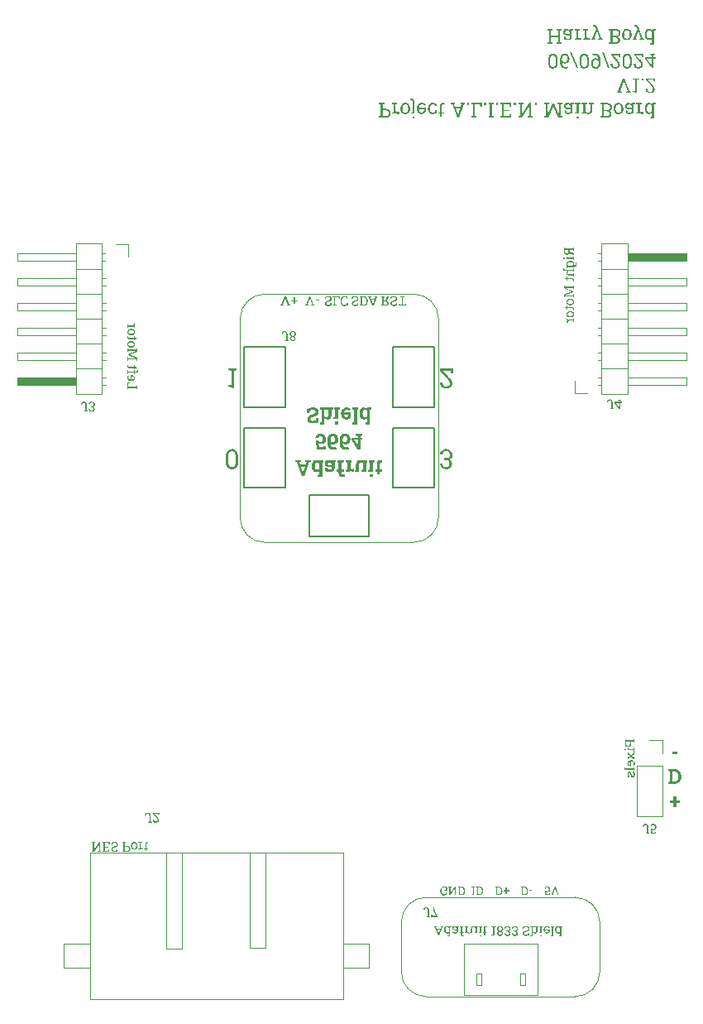
<source format=gbr>
%TF.GenerationSoftware,KiCad,Pcbnew,8.0.4*%
%TF.CreationDate,2024-09-06T19:17:10+01:00*%
%TF.ProjectId,ProjectALIENMainBoard,50726f6a-6563-4744-914c-49454e4d6169,1.0*%
%TF.SameCoordinates,Original*%
%TF.FileFunction,Legend,Bot*%
%TF.FilePolarity,Positive*%
%FSLAX46Y46*%
G04 Gerber Fmt 4.6, Leading zero omitted, Abs format (unit mm)*
G04 Created by KiCad (PCBNEW 8.0.4) date 2024-09-06 19:17:10*
%MOMM*%
%LPD*%
G01*
G04 APERTURE LIST*
%ADD10C,0.175000*%
%ADD11C,0.100000*%
%ADD12C,0.150000*%
%ADD13C,0.121920*%
%ADD14C,0.200000*%
%ADD15C,0.120000*%
%ADD16C,0.050000*%
%ADD17C,0.152400*%
G04 APERTURE END LIST*
D10*
G36*
X171223374Y-128316801D02*
G01*
X171223374Y-128085991D01*
X171801497Y-128085991D01*
X171801497Y-128316801D01*
X171223374Y-128316801D01*
G37*
G36*
X171561974Y-129869965D02*
G01*
X171643350Y-129882147D01*
X171720204Y-129903305D01*
X171792535Y-129933438D01*
X171841431Y-129960457D01*
X171905044Y-130004926D01*
X171962205Y-130056267D01*
X172012915Y-130114481D01*
X172057174Y-130179566D01*
X172079568Y-130219843D01*
X172112972Y-130294623D01*
X172138172Y-130374067D01*
X172153241Y-130445873D01*
X172162283Y-130521105D01*
X172165297Y-130599763D01*
X172165297Y-130627607D01*
X172162322Y-130705518D01*
X172153396Y-130780157D01*
X172135461Y-130863102D01*
X172109428Y-130941594D01*
X172080667Y-131005328D01*
X172040558Y-131074376D01*
X171993963Y-131136621D01*
X171940881Y-131192065D01*
X171881313Y-131240706D01*
X171844362Y-131265447D01*
X171775690Y-131302134D01*
X171702390Y-131329811D01*
X171624462Y-131348477D01*
X171541905Y-131358131D01*
X171492652Y-131359603D01*
X170833563Y-131359603D01*
X170833563Y-131180084D01*
X170994397Y-131146378D01*
X170994397Y-131130991D01*
X171293716Y-131130991D01*
X171477265Y-131130991D01*
X171551167Y-131124623D01*
X171623865Y-131102906D01*
X171687558Y-131065778D01*
X171741943Y-131015230D01*
X171786718Y-130953253D01*
X171819083Y-130886993D01*
X171843233Y-130812704D01*
X171857320Y-130740582D01*
X171864163Y-130663476D01*
X171864878Y-130627607D01*
X171864878Y-130598664D01*
X171861256Y-130518338D01*
X171850388Y-130443460D01*
X171829816Y-130366652D01*
X171819083Y-130337813D01*
X171786718Y-130271853D01*
X171741943Y-130210371D01*
X171687558Y-130160492D01*
X171623865Y-130123990D01*
X171551167Y-130102640D01*
X171477265Y-130096378D01*
X171293716Y-130096378D01*
X171293716Y-131130991D01*
X170994397Y-131130991D01*
X170994397Y-130082090D01*
X170833563Y-130046919D01*
X170833563Y-129866668D01*
X170994397Y-129866668D01*
X171488622Y-129866668D01*
X171561974Y-129869965D01*
G37*
G36*
X171365157Y-133729760D02*
G01*
X171365157Y-133305510D01*
X170994030Y-133305510D01*
X170994030Y-133046857D01*
X171365157Y-133046857D01*
X171365157Y-132643123D01*
X171649456Y-132643123D01*
X171649456Y-133046857D01*
X172017286Y-133046857D01*
X172017286Y-133305510D01*
X171649456Y-133305510D01*
X171649456Y-133729760D01*
X171365157Y-133729760D01*
G37*
D11*
G36*
X111816664Y-137330000D02*
G01*
X111816664Y-137416217D01*
X111928283Y-137435268D01*
X111928283Y-138219288D01*
X111816664Y-138238583D01*
X111816664Y-138325289D01*
X111928283Y-138325289D01*
X112064082Y-138325289D01*
X112552323Y-137549330D01*
X112556475Y-137550795D01*
X112556475Y-138219288D01*
X112434110Y-138238583D01*
X112434110Y-138325289D01*
X112680062Y-138325289D01*
X112791437Y-138325289D01*
X112791437Y-138238583D01*
X112680062Y-138219288D01*
X112680062Y-137330000D01*
X112556964Y-137330000D01*
X112056022Y-138109867D01*
X112051870Y-138108646D01*
X112051870Y-137435268D01*
X112174235Y-137416217D01*
X112174235Y-137330000D01*
X111816664Y-137330000D01*
G37*
G36*
X112903789Y-137330000D02*
G01*
X112903789Y-137416217D01*
X113015163Y-137435268D01*
X113015163Y-138219288D01*
X112903789Y-138238583D01*
X112903789Y-138325289D01*
X113640669Y-138325289D01*
X113640669Y-138086175D01*
X113532714Y-138086175D01*
X113517571Y-138221486D01*
X113149741Y-138221486D01*
X113149741Y-137897376D01*
X113516838Y-137897376D01*
X113516838Y-137791374D01*
X113149741Y-137791374D01*
X113149741Y-137431116D01*
X113539553Y-137431116D01*
X113554452Y-137568625D01*
X113661919Y-137568625D01*
X113661919Y-137330000D01*
X112903789Y-137330000D01*
G37*
G36*
X114154556Y-137315589D02*
G01*
X114103970Y-137317695D01*
X114054427Y-137324013D01*
X114005928Y-137334542D01*
X113979434Y-137342212D01*
X113932772Y-137359565D01*
X113887308Y-137381401D01*
X113843042Y-137407719D01*
X113818967Y-137424277D01*
X113818967Y-137637013D01*
X113923503Y-137637013D01*
X113945973Y-137480453D01*
X113989311Y-137457491D01*
X114035976Y-137439895D01*
X114042449Y-137437955D01*
X114092992Y-137427261D01*
X114143362Y-137423187D01*
X114154556Y-137423056D01*
X114206655Y-137426482D01*
X114255007Y-137437836D01*
X114270327Y-137443817D01*
X114314590Y-137470424D01*
X114343112Y-137501458D01*
X114363651Y-137547010D01*
X114368513Y-137587676D01*
X114360764Y-137638242D01*
X114346531Y-137668276D01*
X114313035Y-137704864D01*
X114274480Y-137729581D01*
X114227711Y-137749925D01*
X114178630Y-137765439D01*
X114137459Y-137775743D01*
X114088153Y-137788703D01*
X114037427Y-137805655D01*
X113991725Y-137825119D01*
X113964047Y-137839490D01*
X113919531Y-137869049D01*
X113883038Y-137902648D01*
X113856824Y-137936699D01*
X113834499Y-137981899D01*
X113822478Y-138031770D01*
X113820188Y-138067613D01*
X113825065Y-138119245D01*
X113839698Y-138167009D01*
X113861465Y-138207076D01*
X113893820Y-138246303D01*
X113933795Y-138279353D01*
X113976748Y-138304040D01*
X114025386Y-138322845D01*
X114073240Y-138333814D01*
X114124957Y-138339142D01*
X114149183Y-138339699D01*
X114199940Y-138337715D01*
X114253428Y-138330738D01*
X114303091Y-138318738D01*
X114334075Y-138307948D01*
X114381507Y-138286791D01*
X114427235Y-138260489D01*
X114466210Y-138231011D01*
X114466210Y-138031953D01*
X114361674Y-138031953D01*
X114339204Y-138174347D01*
X114297321Y-138200509D01*
X114262512Y-138215136D01*
X114214863Y-138227057D01*
X114165753Y-138231485D01*
X114149183Y-138231744D01*
X114098325Y-138227290D01*
X114050583Y-138212719D01*
X114047822Y-138211472D01*
X114004666Y-138183763D01*
X113979434Y-138155052D01*
X113959685Y-138110212D01*
X113955010Y-138069567D01*
X113963692Y-138020031D01*
X113977236Y-137994340D01*
X114013446Y-137959014D01*
X114049532Y-137937920D01*
X114095975Y-137918757D01*
X114143962Y-137903299D01*
X114183866Y-137892491D01*
X114231153Y-137879443D01*
X114282971Y-137861376D01*
X114329413Y-137840682D01*
X114376802Y-137813219D01*
X114416875Y-137782179D01*
X114422002Y-137777452D01*
X114457479Y-137737107D01*
X114482819Y-137692273D01*
X114498023Y-137642951D01*
X114503091Y-137589141D01*
X114498011Y-137536229D01*
X114482773Y-137487646D01*
X114460104Y-137447236D01*
X114426366Y-137407928D01*
X114384258Y-137374969D01*
X114338715Y-137350516D01*
X114292549Y-137333632D01*
X114241978Y-137322274D01*
X114193328Y-137316817D01*
X114154556Y-137315589D01*
G37*
G36*
X115324480Y-137416217D02*
G01*
X115213105Y-137435268D01*
X115213105Y-137729337D01*
X115424375Y-137729337D01*
X115456954Y-137730237D01*
X115505856Y-137735423D01*
X115556127Y-137746768D01*
X115606092Y-137766217D01*
X115649626Y-137792201D01*
X115689470Y-137827561D01*
X115720886Y-137870020D01*
X115728001Y-137882774D01*
X115746662Y-137928265D01*
X115757548Y-137978335D01*
X115760697Y-138027313D01*
X115760658Y-138032878D01*
X115755993Y-138086115D01*
X115743552Y-138134964D01*
X115720886Y-138183628D01*
X115689470Y-138226256D01*
X115649626Y-138261783D01*
X115606092Y-138287920D01*
X115576857Y-138300620D01*
X115528819Y-138314743D01*
X115475758Y-138322954D01*
X115424375Y-138325289D01*
X115078527Y-138325289D01*
X114967152Y-138325289D01*
X114967152Y-138238583D01*
X115078527Y-138219288D01*
X115213105Y-138219288D01*
X115424375Y-138219288D01*
X115436816Y-138219071D01*
X115487890Y-138212736D01*
X115535212Y-138195410D01*
X115575806Y-138163845D01*
X115604451Y-138122634D01*
X115621206Y-138074901D01*
X115626120Y-138025847D01*
X115621206Y-137976994D01*
X115604451Y-137929592D01*
X115575806Y-137888827D01*
X115569318Y-137882261D01*
X115526541Y-137853721D01*
X115477234Y-137838894D01*
X115424375Y-137834605D01*
X115213105Y-137834605D01*
X115213105Y-138219288D01*
X115078527Y-138219288D01*
X115078527Y-137435268D01*
X114967152Y-137416217D01*
X114967152Y-137330000D01*
X115324480Y-137330000D01*
X115324480Y-137416217D01*
G37*
G36*
X116200214Y-137316758D02*
G01*
X116252813Y-137324752D01*
X116300969Y-137340320D01*
X116344682Y-137363461D01*
X116366915Y-137379327D01*
X116402818Y-137412454D01*
X116433428Y-137451455D01*
X116458743Y-137496329D01*
X116476482Y-137540506D01*
X116489152Y-137587798D01*
X116496754Y-137638203D01*
X116499288Y-137691723D01*
X116499288Y-137706622D01*
X116497348Y-137753599D01*
X116490379Y-137804310D01*
X116478342Y-137851845D01*
X116458743Y-137901528D01*
X116445321Y-137927124D01*
X116416983Y-137968720D01*
X116383274Y-138004559D01*
X116344193Y-138034640D01*
X116315437Y-138051158D01*
X116268534Y-138069527D01*
X116217111Y-138080207D01*
X116167606Y-138083244D01*
X116136663Y-138082058D01*
X116084271Y-138073941D01*
X116036130Y-138058135D01*
X115992240Y-138034640D01*
X115969930Y-138018627D01*
X115933889Y-137985266D01*
X115903143Y-137946070D01*
X115877690Y-137901039D01*
X115861987Y-137862685D01*
X115847465Y-137809937D01*
X115839908Y-137759806D01*
X115837390Y-137706622D01*
X115837390Y-137691723D01*
X115972212Y-137691723D01*
X115972212Y-137706622D01*
X115973570Y-137744525D01*
X115980703Y-137797431D01*
X115993949Y-137845596D01*
X115999784Y-137860514D01*
X116025557Y-137906295D01*
X116059651Y-137942072D01*
X116073814Y-137952204D01*
X116118800Y-137971438D01*
X116167606Y-137977243D01*
X116179601Y-137976934D01*
X116230638Y-137967317D01*
X116276294Y-137942072D01*
X116289432Y-137930443D01*
X116320634Y-137891093D01*
X116342240Y-137845596D01*
X116352984Y-137809916D01*
X116361839Y-137758196D01*
X116364466Y-137706622D01*
X116364466Y-137691723D01*
X116362708Y-137649211D01*
X116355784Y-137600819D01*
X116342240Y-137552505D01*
X116336351Y-137537640D01*
X116310512Y-137491926D01*
X116276538Y-137456029D01*
X116265402Y-137447786D01*
X116217796Y-137426662D01*
X116169071Y-137420858D01*
X116153154Y-137421407D01*
X116102551Y-137431986D01*
X116059895Y-137456029D01*
X116046693Y-137467722D01*
X116015437Y-137507125D01*
X115993949Y-137552505D01*
X115983441Y-137588303D01*
X115974780Y-137640120D01*
X115972212Y-137691723D01*
X115837390Y-137691723D01*
X115839318Y-137645009D01*
X115846245Y-137594454D01*
X115858209Y-137546922D01*
X115877690Y-137497062D01*
X115891177Y-137471395D01*
X115919571Y-137429702D01*
X115953258Y-137393806D01*
X115992240Y-137363705D01*
X116021079Y-137347353D01*
X116068074Y-137329169D01*
X116119551Y-137318596D01*
X116169071Y-137315589D01*
X116200214Y-137316758D01*
G37*
G36*
X116601381Y-137330000D02*
G01*
X116601381Y-137416217D01*
X116712756Y-137435268D01*
X116712756Y-137963810D01*
X116601381Y-137982861D01*
X116601381Y-138069567D01*
X116832923Y-138069567D01*
X116844647Y-137975289D01*
X116845868Y-137962344D01*
X116873887Y-138004313D01*
X116909470Y-138040403D01*
X116923538Y-138051004D01*
X116969766Y-138074145D01*
X117018239Y-138082961D01*
X117029295Y-138083244D01*
X117072526Y-138079581D01*
X117104277Y-138072498D01*
X117086692Y-137947201D01*
X116992903Y-137952819D01*
X116943871Y-137948422D01*
X116903265Y-137928394D01*
X116867777Y-137891395D01*
X116847334Y-137854389D01*
X116847334Y-137435268D01*
X116958709Y-137416217D01*
X116958709Y-137330000D01*
X116601381Y-137330000D01*
G37*
G36*
X117469420Y-137318276D02*
G01*
X117417012Y-137323961D01*
X117368989Y-137343133D01*
X117339239Y-137366392D01*
X117309918Y-137410768D01*
X117295822Y-137460131D01*
X117291170Y-137514184D01*
X117291123Y-137520753D01*
X117291123Y-137969916D01*
X117174131Y-137969916D01*
X117174131Y-138069567D01*
X117291123Y-138069567D01*
X117291123Y-138248108D01*
X117425701Y-138248108D01*
X117425701Y-138069567D01*
X117586413Y-138069567D01*
X117586413Y-137969916D01*
X117425701Y-137969916D01*
X117425701Y-137520753D01*
X117431698Y-137472039D01*
X117446950Y-137442107D01*
X117490832Y-137417599D01*
X117503614Y-137416706D01*
X117553217Y-137420570D01*
X117556859Y-137421102D01*
X117602777Y-137429162D01*
X117621339Y-137340990D01*
X117572043Y-137329135D01*
X117549043Y-137325115D01*
X117500353Y-137319405D01*
X117469420Y-137318276D01*
G37*
G36*
X141773168Y-61864326D02*
G01*
X141606106Y-61892903D01*
X141606106Y-62334005D01*
X141923011Y-62334005D01*
X141971880Y-62335356D01*
X142045233Y-62343135D01*
X142120639Y-62360153D01*
X142195586Y-62389326D01*
X142260888Y-62428302D01*
X142320653Y-62481342D01*
X142367777Y-62545031D01*
X142378449Y-62564162D01*
X142406442Y-62632397D01*
X142422771Y-62707502D01*
X142427495Y-62780969D01*
X142427436Y-62789317D01*
X142420438Y-62869173D01*
X142401777Y-62942446D01*
X142367777Y-63015443D01*
X142320653Y-63079384D01*
X142260888Y-63132675D01*
X142195586Y-63171880D01*
X142151734Y-63190930D01*
X142079677Y-63212114D01*
X142000085Y-63224431D01*
X141923011Y-63227934D01*
X141404239Y-63227934D01*
X141237177Y-63227934D01*
X141237177Y-63097875D01*
X141404239Y-63068932D01*
X141606106Y-63068932D01*
X141923011Y-63068932D01*
X141941673Y-63068607D01*
X142018283Y-63059105D01*
X142089266Y-63033116D01*
X142150157Y-62985767D01*
X142193125Y-62923951D01*
X142218258Y-62852352D01*
X142225628Y-62778771D01*
X142218258Y-62705491D01*
X142193125Y-62634388D01*
X142150157Y-62573241D01*
X142140425Y-62563392D01*
X142076260Y-62520581D01*
X142002300Y-62498342D01*
X141923011Y-62491908D01*
X141606106Y-62491908D01*
X141606106Y-63068932D01*
X141404239Y-63068932D01*
X141404239Y-61892903D01*
X141237177Y-61864326D01*
X141237177Y-61735000D01*
X141773168Y-61735000D01*
X141773168Y-61864326D01*
G37*
G36*
X142557188Y-61735000D02*
G01*
X142557188Y-61864326D01*
X142724250Y-61892903D01*
X142724250Y-62685715D01*
X142557188Y-62714291D01*
X142557188Y-62844351D01*
X142904501Y-62844351D01*
X142922086Y-62702934D01*
X142923918Y-62683517D01*
X142965946Y-62746469D01*
X143019320Y-62800605D01*
X143040422Y-62816507D01*
X143109765Y-62851218D01*
X143182474Y-62864442D01*
X143199058Y-62864867D01*
X143263904Y-62859371D01*
X143311532Y-62848747D01*
X143285153Y-62660802D01*
X143144470Y-62669228D01*
X143070922Y-62662634D01*
X143010014Y-62632592D01*
X142956781Y-62577092D01*
X142926116Y-62521584D01*
X142926116Y-61892903D01*
X143093179Y-61864326D01*
X143093179Y-61735000D01*
X142557188Y-61735000D01*
G37*
G36*
X143961647Y-61715137D02*
G01*
X144040547Y-61727128D01*
X144112781Y-61750480D01*
X144178350Y-61785191D01*
X144211700Y-61808991D01*
X144265554Y-61858682D01*
X144311468Y-61917183D01*
X144349442Y-61984494D01*
X144376049Y-62050760D01*
X144395054Y-62121697D01*
X144406457Y-62197305D01*
X144410258Y-62277585D01*
X144410258Y-62299933D01*
X144407348Y-62370398D01*
X144396895Y-62446465D01*
X144378840Y-62517768D01*
X144349442Y-62592292D01*
X144329308Y-62630687D01*
X144286801Y-62693081D01*
X144236237Y-62746839D01*
X144177617Y-62791960D01*
X144134482Y-62816737D01*
X144064128Y-62844291D01*
X143986993Y-62860310D01*
X143912735Y-62864867D01*
X143866321Y-62863087D01*
X143787734Y-62850912D01*
X143715522Y-62827203D01*
X143649686Y-62791960D01*
X143616221Y-62767941D01*
X143562161Y-62717899D01*
X143516041Y-62659105D01*
X143477861Y-62591559D01*
X143454307Y-62534027D01*
X143432523Y-62454905D01*
X143421189Y-62379709D01*
X143417411Y-62299933D01*
X143417411Y-62277585D01*
X143619644Y-62277585D01*
X143619644Y-62299933D01*
X143621682Y-62356788D01*
X143632381Y-62436146D01*
X143652250Y-62508394D01*
X143661003Y-62530771D01*
X143699662Y-62599443D01*
X143750802Y-62653108D01*
X143772047Y-62668307D01*
X143839527Y-62697158D01*
X143912735Y-62705865D01*
X143930728Y-62705401D01*
X144007284Y-62690976D01*
X144075768Y-62653108D01*
X144095474Y-62635665D01*
X144142277Y-62576640D01*
X144174686Y-62508394D01*
X144190802Y-62454875D01*
X144204086Y-62377294D01*
X144208025Y-62299933D01*
X144208025Y-62277585D01*
X144205388Y-62213816D01*
X144195002Y-62141229D01*
X144174686Y-62068757D01*
X144165853Y-62046461D01*
X144127094Y-61977889D01*
X144076134Y-61924043D01*
X144059430Y-61911679D01*
X143988021Y-61879994D01*
X143914934Y-61871287D01*
X143891057Y-61872111D01*
X143815152Y-61887979D01*
X143751169Y-61924043D01*
X143731366Y-61941584D01*
X143684483Y-62000688D01*
X143652250Y-62068757D01*
X143636489Y-62122454D01*
X143623497Y-62200181D01*
X143619644Y-62277585D01*
X143417411Y-62277585D01*
X143420304Y-62207513D01*
X143430693Y-62131681D01*
X143448640Y-62060384D01*
X143477861Y-61985593D01*
X143498092Y-61947092D01*
X143540683Y-61884553D01*
X143591214Y-61830709D01*
X143649686Y-61785558D01*
X143692946Y-61761030D01*
X143763438Y-61733753D01*
X143840653Y-61717895D01*
X143914934Y-61713384D01*
X143961647Y-61715137D01*
G37*
G36*
X144546912Y-61286936D02*
G01*
X144487561Y-61291699D01*
X144431874Y-61305254D01*
X144445429Y-61459127D01*
X144493789Y-61449968D01*
X144546912Y-61445938D01*
X144618083Y-61470874D01*
X144642533Y-61498695D01*
X144671268Y-61570565D01*
X144678070Y-61643775D01*
X144678070Y-62685715D01*
X144511008Y-62714291D01*
X144511008Y-62844351D01*
X144879937Y-62844351D01*
X144879937Y-61643775D01*
X144874419Y-61562969D01*
X144855018Y-61483831D01*
X144821649Y-61417154D01*
X144791643Y-61379626D01*
X144729962Y-61330747D01*
X144654829Y-61299971D01*
X144575707Y-61287751D01*
X144546912Y-61286936D01*
G37*
G36*
X144667812Y-63118391D02*
G01*
X144667812Y-63334546D01*
X144879937Y-63334546D01*
X144879937Y-63118391D01*
X144667812Y-63118391D01*
G37*
G36*
X145617184Y-61713423D02*
G01*
X145698414Y-61718059D01*
X145771915Y-61730424D01*
X145843842Y-61752951D01*
X145873576Y-61765745D01*
X145942013Y-61803029D01*
X146001378Y-61849672D01*
X145922243Y-61981196D01*
X145918697Y-61978012D01*
X145856403Y-61932903D01*
X145788521Y-61900596D01*
X145758643Y-61890636D01*
X145682017Y-61875409D01*
X145608636Y-61871287D01*
X145591354Y-61871702D01*
X145516922Y-61884625D01*
X145448534Y-61918548D01*
X145436306Y-61927719D01*
X145383375Y-61982845D01*
X145346319Y-62048241D01*
X145332527Y-62085462D01*
X145315378Y-62160726D01*
X145309316Y-62237285D01*
X145312247Y-62242414D01*
X146032153Y-62242414D01*
X146032153Y-62368810D01*
X146031351Y-62405835D01*
X146023688Y-62484622D01*
X146007910Y-62557150D01*
X145980862Y-62630394D01*
X145943939Y-62695137D01*
X145892084Y-62755115D01*
X145828454Y-62803318D01*
X145802500Y-62817743D01*
X145730901Y-62845392D01*
X145658264Y-62859998D01*
X145577861Y-62864867D01*
X145561911Y-62864585D01*
X145484524Y-62854717D01*
X145411072Y-62830754D01*
X145341556Y-62792693D01*
X145315207Y-62773831D01*
X145255193Y-62719513D01*
X145208339Y-62661879D01*
X145168266Y-62595956D01*
X145142856Y-62539864D01*
X145119356Y-62463057D01*
X145109667Y-62405446D01*
X145316277Y-62405446D01*
X145317011Y-62410831D01*
X145333771Y-62487145D01*
X145363538Y-62559319D01*
X145398670Y-62613155D01*
X145454763Y-62666297D01*
X145505553Y-62693345D01*
X145577861Y-62705865D01*
X145645942Y-62698923D01*
X145717812Y-62669595D01*
X145761460Y-62632739D01*
X145801710Y-62570310D01*
X145822867Y-62502991D01*
X145829920Y-62427062D01*
X145829920Y-62400317D01*
X145318475Y-62400317D01*
X145316277Y-62405446D01*
X145109667Y-62405446D01*
X145107129Y-62390356D01*
X145103053Y-62313489D01*
X145103053Y-62268060D01*
X145105230Y-62208000D01*
X145114904Y-62132128D01*
X145135039Y-62052520D01*
X145164969Y-61978998D01*
X145185684Y-61941290D01*
X145229283Y-61880133D01*
X145280996Y-61827611D01*
X145340823Y-61783726D01*
X145384955Y-61759821D01*
X145456416Y-61733236D01*
X145534195Y-61717780D01*
X145608636Y-61713384D01*
X145617184Y-61713423D01*
G37*
G36*
X146731542Y-61713384D02*
G01*
X146649738Y-61718948D01*
X146574136Y-61735641D01*
X146504735Y-61763461D01*
X146468859Y-61783726D01*
X146409975Y-61827611D01*
X146353861Y-61886502D01*
X146311740Y-61948618D01*
X146295569Y-61978998D01*
X146265816Y-62052520D01*
X146245800Y-62132128D01*
X146236183Y-62208000D01*
X146234019Y-62268060D01*
X146234019Y-62311290D01*
X146237729Y-62388181D01*
X146248857Y-62460950D01*
X146270244Y-62537889D01*
X146293370Y-62594124D01*
X146331077Y-62660430D01*
X146377013Y-62718390D01*
X146431180Y-62768004D01*
X146464829Y-62791960D01*
X146531103Y-62827203D01*
X146604216Y-62850912D01*
X146684169Y-62863087D01*
X146731542Y-62864867D01*
X146812128Y-62860574D01*
X146886274Y-62847694D01*
X146960396Y-62823608D01*
X146966748Y-62820903D01*
X147032413Y-62786782D01*
X147095259Y-62740672D01*
X147136375Y-62700003D01*
X147141504Y-62433290D01*
X146983601Y-62433290D01*
X146948796Y-62627096D01*
X146889680Y-62671137D01*
X146861601Y-62684249D01*
X146788958Y-62702825D01*
X146738503Y-62705865D01*
X146663851Y-62695627D01*
X146593204Y-62661935D01*
X146580234Y-62652376D01*
X146526358Y-62598951D01*
X146486628Y-62536910D01*
X146473988Y-62509860D01*
X146450993Y-62440205D01*
X146438611Y-62364780D01*
X146436253Y-62311290D01*
X146436253Y-62268060D01*
X146440409Y-62188664D01*
X146454422Y-62110542D01*
X146471424Y-62057766D01*
X146505316Y-61992083D01*
X146553041Y-61936224D01*
X146572906Y-61920013D01*
X146640548Y-61885039D01*
X146713557Y-61871715D01*
X146730443Y-61871287D01*
X146807986Y-61880599D01*
X146878511Y-61911453D01*
X146900436Y-61927707D01*
X146949714Y-61985139D01*
X146978935Y-62058700D01*
X146983601Y-62082679D01*
X147165317Y-62082679D01*
X147167149Y-62076451D01*
X147155363Y-62001052D01*
X147128340Y-61929643D01*
X147110729Y-61898032D01*
X147061860Y-61835781D01*
X147003977Y-61787765D01*
X146964550Y-61763942D01*
X146894371Y-61735158D01*
X146821556Y-61719358D01*
X146740155Y-61713433D01*
X146731542Y-61713384D01*
G37*
G36*
X147714864Y-61717414D02*
G01*
X147636251Y-61725942D01*
X147564218Y-61754699D01*
X147519592Y-61789588D01*
X147475611Y-61856152D01*
X147454466Y-61930197D01*
X147447488Y-62011277D01*
X147447418Y-62021130D01*
X147447418Y-62694874D01*
X147271929Y-62694874D01*
X147271929Y-62844351D01*
X147447418Y-62844351D01*
X147447418Y-63112163D01*
X147649285Y-63112163D01*
X147649285Y-62844351D01*
X147890352Y-62844351D01*
X147890352Y-62694874D01*
X147649285Y-62694874D01*
X147649285Y-62021130D01*
X147658280Y-61948058D01*
X147681158Y-61903161D01*
X147746981Y-61866398D01*
X147766155Y-61865059D01*
X147840558Y-61870855D01*
X147846022Y-61871653D01*
X147914899Y-61883743D01*
X147942742Y-61751486D01*
X147868798Y-61733703D01*
X147834299Y-61727672D01*
X147761263Y-61719107D01*
X147714864Y-61717414D01*
G37*
G36*
X149015823Y-61864326D02*
G01*
X148902983Y-61883743D01*
X149004466Y-62158517D01*
X149602373Y-62158517D01*
X149700925Y-61883743D01*
X149588084Y-61864326D01*
X149588084Y-61735000D01*
X150016731Y-61735000D01*
X150016731Y-61864326D01*
X149906821Y-61879713D01*
X149394278Y-63227934D01*
X149220987Y-63227934D01*
X148872421Y-62327777D01*
X149067114Y-62327777D01*
X149290597Y-62934842D01*
X149303053Y-62968548D01*
X149308915Y-62968548D01*
X149321371Y-62934842D01*
X149540823Y-62327777D01*
X149067114Y-62327777D01*
X148872421Y-62327777D01*
X148698918Y-61879713D01*
X148588276Y-61864326D01*
X148588276Y-61735000D01*
X149015823Y-61735000D01*
X149015823Y-61864326D01*
G37*
G36*
X150236183Y-61735000D02*
G01*
X150236183Y-61941995D01*
X150438049Y-61941995D01*
X150438049Y-61735000D01*
X150236183Y-61735000D01*
G37*
G36*
X150676186Y-61735000D02*
G01*
X150676186Y-61864326D01*
X150843248Y-61892903D01*
X150843248Y-63068932D01*
X150676186Y-63097875D01*
X150676186Y-63227934D01*
X150843248Y-63227934D01*
X151045115Y-63227934D01*
X151212177Y-63227934D01*
X151212177Y-63097875D01*
X151045115Y-63068932D01*
X151045115Y-61889972D01*
X151573412Y-61889972D01*
X151596860Y-62125544D01*
X151751832Y-62125544D01*
X151751832Y-61735000D01*
X150676186Y-61735000D01*
G37*
G36*
X151981542Y-61735000D02*
G01*
X151981542Y-61941995D01*
X152183409Y-61941995D01*
X152183409Y-61735000D01*
X151981542Y-61735000D01*
G37*
G36*
X152421546Y-61735000D02*
G01*
X152421546Y-61864326D01*
X152588608Y-61892903D01*
X152588608Y-63068932D01*
X152421546Y-63097875D01*
X152421546Y-63227934D01*
X152957537Y-63227934D01*
X152957537Y-63097875D01*
X152790474Y-63068932D01*
X152790474Y-61892903D01*
X152957537Y-61864326D01*
X152957537Y-61735000D01*
X152421546Y-61735000D01*
G37*
G36*
X153189079Y-61735000D02*
G01*
X153189079Y-61941995D01*
X153390946Y-61941995D01*
X153390946Y-61735000D01*
X153189079Y-61735000D01*
G37*
G36*
X153629082Y-61735000D02*
G01*
X153629082Y-61864326D01*
X153796144Y-61892903D01*
X153796144Y-63068932D01*
X153629082Y-63097875D01*
X153629082Y-63227934D01*
X154734403Y-63227934D01*
X154734403Y-62869263D01*
X154572470Y-62869263D01*
X154549756Y-63072229D01*
X153998011Y-63072229D01*
X153998011Y-62586064D01*
X154548657Y-62586064D01*
X154548657Y-62427062D01*
X153998011Y-62427062D01*
X153998011Y-61886674D01*
X154582728Y-61886674D01*
X154605077Y-62092937D01*
X154766277Y-62092937D01*
X154766277Y-61735000D01*
X153629082Y-61735000D01*
G37*
G36*
X155032624Y-61735000D02*
G01*
X155032624Y-61941995D01*
X155234491Y-61941995D01*
X155234491Y-61735000D01*
X155032624Y-61735000D01*
G37*
G36*
X155474459Y-61735000D02*
G01*
X155474459Y-61864326D01*
X155641888Y-61892903D01*
X155641888Y-63068932D01*
X155474459Y-63097875D01*
X155474459Y-63227934D01*
X155641888Y-63227934D01*
X155845586Y-63227934D01*
X156577948Y-62063995D01*
X156584176Y-62066193D01*
X156584176Y-63068932D01*
X156400628Y-63097875D01*
X156400628Y-63227934D01*
X156769557Y-63227934D01*
X156936619Y-63227934D01*
X156936619Y-63097875D01*
X156769557Y-63068932D01*
X156769557Y-61735000D01*
X156584909Y-61735000D01*
X155833496Y-62904801D01*
X155827268Y-62902969D01*
X155827268Y-61892903D01*
X156010816Y-61864326D01*
X156010816Y-61735000D01*
X155474459Y-61735000D01*
G37*
G36*
X157170726Y-61735000D02*
G01*
X157170726Y-61941995D01*
X157372592Y-61941995D01*
X157372592Y-61735000D01*
X157170726Y-61735000D01*
G37*
G36*
X158145621Y-61735000D02*
G01*
X158145621Y-61864326D01*
X158312683Y-61892903D01*
X158312683Y-63068932D01*
X158145621Y-63097875D01*
X158145621Y-63227934D01*
X158312683Y-63227934D01*
X158582327Y-63227934D01*
X159063364Y-62094769D01*
X159069592Y-62094769D01*
X159535241Y-63227934D01*
X159985136Y-63227934D01*
X159985136Y-63097875D01*
X159818074Y-63068932D01*
X159818074Y-61892903D01*
X159985136Y-61864326D01*
X159985136Y-61735000D01*
X159448779Y-61735000D01*
X159448779Y-61864326D01*
X159625366Y-61892903D01*
X159625366Y-62325579D01*
X159625366Y-62952062D01*
X159620237Y-62953161D01*
X159135171Y-61788489D01*
X159000715Y-61788489D01*
X158499529Y-62950963D01*
X158494400Y-62950230D01*
X158501361Y-62325579D01*
X158501361Y-61892903D01*
X158681978Y-61864326D01*
X158681978Y-61735000D01*
X158145621Y-61735000D01*
G37*
G36*
X160558141Y-61715768D02*
G01*
X160634791Y-61732847D01*
X160702111Y-61763210D01*
X160734040Y-61782770D01*
X160796063Y-61831160D01*
X160848290Y-61887773D01*
X160855618Y-61815966D01*
X160856615Y-61809154D01*
X160869906Y-61735000D01*
X161160066Y-61735000D01*
X161160066Y-61864326D01*
X161052355Y-61875317D01*
X161049791Y-61916350D01*
X161049424Y-61958482D01*
X161049424Y-62492641D01*
X161043919Y-62567201D01*
X161024147Y-62642666D01*
X160984715Y-62715138D01*
X160934386Y-62768513D01*
X160919711Y-62780181D01*
X160854201Y-62819325D01*
X160777791Y-62846424D01*
X160701991Y-62860256D01*
X160617847Y-62864867D01*
X160551344Y-62862404D01*
X160474707Y-62852702D01*
X160396929Y-62833726D01*
X160354667Y-62818682D01*
X160287682Y-62786284D01*
X160222906Y-62741769D01*
X160222906Y-62487512D01*
X160378611Y-62487512D01*
X160400227Y-62642484D01*
X160424650Y-62658162D01*
X160493650Y-62689012D01*
X160538347Y-62699924D01*
X160614550Y-62705865D01*
X160647918Y-62704514D01*
X160723373Y-62688361D01*
X160786375Y-62650544D01*
X160800714Y-62636009D01*
X160837460Y-62568964D01*
X160847558Y-62494839D01*
X160847558Y-62386029D01*
X160649354Y-62386029D01*
X160611831Y-62385348D01*
X160532300Y-62378834D01*
X160459551Y-62365422D01*
X160386671Y-62342431D01*
X160335128Y-62318457D01*
X160269921Y-62274339D01*
X160219243Y-62220432D01*
X160196688Y-62184834D01*
X160169497Y-62111839D01*
X160161357Y-62036517D01*
X160161470Y-62032487D01*
X160363224Y-62032487D01*
X160363836Y-62047736D01*
X160385249Y-62119827D01*
X160432833Y-62180865D01*
X160489167Y-62218827D01*
X160561951Y-62241032D01*
X160642394Y-62247543D01*
X160847558Y-62247543D01*
X160847558Y-62046775D01*
X160837843Y-62030135D01*
X160788261Y-61973135D01*
X160728489Y-61930638D01*
X160696697Y-61914328D01*
X160623661Y-61890565D01*
X160544941Y-61882644D01*
X160478379Y-61888993D01*
X160408287Y-61921113D01*
X160379110Y-61958052D01*
X160363224Y-62032487D01*
X160161470Y-62032487D01*
X160162149Y-62008275D01*
X160174031Y-61930850D01*
X160203956Y-61857670D01*
X160251483Y-61798014D01*
X160288328Y-61769253D01*
X160354512Y-61737269D01*
X160433795Y-61718673D01*
X160515265Y-61713384D01*
X160558141Y-61715768D01*
G37*
G36*
X161309909Y-61735000D02*
G01*
X161309909Y-61864326D01*
X161476971Y-61892903D01*
X161476971Y-62685715D01*
X161309909Y-62714291D01*
X161309909Y-62844351D01*
X161678838Y-62844351D01*
X161678838Y-61892903D01*
X161845900Y-61864326D01*
X161845900Y-61735000D01*
X161309909Y-61735000D01*
G37*
G36*
X161466713Y-63118391D02*
G01*
X161466713Y-63334546D01*
X161678838Y-63334546D01*
X161678838Y-63118391D01*
X161466713Y-63118391D01*
G37*
G36*
X161985119Y-61735000D02*
G01*
X161985119Y-61864326D01*
X162152181Y-61892903D01*
X162152181Y-62685715D01*
X161985119Y-62714291D01*
X161985119Y-62844351D01*
X162332798Y-62844351D01*
X162347086Y-62679487D01*
X162392544Y-62739920D01*
X162450744Y-62792947D01*
X162485939Y-62816140D01*
X162557677Y-62847689D01*
X162630767Y-62862535D01*
X162676448Y-62864867D01*
X162750970Y-62859835D01*
X162826693Y-62841763D01*
X162899839Y-62805722D01*
X162954152Y-62759720D01*
X162997269Y-62700163D01*
X163028066Y-62626272D01*
X163044908Y-62549859D01*
X163051838Y-62475627D01*
X163052704Y-62435488D01*
X163052704Y-61892903D01*
X163219766Y-61864326D01*
X163219766Y-61735000D01*
X162683409Y-61735000D01*
X162683409Y-61864326D01*
X162850471Y-61892903D01*
X162850471Y-62431092D01*
X162845892Y-62506948D01*
X162827859Y-62581244D01*
X162792585Y-62639187D01*
X162730225Y-62681261D01*
X162658131Y-62698572D01*
X162615631Y-62700736D01*
X162538314Y-62691478D01*
X162469851Y-62663706D01*
X162461392Y-62658604D01*
X162401125Y-62609053D01*
X162356936Y-62548458D01*
X162354414Y-62543932D01*
X162354414Y-61892903D01*
X162521476Y-61864326D01*
X162521476Y-61735000D01*
X161985119Y-61735000D01*
G37*
G36*
X164666461Y-61737638D02*
G01*
X164742951Y-61747770D01*
X164823822Y-61769196D01*
X164895682Y-61800965D01*
X164958531Y-61843077D01*
X164989786Y-61871693D01*
X165039795Y-61937960D01*
X165069879Y-62005822D01*
X165087199Y-62082907D01*
X165091888Y-62156318D01*
X165091332Y-62179165D01*
X165080643Y-62255430D01*
X165056350Y-62325945D01*
X165051838Y-62335561D01*
X165010606Y-62401748D01*
X164956333Y-62457470D01*
X164939812Y-62470378D01*
X164875678Y-62506813D01*
X164801727Y-62529644D01*
X164851026Y-62551213D01*
X164915443Y-62593013D01*
X164968423Y-62646147D01*
X164989838Y-62676282D01*
X165021038Y-62746612D01*
X165031437Y-62823834D01*
X165030922Y-62848717D01*
X165021005Y-62929563D01*
X164998465Y-63000696D01*
X164957249Y-63070100D01*
X164899546Y-63126817D01*
X164846618Y-63161181D01*
X164775752Y-63192286D01*
X164695069Y-63213714D01*
X164618098Y-63224379D01*
X164533915Y-63227934D01*
X164057275Y-63227934D01*
X163890213Y-63227934D01*
X163890213Y-63097875D01*
X164057275Y-63068932D01*
X164259142Y-63068932D01*
X164533915Y-63068932D01*
X164609337Y-63064179D01*
X164686958Y-63045462D01*
X164753367Y-63008848D01*
X164786546Y-62975165D01*
X164820243Y-62904120D01*
X164829204Y-62828230D01*
X164827568Y-62795345D01*
X164807991Y-62720309D01*
X164762160Y-62656406D01*
X164730829Y-62631852D01*
X164662039Y-62602252D01*
X164586305Y-62593391D01*
X164259142Y-62593391D01*
X164259142Y-63068932D01*
X164057275Y-63068932D01*
X164057275Y-62435488D01*
X164259142Y-62435488D01*
X164628437Y-62435488D01*
X164704531Y-62428001D01*
X164774616Y-62401416D01*
X164819586Y-62366384D01*
X164860712Y-62305062D01*
X164882723Y-62231364D01*
X164888922Y-62154487D01*
X164884136Y-62095410D01*
X164859012Y-62020191D01*
X164812352Y-61961046D01*
X164752602Y-61922250D01*
X164678134Y-61899557D01*
X164597662Y-61892903D01*
X164259142Y-61892903D01*
X164259142Y-62435488D01*
X164057275Y-62435488D01*
X164057275Y-61892903D01*
X163890213Y-61864326D01*
X163890213Y-61735000D01*
X164597662Y-61735000D01*
X164666461Y-61737638D01*
G37*
G36*
X165786699Y-61715137D02*
G01*
X165865599Y-61727128D01*
X165937833Y-61750480D01*
X166003402Y-61785191D01*
X166036752Y-61808991D01*
X166090607Y-61858682D01*
X166136521Y-61917183D01*
X166174494Y-61984494D01*
X166201101Y-62050760D01*
X166220106Y-62121697D01*
X166231509Y-62197305D01*
X166235310Y-62277585D01*
X166235310Y-62299933D01*
X166232400Y-62370398D01*
X166221947Y-62446465D01*
X166203893Y-62517768D01*
X166174494Y-62592292D01*
X166154360Y-62630687D01*
X166111853Y-62693081D01*
X166061289Y-62746839D01*
X166002669Y-62791960D01*
X165959534Y-62816737D01*
X165889180Y-62844291D01*
X165812045Y-62860310D01*
X165737788Y-62864867D01*
X165691373Y-62863087D01*
X165612786Y-62850912D01*
X165540574Y-62827203D01*
X165474738Y-62791960D01*
X165441274Y-62767941D01*
X165387213Y-62717899D01*
X165341093Y-62659105D01*
X165302913Y-62591559D01*
X165279359Y-62534027D01*
X165257576Y-62454905D01*
X165246241Y-62379709D01*
X165242463Y-62299933D01*
X165242463Y-62277585D01*
X165444696Y-62277585D01*
X165444696Y-62299933D01*
X165446734Y-62356788D01*
X165457433Y-62436146D01*
X165477303Y-62508394D01*
X165486055Y-62530771D01*
X165524714Y-62599443D01*
X165575855Y-62653108D01*
X165597100Y-62668307D01*
X165664579Y-62697158D01*
X165737788Y-62705865D01*
X165755780Y-62705401D01*
X165832336Y-62690976D01*
X165900820Y-62653108D01*
X165920526Y-62635665D01*
X165967329Y-62576640D01*
X165999738Y-62508394D01*
X166015854Y-62454875D01*
X166029138Y-62377294D01*
X166033077Y-62299933D01*
X166033077Y-62277585D01*
X166030440Y-62213816D01*
X166020054Y-62141229D01*
X165999738Y-62068757D01*
X165990905Y-62046461D01*
X165952147Y-61977889D01*
X165901186Y-61924043D01*
X165884482Y-61911679D01*
X165813074Y-61879994D01*
X165739986Y-61871287D01*
X165716109Y-61872111D01*
X165640205Y-61887979D01*
X165576221Y-61924043D01*
X165556418Y-61941584D01*
X165509535Y-62000688D01*
X165477303Y-62068757D01*
X165461541Y-62122454D01*
X165448549Y-62200181D01*
X165444696Y-62277585D01*
X165242463Y-62277585D01*
X165245356Y-62207513D01*
X165255746Y-62131681D01*
X165273692Y-62060384D01*
X165302913Y-61985593D01*
X165323144Y-61947092D01*
X165365735Y-61884553D01*
X165416266Y-61830709D01*
X165474738Y-61785558D01*
X165517998Y-61761030D01*
X165588490Y-61733753D01*
X165665706Y-61717895D01*
X165739986Y-61713384D01*
X165786699Y-61715137D01*
G37*
G36*
X166812712Y-61715768D02*
G01*
X166889362Y-61732847D01*
X166956682Y-61763210D01*
X166988611Y-61782770D01*
X167050634Y-61831160D01*
X167102861Y-61887773D01*
X167110188Y-61815966D01*
X167111185Y-61809154D01*
X167124477Y-61735000D01*
X167414637Y-61735000D01*
X167414637Y-61864326D01*
X167306926Y-61875317D01*
X167304361Y-61916350D01*
X167303995Y-61958482D01*
X167303995Y-62492641D01*
X167298490Y-62567201D01*
X167278718Y-62642666D01*
X167239286Y-62715138D01*
X167188957Y-62768513D01*
X167174282Y-62780181D01*
X167108772Y-62819325D01*
X167032362Y-62846424D01*
X166956562Y-62860256D01*
X166872418Y-62864867D01*
X166805915Y-62862404D01*
X166729278Y-62852702D01*
X166651500Y-62833726D01*
X166609238Y-62818682D01*
X166542253Y-62786284D01*
X166477477Y-62741769D01*
X166477477Y-62487512D01*
X166633182Y-62487512D01*
X166654798Y-62642484D01*
X166679221Y-62658162D01*
X166748220Y-62689012D01*
X166792918Y-62699924D01*
X166869121Y-62705865D01*
X166902489Y-62704514D01*
X166977944Y-62688361D01*
X167040946Y-62650544D01*
X167055285Y-62636009D01*
X167092031Y-62568964D01*
X167102128Y-62494839D01*
X167102128Y-62386029D01*
X166903925Y-62386029D01*
X166866402Y-62385348D01*
X166786871Y-62378834D01*
X166714121Y-62365422D01*
X166641242Y-62342431D01*
X166589699Y-62318457D01*
X166524492Y-62274339D01*
X166473814Y-62220432D01*
X166451259Y-62184834D01*
X166424068Y-62111839D01*
X166415928Y-62036517D01*
X166416041Y-62032487D01*
X166617795Y-62032487D01*
X166618407Y-62047736D01*
X166639820Y-62119827D01*
X166687404Y-62180865D01*
X166743738Y-62218827D01*
X166816522Y-62241032D01*
X166896964Y-62247543D01*
X167102128Y-62247543D01*
X167102128Y-62046775D01*
X167092414Y-62030135D01*
X167042831Y-61973135D01*
X166983060Y-61930638D01*
X166951268Y-61914328D01*
X166878231Y-61890565D01*
X166799511Y-61882644D01*
X166732949Y-61888993D01*
X166662858Y-61921113D01*
X166633681Y-61958052D01*
X166617795Y-62032487D01*
X166416041Y-62032487D01*
X166416720Y-62008275D01*
X166428602Y-61930850D01*
X166458526Y-61857670D01*
X166506054Y-61798014D01*
X166542899Y-61769253D01*
X166609083Y-61737269D01*
X166688366Y-61718673D01*
X166769836Y-61713384D01*
X166812712Y-61715768D01*
G37*
G36*
X167569609Y-61735000D02*
G01*
X167569609Y-61864326D01*
X167736671Y-61892903D01*
X167736671Y-62685715D01*
X167569609Y-62714291D01*
X167569609Y-62844351D01*
X167916922Y-62844351D01*
X167934508Y-62702934D01*
X167936340Y-62683517D01*
X167978367Y-62746469D01*
X168031742Y-62800605D01*
X168052844Y-62816507D01*
X168122186Y-62851218D01*
X168194895Y-62864442D01*
X168211479Y-62864867D01*
X168276326Y-62859371D01*
X168323953Y-62848747D01*
X168297575Y-62660802D01*
X168156891Y-62669228D01*
X168083343Y-62662634D01*
X168022435Y-62632592D01*
X167969202Y-62577092D01*
X167938538Y-62521584D01*
X167938538Y-61892903D01*
X168105600Y-61864326D01*
X168105600Y-61735000D01*
X167569609Y-61735000D01*
G37*
G36*
X168894919Y-61714332D02*
G01*
X168971588Y-61725672D01*
X169044958Y-61752219D01*
X169068974Y-61765363D01*
X169129842Y-61811686D01*
X169177948Y-61867257D01*
X169194435Y-61735000D01*
X169536619Y-61735000D01*
X169536619Y-61864326D01*
X169369557Y-61892903D01*
X169369557Y-63334546D01*
X169167690Y-63334546D01*
X169000628Y-63334546D01*
X169000628Y-63204487D01*
X169167690Y-63175544D01*
X169167690Y-62723450D01*
X169157468Y-62736078D01*
X169104654Y-62787429D01*
X169038730Y-62828597D01*
X169014687Y-62839046D01*
X168941277Y-62858881D01*
X168865073Y-62864867D01*
X168848189Y-62864576D01*
X168768319Y-62854408D01*
X168696033Y-62829715D01*
X168631333Y-62790495D01*
X168613466Y-62776022D01*
X168559771Y-62720152D01*
X168515092Y-62652546D01*
X168482589Y-62581667D01*
X168479433Y-62573243D01*
X168457795Y-62502736D01*
X168442568Y-62426686D01*
X168433752Y-62345096D01*
X168431298Y-62269159D01*
X168431298Y-62247543D01*
X168633531Y-62247543D01*
X168633531Y-62269159D01*
X168635965Y-62338794D01*
X168645552Y-62417135D01*
X168664306Y-62494106D01*
X168674692Y-62523408D01*
X168708896Y-62589882D01*
X168757362Y-62645781D01*
X168773551Y-62658661D01*
X168843639Y-62691666D01*
X168916364Y-62700736D01*
X168921790Y-62700696D01*
X168997422Y-62690478D01*
X169066207Y-62659703D01*
X169122902Y-62611709D01*
X169167690Y-62549061D01*
X169167690Y-62034319D01*
X169165173Y-62029681D01*
X169122353Y-61968007D01*
X169066207Y-61918548D01*
X169058402Y-61913579D01*
X168987923Y-61885369D01*
X168914532Y-61877515D01*
X168905629Y-61877614D01*
X168824629Y-61889507D01*
X168752388Y-61925482D01*
X168702041Y-61978998D01*
X168678758Y-62019360D01*
X168652866Y-62088548D01*
X168637813Y-62168111D01*
X168633531Y-62247543D01*
X168431298Y-62247543D01*
X168433101Y-62189034D01*
X168441115Y-62115349D01*
X168457795Y-62038365D01*
X168482589Y-61967641D01*
X168489178Y-61952870D01*
X168527446Y-61885157D01*
X168574586Y-61827677D01*
X168630600Y-61780429D01*
X168649142Y-61768447D01*
X168715832Y-61737020D01*
X168790035Y-61718687D01*
X168863241Y-61713384D01*
X168894919Y-61714332D01*
G37*
G36*
X166210397Y-59215000D02*
G01*
X165710310Y-60561388D01*
X165591242Y-60577875D01*
X165591242Y-60707934D01*
X166062753Y-60707934D01*
X166062753Y-60577875D01*
X165926465Y-60556259D01*
X166260956Y-59606643D01*
X166295760Y-59488674D01*
X166301988Y-59488674D01*
X166338625Y-59606643D01*
X166685206Y-60557358D01*
X166533531Y-60577875D01*
X166533531Y-60707934D01*
X167004309Y-60707934D01*
X167004309Y-60577875D01*
X166884141Y-60561388D01*
X166383688Y-59215000D01*
X166210397Y-59215000D01*
G37*
G36*
X167194818Y-59215000D02*
G01*
X167194818Y-59344326D01*
X167425261Y-59372903D01*
X167425261Y-60491779D01*
X167190422Y-60487383D01*
X167190422Y-60613778D01*
X167627494Y-60707934D01*
X167627494Y-59372903D01*
X167857205Y-59344326D01*
X167857205Y-59215000D01*
X167194818Y-59215000D01*
G37*
G36*
X168083984Y-59215000D02*
G01*
X168083984Y-59421995D01*
X168285851Y-59421995D01*
X168285851Y-59215000D01*
X168083984Y-59215000D01*
G37*
G36*
X168540108Y-59215000D02*
G01*
X168540108Y-59353485D01*
X169029570Y-59896803D01*
X169080153Y-59954957D01*
X169127281Y-60012561D01*
X169165492Y-60063499D01*
X169205259Y-60125597D01*
X169234368Y-60189162D01*
X169251055Y-60261261D01*
X169253785Y-60306032D01*
X169244254Y-60384841D01*
X169215661Y-60453654D01*
X169186008Y-60493977D01*
X169127207Y-60540637D01*
X169051919Y-60565762D01*
X168992568Y-60570547D01*
X168916211Y-60562819D01*
X168845194Y-60536467D01*
X168787770Y-60491413D01*
X168746053Y-60429467D01*
X168723155Y-60359629D01*
X168714783Y-60285762D01*
X168714497Y-60267930D01*
X168520691Y-60267930D01*
X168518859Y-60274159D01*
X168522737Y-60352412D01*
X168538494Y-60425513D01*
X168566128Y-60493462D01*
X168573081Y-60506434D01*
X168618729Y-60572145D01*
X168676586Y-60627727D01*
X168739776Y-60669466D01*
X168812055Y-60701150D01*
X168884018Y-60719633D01*
X168962532Y-60728611D01*
X168999529Y-60729549D01*
X169076123Y-60725289D01*
X169153818Y-60710563D01*
X169223713Y-60685318D01*
X169243161Y-60675694D01*
X169307893Y-60633993D01*
X169361542Y-60582941D01*
X169400697Y-60528415D01*
X169432194Y-60461106D01*
X169450616Y-60387129D01*
X169456018Y-60314092D01*
X169448934Y-60237397D01*
X169429540Y-60166251D01*
X169423778Y-60151060D01*
X169392625Y-60084610D01*
X169351556Y-60016829D01*
X169329256Y-59985097D01*
X169283702Y-59925537D01*
X169232174Y-59863725D01*
X169180146Y-59805579D01*
X168787404Y-59378032D01*
X168789602Y-59372903D01*
X169319731Y-59372903D01*
X169335851Y-59543995D01*
X169507309Y-59543995D01*
X169507309Y-59215000D01*
X168540108Y-59215000D01*
G37*
G36*
X159096666Y-56677096D02*
G01*
X159170615Y-56691350D01*
X159248585Y-56721491D01*
X159317615Y-56766183D01*
X159377705Y-56825425D01*
X159414328Y-56876317D01*
X159450083Y-56946007D01*
X159476899Y-57025098D01*
X159492418Y-57098191D01*
X159501729Y-57177812D01*
X159504833Y-57263963D01*
X159504833Y-57617871D01*
X159502829Y-57687068D01*
X159494690Y-57767768D01*
X159480289Y-57842029D01*
X159454744Y-57922640D01*
X159420183Y-57993978D01*
X159376605Y-58056043D01*
X159325287Y-58108211D01*
X159257244Y-58155432D01*
X159180400Y-58187963D01*
X159107529Y-58204153D01*
X159028193Y-58209549D01*
X158961868Y-58205802D01*
X158888229Y-58191410D01*
X158810521Y-58160979D01*
X158741649Y-58115856D01*
X158681612Y-58056043D01*
X158644988Y-58004966D01*
X158609234Y-57935174D01*
X158582417Y-57856108D01*
X158566899Y-57783136D01*
X158557588Y-57703723D01*
X158554484Y-57617871D01*
X158554484Y-57263963D01*
X158555669Y-57222930D01*
X158756351Y-57222930D01*
X158756351Y-57660736D01*
X158758050Y-57718957D01*
X158767839Y-57802362D01*
X158789252Y-57881851D01*
X158825960Y-57952362D01*
X158881428Y-58008262D01*
X158951614Y-58040959D01*
X159028193Y-58050547D01*
X159105773Y-58040959D01*
X159176732Y-58008262D01*
X159232624Y-57952362D01*
X159263399Y-57897453D01*
X159287510Y-57821339D01*
X159299600Y-57740933D01*
X159302966Y-57660736D01*
X159302966Y-57222930D01*
X159301276Y-57164480D01*
X159291538Y-57080709D01*
X159270238Y-57000808D01*
X159233723Y-56929839D01*
X159178413Y-56873730D01*
X159107691Y-56840911D01*
X159030025Y-56831287D01*
X158953375Y-56840947D01*
X158882944Y-56873888D01*
X158827059Y-56930205D01*
X158796124Y-56985595D01*
X158771887Y-57062086D01*
X158759734Y-57142681D01*
X158756351Y-57222930D01*
X158555669Y-57222930D01*
X158556482Y-57194772D01*
X158564598Y-57114095D01*
X158578957Y-57039876D01*
X158604430Y-56959337D01*
X158638892Y-56888098D01*
X158682345Y-56826158D01*
X158733638Y-56774239D01*
X158801586Y-56727243D01*
X158878264Y-56694868D01*
X158950937Y-56678755D01*
X159030025Y-56673384D01*
X159096666Y-56677096D01*
G37*
G36*
X160283038Y-56673970D02*
G01*
X160357391Y-56682761D01*
X160433276Y-56704900D01*
X160502076Y-56740062D01*
X160514988Y-56748597D01*
X160573964Y-56797284D01*
X160623638Y-56855988D01*
X160664009Y-56924710D01*
X160683557Y-56970236D01*
X160705295Y-57043356D01*
X160717934Y-57122272D01*
X160721529Y-57197285D01*
X160721055Y-57223596D01*
X160713955Y-57299243D01*
X160696073Y-57377518D01*
X160667673Y-57449710D01*
X160629648Y-57514210D01*
X160577739Y-57574416D01*
X160515266Y-57623367D01*
X160509095Y-57627243D01*
X160436680Y-57661766D01*
X160363637Y-57680227D01*
X160283723Y-57686381D01*
X160253935Y-57685621D01*
X160179498Y-57676528D01*
X160104205Y-57655240D01*
X160088902Y-57649205D01*
X160023366Y-57615846D01*
X159963887Y-57570610D01*
X159959857Y-57574640D01*
X159962765Y-57632560D01*
X159972194Y-57712356D01*
X159990877Y-57794707D01*
X160017834Y-57865488D01*
X160058776Y-57932212D01*
X160095788Y-57972427D01*
X160159760Y-58017150D01*
X160233875Y-58043151D01*
X160308270Y-58050547D01*
X160365618Y-58048068D01*
X160439428Y-58035526D01*
X160474483Y-58025509D01*
X160545307Y-57997424D01*
X160584142Y-58148000D01*
X160532322Y-58170980D01*
X160459578Y-58191964D01*
X160384199Y-58205153D01*
X160308270Y-58209549D01*
X160229089Y-58204352D01*
X160154580Y-58188758D01*
X160084742Y-58162769D01*
X160019575Y-58126385D01*
X160011796Y-58121110D01*
X159953355Y-58073403D01*
X159901647Y-58015895D01*
X159856670Y-57948587D01*
X159822837Y-57881653D01*
X159795143Y-57807499D01*
X159774251Y-57726087D01*
X159761757Y-57650529D01*
X159754261Y-57569638D01*
X159751762Y-57483415D01*
X159751762Y-57282648D01*
X159751970Y-57263230D01*
X159952530Y-57263230D01*
X159952530Y-57383032D01*
X159968115Y-57408041D01*
X160018476Y-57463265D01*
X160048209Y-57485123D01*
X160114829Y-57516755D01*
X160166331Y-57529778D01*
X160239760Y-57535806D01*
X160316188Y-57526468D01*
X160387449Y-57494625D01*
X160445290Y-57440184D01*
X160458581Y-57421864D01*
X160493443Y-57354144D01*
X160513779Y-57276191D01*
X160519662Y-57197285D01*
X160518554Y-57159250D01*
X160508554Y-57081702D01*
X160488155Y-57010806D01*
X160486181Y-57005642D01*
X160450144Y-56936342D01*
X160398395Y-56879281D01*
X160333915Y-56843285D01*
X160256979Y-56831287D01*
X160232776Y-56832269D01*
X160157729Y-56849729D01*
X160091340Y-56889013D01*
X160038992Y-56943028D01*
X160023540Y-56964830D01*
X159989766Y-57031279D01*
X159966800Y-57109818D01*
X159955570Y-57188458D01*
X159952530Y-57263230D01*
X159751970Y-57263230D01*
X159752019Y-57258645D01*
X159756950Y-57178152D01*
X159768157Y-57103129D01*
X159788651Y-57024086D01*
X159817342Y-56952187D01*
X159839025Y-56911181D01*
X159884050Y-56845348D01*
X159936784Y-56789774D01*
X159997226Y-56744459D01*
X160033707Y-56723983D01*
X160103205Y-56695872D01*
X160177628Y-56679006D01*
X160256979Y-56673384D01*
X160283038Y-56673970D01*
G37*
G36*
X160799931Y-56566772D02*
G01*
X161423483Y-58187934D01*
X161593476Y-58187934D01*
X160971023Y-56566772D01*
X160799931Y-56566772D01*
G37*
G36*
X162310414Y-56677096D02*
G01*
X162384362Y-56691350D01*
X162462333Y-56721491D01*
X162531363Y-56766183D01*
X162591452Y-56825425D01*
X162628076Y-56876317D01*
X162663831Y-56946007D01*
X162690647Y-57025098D01*
X162706165Y-57098191D01*
X162715477Y-57177812D01*
X162718580Y-57263963D01*
X162718580Y-57617871D01*
X162716577Y-57687068D01*
X162708437Y-57767768D01*
X162694037Y-57842029D01*
X162668491Y-57922640D01*
X162633930Y-57993978D01*
X162590353Y-58056043D01*
X162539035Y-58108211D01*
X162470991Y-58155432D01*
X162394148Y-58187963D01*
X162321277Y-58204153D01*
X162241940Y-58209549D01*
X162175616Y-58205802D01*
X162101976Y-58191410D01*
X162024268Y-58160979D01*
X161955396Y-58115856D01*
X161895360Y-58056043D01*
X161858736Y-58004966D01*
X161822981Y-57935174D01*
X161796165Y-57856108D01*
X161780646Y-57783136D01*
X161771335Y-57703723D01*
X161768231Y-57617871D01*
X161768231Y-57263963D01*
X161769416Y-57222930D01*
X161970098Y-57222930D01*
X161970098Y-57660736D01*
X161971798Y-57718957D01*
X161981586Y-57802362D01*
X162002999Y-57881851D01*
X162039707Y-57952362D01*
X162095175Y-58008262D01*
X162165362Y-58040959D01*
X162241940Y-58050547D01*
X162319521Y-58040959D01*
X162390479Y-58008262D01*
X162446372Y-57952362D01*
X162477146Y-57897453D01*
X162501258Y-57821339D01*
X162513348Y-57740933D01*
X162516714Y-57660736D01*
X162516714Y-57222930D01*
X162515023Y-57164480D01*
X162505286Y-57080709D01*
X162483986Y-57000808D01*
X162447471Y-56929839D01*
X162392160Y-56873730D01*
X162321439Y-56840911D01*
X162243772Y-56831287D01*
X162167122Y-56840947D01*
X162096691Y-56873888D01*
X162040806Y-56930205D01*
X162009872Y-56985595D01*
X161985635Y-57062086D01*
X161973482Y-57142681D01*
X161970098Y-57222930D01*
X161769416Y-57222930D01*
X161770229Y-57194772D01*
X161778345Y-57114095D01*
X161792705Y-57039876D01*
X161818177Y-56959337D01*
X161852640Y-56888098D01*
X161896093Y-56826158D01*
X161947385Y-56774239D01*
X162015333Y-56727243D01*
X162092012Y-56694868D01*
X162164685Y-56678755D01*
X162243772Y-56673384D01*
X162310414Y-56677096D01*
G37*
G36*
X163423783Y-56676012D02*
G01*
X163497308Y-56687689D01*
X163573783Y-56711994D01*
X163643650Y-56748122D01*
X163692897Y-56784697D01*
X163748797Y-56842644D01*
X163791478Y-56904468D01*
X163827565Y-56976001D01*
X163853261Y-57046661D01*
X163872645Y-57124965D01*
X163884237Y-57198166D01*
X163891192Y-57276983D01*
X163893511Y-57361416D01*
X163893511Y-57631060D01*
X163893451Y-57642929D01*
X163889687Y-57722605D01*
X163880067Y-57796321D01*
X163861903Y-57873269D01*
X163832328Y-57950530D01*
X163820467Y-57974084D01*
X163779399Y-58038062D01*
X163724116Y-58097389D01*
X163658671Y-58144337D01*
X163614836Y-58166499D01*
X163543384Y-58191145D01*
X163465093Y-58205474D01*
X163389760Y-58209549D01*
X163373866Y-58209283D01*
X163297058Y-58199967D01*
X163224687Y-58177341D01*
X163156752Y-58141406D01*
X163137414Y-58128171D01*
X163078395Y-58077453D01*
X163027748Y-58016573D01*
X162989323Y-57953094D01*
X162968282Y-57906894D01*
X162944882Y-57832811D01*
X162931278Y-57752991D01*
X162927408Y-57677222D01*
X163129275Y-57677222D01*
X163130975Y-57724063D01*
X163141803Y-57798569D01*
X163164812Y-57871029D01*
X163171694Y-57886506D01*
X163209601Y-57950219D01*
X163260799Y-58002920D01*
X163320611Y-58037106D01*
X163395988Y-58050547D01*
X163422510Y-58049662D01*
X163494734Y-58036379D01*
X163562068Y-58002927D01*
X163615806Y-57949797D01*
X163620450Y-57943428D01*
X163655606Y-57877540D01*
X163676832Y-57806031D01*
X163687666Y-57733467D01*
X163691277Y-57651577D01*
X163691277Y-57493674D01*
X163684797Y-57479892D01*
X163641380Y-57417939D01*
X163584299Y-57370575D01*
X163549973Y-57351875D01*
X163476737Y-57329331D01*
X163398186Y-57322581D01*
X163320700Y-57333572D01*
X163254571Y-57366545D01*
X163250820Y-57369350D01*
X163198201Y-57423469D01*
X163161515Y-57490010D01*
X163148952Y-57526142D01*
X163133808Y-57600406D01*
X163129275Y-57677222D01*
X162927408Y-57677222D01*
X162929404Y-57617772D01*
X162938277Y-57543755D01*
X162956744Y-57467657D01*
X162984194Y-57399152D01*
X162991527Y-57385029D01*
X163033860Y-57320773D01*
X163085637Y-57267106D01*
X163146860Y-57224030D01*
X163173868Y-57209862D01*
X163246898Y-57182706D01*
X163319354Y-57168361D01*
X163398186Y-57163579D01*
X163415333Y-57163905D01*
X163491007Y-57174023D01*
X163564149Y-57200582D01*
X163573271Y-57205331D01*
X163633474Y-57248790D01*
X163679187Y-57306095D01*
X163683217Y-57300966D01*
X163681122Y-57241352D01*
X163673214Y-57159873D01*
X163656760Y-57076861D01*
X163632522Y-57006821D01*
X163595290Y-56942662D01*
X163578950Y-56922758D01*
X163516668Y-56870551D01*
X163442364Y-56840097D01*
X163365213Y-56831287D01*
X163291980Y-56834105D01*
X163217935Y-56844110D01*
X163161615Y-56858555D01*
X163090440Y-56886608D01*
X163059665Y-56733834D01*
X163063712Y-56731926D01*
X163132932Y-56705686D01*
X163205478Y-56688405D01*
X163215676Y-56686586D01*
X163291250Y-56676685D01*
X163365213Y-56673384D01*
X163423783Y-56676012D01*
G37*
G36*
X164023936Y-56566772D02*
G01*
X164647488Y-58187934D01*
X164817481Y-58187934D01*
X164195028Y-56566772D01*
X164023936Y-56566772D01*
G37*
G36*
X164967324Y-56695000D02*
G01*
X164967324Y-56833485D01*
X165456787Y-57376803D01*
X165507369Y-57434957D01*
X165554498Y-57492561D01*
X165592708Y-57543499D01*
X165632475Y-57605597D01*
X165661584Y-57669162D01*
X165678271Y-57741261D01*
X165681002Y-57786032D01*
X165671471Y-57864841D01*
X165642877Y-57933654D01*
X165613224Y-57973977D01*
X165554423Y-58020637D01*
X165479135Y-58045762D01*
X165419784Y-58050547D01*
X165343427Y-58042819D01*
X165272410Y-58016467D01*
X165214986Y-57971413D01*
X165173270Y-57909467D01*
X165150372Y-57839629D01*
X165142000Y-57765762D01*
X165141714Y-57747930D01*
X164947907Y-57747930D01*
X164946075Y-57754159D01*
X164949953Y-57832412D01*
X164965710Y-57905513D01*
X164993345Y-57973462D01*
X165000297Y-57986434D01*
X165045945Y-58052145D01*
X165103802Y-58107727D01*
X165166993Y-58149466D01*
X165239271Y-58181150D01*
X165311235Y-58199633D01*
X165389748Y-58208611D01*
X165426745Y-58209549D01*
X165503339Y-58205289D01*
X165581034Y-58190563D01*
X165650930Y-58165318D01*
X165670377Y-58155694D01*
X165735109Y-58113993D01*
X165788759Y-58062941D01*
X165827914Y-58008415D01*
X165859410Y-57941106D01*
X165877832Y-57867129D01*
X165883235Y-57794092D01*
X165876151Y-57717397D01*
X165856756Y-57646251D01*
X165850995Y-57631060D01*
X165819842Y-57564610D01*
X165778772Y-57496829D01*
X165756473Y-57465097D01*
X165710919Y-57405537D01*
X165659391Y-57343725D01*
X165607363Y-57285579D01*
X165214620Y-56858032D01*
X165216818Y-56852903D01*
X165746947Y-56852903D01*
X165763067Y-57023995D01*
X165934526Y-57023995D01*
X165934526Y-56695000D01*
X164967324Y-56695000D01*
G37*
G36*
X166693596Y-56677096D02*
G01*
X166767544Y-56691350D01*
X166845515Y-56721491D01*
X166914545Y-56766183D01*
X166974634Y-56825425D01*
X167011258Y-56876317D01*
X167047013Y-56946007D01*
X167073829Y-57025098D01*
X167089348Y-57098191D01*
X167098659Y-57177812D01*
X167101762Y-57263963D01*
X167101762Y-57617871D01*
X167099759Y-57687068D01*
X167091619Y-57767768D01*
X167077219Y-57842029D01*
X167051674Y-57922640D01*
X167017112Y-57993978D01*
X166973535Y-58056043D01*
X166922217Y-58108211D01*
X166854174Y-58155432D01*
X166777330Y-58187963D01*
X166704459Y-58204153D01*
X166625123Y-58209549D01*
X166558798Y-58205802D01*
X166485158Y-58191410D01*
X166407451Y-58160979D01*
X166338578Y-58115856D01*
X166278542Y-58056043D01*
X166241918Y-58004966D01*
X166206163Y-57935174D01*
X166179347Y-57856108D01*
X166163828Y-57783136D01*
X166154517Y-57703723D01*
X166151414Y-57617871D01*
X166151414Y-57263963D01*
X166152598Y-57222930D01*
X166353280Y-57222930D01*
X166353280Y-57660736D01*
X166354980Y-57718957D01*
X166364768Y-57802362D01*
X166386181Y-57881851D01*
X166422889Y-57952362D01*
X166478357Y-58008262D01*
X166548544Y-58040959D01*
X166625123Y-58050547D01*
X166702703Y-58040959D01*
X166773661Y-58008262D01*
X166829554Y-57952362D01*
X166860328Y-57897453D01*
X166884440Y-57821339D01*
X166896530Y-57740933D01*
X166899896Y-57660736D01*
X166899896Y-57222930D01*
X166898205Y-57164480D01*
X166888468Y-57080709D01*
X166867168Y-57000808D01*
X166830653Y-56929839D01*
X166775343Y-56873730D01*
X166704621Y-56840911D01*
X166626954Y-56831287D01*
X166550304Y-56840947D01*
X166479873Y-56873888D01*
X166423989Y-56930205D01*
X166393054Y-56985595D01*
X166368817Y-57062086D01*
X166356664Y-57142681D01*
X166353280Y-57222930D01*
X166152598Y-57222930D01*
X166153411Y-57194772D01*
X166161528Y-57114095D01*
X166175887Y-57039876D01*
X166201359Y-56959337D01*
X166235822Y-56888098D01*
X166279275Y-56826158D01*
X166330567Y-56774239D01*
X166398515Y-56727243D01*
X166475194Y-56694868D01*
X166547867Y-56678755D01*
X166626954Y-56673384D01*
X166693596Y-56677096D01*
G37*
G36*
X167323779Y-56695000D02*
G01*
X167323779Y-56833485D01*
X167813242Y-57376803D01*
X167863824Y-57434957D01*
X167910953Y-57492561D01*
X167949163Y-57543499D01*
X167988930Y-57605597D01*
X168018039Y-57669162D01*
X168034726Y-57741261D01*
X168037457Y-57786032D01*
X168027926Y-57864841D01*
X167999332Y-57933654D01*
X167969679Y-57973977D01*
X167910878Y-58020637D01*
X167835590Y-58045762D01*
X167776239Y-58050547D01*
X167699882Y-58042819D01*
X167628865Y-58016467D01*
X167571441Y-57971413D01*
X167529725Y-57909467D01*
X167506827Y-57839629D01*
X167498455Y-57765762D01*
X167498169Y-57747930D01*
X167304362Y-57747930D01*
X167302530Y-57754159D01*
X167306408Y-57832412D01*
X167322165Y-57905513D01*
X167349800Y-57973462D01*
X167356752Y-57986434D01*
X167402400Y-58052145D01*
X167460257Y-58107727D01*
X167523448Y-58149466D01*
X167595726Y-58181150D01*
X167667690Y-58199633D01*
X167746203Y-58208611D01*
X167783200Y-58209549D01*
X167859794Y-58205289D01*
X167937489Y-58190563D01*
X168007384Y-58165318D01*
X168026832Y-58155694D01*
X168091564Y-58113993D01*
X168145214Y-58062941D01*
X168184369Y-58008415D01*
X168215865Y-57941106D01*
X168234287Y-57867129D01*
X168239690Y-57794092D01*
X168232606Y-57717397D01*
X168213211Y-57646251D01*
X168207450Y-57631060D01*
X168176297Y-57564610D01*
X168135227Y-57496829D01*
X168112928Y-57465097D01*
X168067374Y-57405537D01*
X168015846Y-57343725D01*
X167963818Y-57285579D01*
X167571075Y-56858032D01*
X167573273Y-56852903D01*
X168103402Y-56852903D01*
X168119522Y-57023995D01*
X168290981Y-57023995D01*
X168290981Y-56695000D01*
X167323779Y-56695000D01*
G37*
G36*
X169487160Y-56824326D02*
G01*
X169319732Y-56852903D01*
X169319732Y-57039382D01*
X169525995Y-57039382D01*
X169525995Y-57197285D01*
X169319732Y-57197285D01*
X169319732Y-58187934D01*
X169106508Y-58187934D01*
X168476127Y-57197285D01*
X168663573Y-57197285D01*
X169092220Y-57847581D01*
X169112736Y-57901803D01*
X169118964Y-57899972D01*
X169118964Y-57197285D01*
X168663573Y-57197285D01*
X168476127Y-57197285D01*
X168448151Y-57153321D01*
X168448151Y-57039382D01*
X169118964Y-57039382D01*
X169118964Y-56852903D01*
X168951902Y-56824326D01*
X168951902Y-56695000D01*
X169487160Y-56695000D01*
X169487160Y-56824326D01*
G37*
G36*
X158462160Y-54175000D02*
G01*
X158462160Y-54304326D01*
X158629222Y-54332903D01*
X158629222Y-55508932D01*
X158462160Y-55537875D01*
X158462160Y-55667934D01*
X158998151Y-55667934D01*
X158998151Y-55537875D01*
X158831089Y-55508932D01*
X158831089Y-54993091D01*
X159544767Y-54993091D01*
X159544767Y-55508932D01*
X159377705Y-55537875D01*
X159377705Y-55667934D01*
X159544767Y-55667934D01*
X159747000Y-55667934D01*
X159914062Y-55667934D01*
X159914062Y-55537875D01*
X159747000Y-55508932D01*
X159747000Y-54332903D01*
X159914062Y-54304326D01*
X159914062Y-54175000D01*
X159377705Y-54175000D01*
X159377705Y-54304326D01*
X159544767Y-54332903D01*
X159544767Y-54834455D01*
X158831089Y-54834455D01*
X158831089Y-54332903D01*
X158998151Y-54304326D01*
X158998151Y-54175000D01*
X158462160Y-54175000D01*
G37*
G36*
X160474611Y-54155768D02*
G01*
X160551261Y-54172847D01*
X160618580Y-54203210D01*
X160650510Y-54222770D01*
X160712532Y-54271160D01*
X160764760Y-54327773D01*
X160772087Y-54255966D01*
X160773084Y-54249154D01*
X160786375Y-54175000D01*
X161076536Y-54175000D01*
X161076536Y-54304326D01*
X160968825Y-54315317D01*
X160966260Y-54356350D01*
X160965894Y-54398482D01*
X160965894Y-54932641D01*
X160960389Y-55007201D01*
X160940617Y-55082666D01*
X160901185Y-55155138D01*
X160850855Y-55208513D01*
X160836181Y-55220181D01*
X160770670Y-55259325D01*
X160694260Y-55286424D01*
X160618461Y-55300256D01*
X160534317Y-55304867D01*
X160467814Y-55302404D01*
X160391177Y-55292702D01*
X160313399Y-55273726D01*
X160271136Y-55258682D01*
X160204152Y-55226284D01*
X160139376Y-55181769D01*
X160139376Y-54927512D01*
X160295081Y-54927512D01*
X160316696Y-55082484D01*
X160341120Y-55098162D01*
X160410119Y-55129012D01*
X160454816Y-55139924D01*
X160531019Y-55145865D01*
X160564387Y-55144514D01*
X160639842Y-55128361D01*
X160702844Y-55090544D01*
X160717184Y-55076009D01*
X160753929Y-55008964D01*
X160764027Y-54934839D01*
X160764027Y-54826029D01*
X160565824Y-54826029D01*
X160528300Y-54825348D01*
X160448769Y-54818834D01*
X160376020Y-54805422D01*
X160303141Y-54782431D01*
X160251598Y-54758457D01*
X160186391Y-54714339D01*
X160135712Y-54660432D01*
X160113157Y-54624834D01*
X160085967Y-54551839D01*
X160077827Y-54476517D01*
X160077940Y-54472487D01*
X160279693Y-54472487D01*
X160280305Y-54487736D01*
X160301718Y-54559827D01*
X160349303Y-54620865D01*
X160405636Y-54658827D01*
X160478420Y-54681032D01*
X160558863Y-54687543D01*
X160764027Y-54687543D01*
X160764027Y-54486775D01*
X160754313Y-54470135D01*
X160704730Y-54413135D01*
X160644959Y-54370638D01*
X160613166Y-54354328D01*
X160540130Y-54330565D01*
X160461410Y-54322644D01*
X160394848Y-54328993D01*
X160324756Y-54361113D01*
X160295580Y-54398052D01*
X160279693Y-54472487D01*
X160077940Y-54472487D01*
X160078619Y-54448275D01*
X160090501Y-54370850D01*
X160120425Y-54297670D01*
X160167952Y-54238014D01*
X160204798Y-54209253D01*
X160270981Y-54177269D01*
X160350264Y-54158673D01*
X160431735Y-54153384D01*
X160474611Y-54155768D01*
G37*
G36*
X161231508Y-54175000D02*
G01*
X161231508Y-54304326D01*
X161398570Y-54332903D01*
X161398570Y-55125715D01*
X161231508Y-55154291D01*
X161231508Y-55284351D01*
X161578821Y-55284351D01*
X161596407Y-55142934D01*
X161598238Y-55123517D01*
X161640266Y-55186469D01*
X161693640Y-55240605D01*
X161714742Y-55256507D01*
X161784085Y-55291218D01*
X161856794Y-55304442D01*
X161873378Y-55304867D01*
X161938224Y-55299371D01*
X161985852Y-55288747D01*
X161959474Y-55100802D01*
X161818790Y-55109228D01*
X161745242Y-55102634D01*
X161684334Y-55072592D01*
X161631101Y-55017092D01*
X161600437Y-54961584D01*
X161600437Y-54332903D01*
X161767499Y-54304326D01*
X161767499Y-54175000D01*
X161231508Y-54175000D01*
G37*
G36*
X162106386Y-54175000D02*
G01*
X162106386Y-54304326D01*
X162273448Y-54332903D01*
X162273448Y-55125715D01*
X162106386Y-55154291D01*
X162106386Y-55284351D01*
X162453699Y-55284351D01*
X162471284Y-55142934D01*
X162473116Y-55123517D01*
X162515144Y-55186469D01*
X162568518Y-55240605D01*
X162589620Y-55256507D01*
X162658963Y-55291218D01*
X162731672Y-55304442D01*
X162748256Y-55304867D01*
X162813102Y-55299371D01*
X162860730Y-55288747D01*
X162834351Y-55100802D01*
X162693668Y-55109228D01*
X162620120Y-55102634D01*
X162559212Y-55072592D01*
X162505979Y-55017092D01*
X162475314Y-54961584D01*
X162475314Y-54332903D01*
X162642377Y-54304326D01*
X162642377Y-54175000D01*
X162106386Y-54175000D01*
G37*
G36*
X163243214Y-53726936D02*
G01*
X163181298Y-53732798D01*
X163123046Y-53743422D01*
X163143563Y-53902424D01*
X163191923Y-53898761D01*
X163234055Y-53897295D01*
X163305210Y-53916472D01*
X163338835Y-53946388D01*
X163380389Y-54008786D01*
X163412125Y-54075544D01*
X163414306Y-54080844D01*
X163462666Y-54197714D01*
X163069924Y-55137805D01*
X162950855Y-55154291D01*
X162950855Y-55284351D01*
X163416504Y-55284351D01*
X163416504Y-55154291D01*
X163282049Y-55133775D01*
X163498570Y-54579099D01*
X163550594Y-54434385D01*
X163556822Y-54434385D01*
X163813277Y-55133775D01*
X163671860Y-55154291D01*
X163671860Y-55284351D01*
X164127984Y-55284351D01*
X164127984Y-55154291D01*
X164013312Y-55137805D01*
X163576239Y-54004640D01*
X163544570Y-53933467D01*
X163507267Y-53869701D01*
X163501867Y-53861758D01*
X163453599Y-53805521D01*
X163395255Y-53762840D01*
X163325737Y-53735912D01*
X163248753Y-53726971D01*
X163243214Y-53726936D01*
G37*
G36*
X165529616Y-54177638D02*
G01*
X165606106Y-54187770D01*
X165686977Y-54209196D01*
X165758837Y-54240965D01*
X165821686Y-54283077D01*
X165852941Y-54311693D01*
X165902950Y-54377960D01*
X165933033Y-54445822D01*
X165950354Y-54522907D01*
X165955042Y-54596318D01*
X165954487Y-54619165D01*
X165943798Y-54695430D01*
X165919505Y-54765945D01*
X165914993Y-54775561D01*
X165873761Y-54841748D01*
X165819487Y-54897470D01*
X165802967Y-54910378D01*
X165738833Y-54946813D01*
X165664882Y-54969644D01*
X165714181Y-54991213D01*
X165778598Y-55033013D01*
X165831577Y-55086147D01*
X165852993Y-55116282D01*
X165884192Y-55186612D01*
X165894592Y-55263834D01*
X165894077Y-55288717D01*
X165884159Y-55369563D01*
X165861619Y-55440696D01*
X165820403Y-55510100D01*
X165762701Y-55566817D01*
X165709773Y-55601181D01*
X165638907Y-55632286D01*
X165558224Y-55653714D01*
X165481253Y-55664379D01*
X165397069Y-55667934D01*
X164920430Y-55667934D01*
X164753367Y-55667934D01*
X164753367Y-55537875D01*
X164920430Y-55508932D01*
X165122296Y-55508932D01*
X165397069Y-55508932D01*
X165472491Y-55504179D01*
X165550112Y-55485462D01*
X165616522Y-55448848D01*
X165649701Y-55415165D01*
X165683398Y-55344120D01*
X165692359Y-55268230D01*
X165690722Y-55235345D01*
X165671146Y-55160309D01*
X165625314Y-55096406D01*
X165593984Y-55071852D01*
X165525194Y-55042252D01*
X165449460Y-55033391D01*
X165122296Y-55033391D01*
X165122296Y-55508932D01*
X164920430Y-55508932D01*
X164920430Y-54875488D01*
X165122296Y-54875488D01*
X165491591Y-54875488D01*
X165567685Y-54868001D01*
X165637771Y-54841416D01*
X165682741Y-54806384D01*
X165723866Y-54745062D01*
X165745878Y-54671364D01*
X165752076Y-54594487D01*
X165747291Y-54535410D01*
X165722166Y-54460191D01*
X165675506Y-54401046D01*
X165615757Y-54362250D01*
X165541288Y-54339557D01*
X165460817Y-54332903D01*
X165122296Y-54332903D01*
X165122296Y-54875488D01*
X164920430Y-54875488D01*
X164920430Y-54332903D01*
X164753367Y-54304326D01*
X164753367Y-54175000D01*
X165460817Y-54175000D01*
X165529616Y-54177638D01*
G37*
G36*
X166649854Y-54155137D02*
G01*
X166728754Y-54167128D01*
X166800988Y-54190480D01*
X166866557Y-54225191D01*
X166899907Y-54248991D01*
X166953761Y-54298682D01*
X166999675Y-54357183D01*
X167037649Y-54424494D01*
X167064256Y-54490760D01*
X167083261Y-54561697D01*
X167094664Y-54637305D01*
X167098465Y-54717585D01*
X167098465Y-54739933D01*
X167095555Y-54810398D01*
X167085102Y-54886465D01*
X167067047Y-54957768D01*
X167037649Y-55032292D01*
X167017515Y-55070687D01*
X166975008Y-55133081D01*
X166924444Y-55186839D01*
X166865824Y-55231960D01*
X166822689Y-55256737D01*
X166752335Y-55284291D01*
X166675200Y-55300310D01*
X166600942Y-55304867D01*
X166554528Y-55303087D01*
X166475941Y-55290912D01*
X166403729Y-55267203D01*
X166337893Y-55231960D01*
X166304428Y-55207941D01*
X166250368Y-55157899D01*
X166204248Y-55099105D01*
X166166068Y-55031559D01*
X166142514Y-54974027D01*
X166120730Y-54894905D01*
X166109396Y-54819709D01*
X166105618Y-54739933D01*
X166105618Y-54717585D01*
X166307851Y-54717585D01*
X166307851Y-54739933D01*
X166309889Y-54796788D01*
X166320588Y-54876146D01*
X166340457Y-54948394D01*
X166349210Y-54970771D01*
X166387869Y-55039443D01*
X166439009Y-55093108D01*
X166460254Y-55108307D01*
X166527734Y-55137158D01*
X166600942Y-55145865D01*
X166618935Y-55145401D01*
X166695491Y-55130976D01*
X166763975Y-55093108D01*
X166783681Y-55075665D01*
X166830484Y-55016640D01*
X166862893Y-54948394D01*
X166879009Y-54894875D01*
X166892293Y-54817294D01*
X166896232Y-54739933D01*
X166896232Y-54717585D01*
X166893595Y-54653816D01*
X166883209Y-54581229D01*
X166862893Y-54508757D01*
X166854060Y-54486461D01*
X166815301Y-54417889D01*
X166764341Y-54364043D01*
X166747637Y-54351679D01*
X166676228Y-54319994D01*
X166603141Y-54311287D01*
X166579264Y-54312111D01*
X166503359Y-54327979D01*
X166439376Y-54364043D01*
X166419573Y-54381584D01*
X166372690Y-54440688D01*
X166340457Y-54508757D01*
X166324696Y-54562454D01*
X166311704Y-54640181D01*
X166307851Y-54717585D01*
X166105618Y-54717585D01*
X166108511Y-54647513D01*
X166118900Y-54571681D01*
X166136847Y-54500384D01*
X166166068Y-54425593D01*
X166186299Y-54387092D01*
X166228890Y-54324553D01*
X166279421Y-54270709D01*
X166337893Y-54225558D01*
X166381153Y-54201030D01*
X166451645Y-54173753D01*
X166528860Y-54157895D01*
X166603141Y-54153384D01*
X166649854Y-54155137D01*
G37*
G36*
X167459334Y-53726936D02*
G01*
X167397418Y-53732798D01*
X167339166Y-53743422D01*
X167359683Y-53902424D01*
X167408043Y-53898761D01*
X167450175Y-53897295D01*
X167521330Y-53916472D01*
X167554955Y-53946388D01*
X167596509Y-54008786D01*
X167628245Y-54075544D01*
X167630426Y-54080844D01*
X167678786Y-54197714D01*
X167286044Y-55137805D01*
X167166975Y-55154291D01*
X167166975Y-55284351D01*
X167632624Y-55284351D01*
X167632624Y-55154291D01*
X167498169Y-55133775D01*
X167714690Y-54579099D01*
X167766714Y-54434385D01*
X167772942Y-54434385D01*
X168029397Y-55133775D01*
X167887980Y-55154291D01*
X167887980Y-55284351D01*
X168344104Y-55284351D01*
X168344104Y-55154291D01*
X168229432Y-55137805D01*
X167792359Y-54004640D01*
X167760690Y-53933467D01*
X167723387Y-53869701D01*
X167717987Y-53861758D01*
X167669719Y-53805521D01*
X167611375Y-53762840D01*
X167541858Y-53735912D01*
X167464873Y-53726971D01*
X167459334Y-53726936D01*
G37*
G36*
X168894919Y-54154332D02*
G01*
X168971588Y-54165672D01*
X169044959Y-54192219D01*
X169068974Y-54205363D01*
X169129842Y-54251686D01*
X169177949Y-54307257D01*
X169194435Y-54175000D01*
X169536619Y-54175000D01*
X169536619Y-54304326D01*
X169369557Y-54332903D01*
X169369557Y-55774546D01*
X169167691Y-55774546D01*
X169000628Y-55774546D01*
X169000628Y-55644487D01*
X169167691Y-55615544D01*
X169167691Y-55163450D01*
X169157468Y-55176078D01*
X169104654Y-55227429D01*
X169038730Y-55268597D01*
X169014688Y-55279046D01*
X168941277Y-55298881D01*
X168865074Y-55304867D01*
X168848189Y-55304576D01*
X168768319Y-55294408D01*
X168696034Y-55269715D01*
X168631333Y-55230495D01*
X168613467Y-55216022D01*
X168559771Y-55160152D01*
X168515092Y-55092546D01*
X168482589Y-55021667D01*
X168479434Y-55013243D01*
X168457795Y-54942736D01*
X168442568Y-54866686D01*
X168433753Y-54785096D01*
X168431298Y-54709159D01*
X168431298Y-54687543D01*
X168633531Y-54687543D01*
X168633531Y-54709159D01*
X168635966Y-54778794D01*
X168645553Y-54857135D01*
X168664306Y-54934106D01*
X168674692Y-54963408D01*
X168708897Y-55029882D01*
X168757363Y-55085781D01*
X168773551Y-55098661D01*
X168843640Y-55131666D01*
X168916365Y-55140736D01*
X168921790Y-55140696D01*
X168997423Y-55130478D01*
X169066208Y-55099703D01*
X169122903Y-55051709D01*
X169167691Y-54989061D01*
X169167691Y-54474319D01*
X169165174Y-54469681D01*
X169122353Y-54408007D01*
X169066208Y-54358548D01*
X169058402Y-54353579D01*
X168987923Y-54325369D01*
X168914533Y-54317515D01*
X168905630Y-54317614D01*
X168824629Y-54329507D01*
X168752388Y-54365482D01*
X168702042Y-54418998D01*
X168678759Y-54459360D01*
X168652867Y-54528548D01*
X168637813Y-54608111D01*
X168633531Y-54687543D01*
X168431298Y-54687543D01*
X168433102Y-54629034D01*
X168441116Y-54555349D01*
X168457795Y-54478365D01*
X168482589Y-54407641D01*
X168489178Y-54392870D01*
X168527446Y-54325157D01*
X168574587Y-54267677D01*
X168630601Y-54220429D01*
X168649142Y-54208447D01*
X168715832Y-54177020D01*
X168790035Y-54158687D01*
X168863242Y-54153384D01*
X168894919Y-54154332D01*
G37*
D12*
G36*
X164853869Y-92050589D02*
G01*
X164803623Y-92053785D01*
X164751823Y-92064684D01*
X164703660Y-92083318D01*
X164660600Y-92109912D01*
X164623774Y-92144356D01*
X164595705Y-92182480D01*
X164573918Y-92227269D01*
X164559240Y-92278594D01*
X164552107Y-92330373D01*
X164551008Y-92348810D01*
X164552474Y-92352718D01*
X164681678Y-92352718D01*
X164686397Y-92300463D01*
X164699162Y-92252283D01*
X164724934Y-92208193D01*
X164727596Y-92205195D01*
X164769047Y-92174674D01*
X164818185Y-92160312D01*
X164851671Y-92158056D01*
X164900461Y-92163369D01*
X164944728Y-92182236D01*
X164981023Y-92217494D01*
X164998217Y-92249159D01*
X165011938Y-92298157D01*
X165015802Y-92347344D01*
X165015802Y-92954288D01*
X164883179Y-92972117D01*
X164883179Y-93060289D01*
X165261999Y-93060289D01*
X165261999Y-92973583D01*
X165150624Y-92954288D01*
X165150624Y-92347344D01*
X165147309Y-92293902D01*
X165137363Y-92244705D01*
X165118763Y-92195492D01*
X165116675Y-92191273D01*
X165089554Y-92148814D01*
X165054871Y-92113454D01*
X165016779Y-92087470D01*
X164967777Y-92066472D01*
X164916867Y-92054947D01*
X164865869Y-92050733D01*
X164853869Y-92050589D01*
G37*
G36*
X166044798Y-92151217D02*
G01*
X165933179Y-92170268D01*
X165933179Y-92294588D01*
X166070687Y-92294588D01*
X166070687Y-92399856D01*
X165933179Y-92399856D01*
X165933179Y-93060289D01*
X165791029Y-93060289D01*
X165370775Y-92399856D01*
X165495740Y-92399856D01*
X165781504Y-92833387D01*
X165795181Y-92869535D01*
X165799333Y-92868314D01*
X165799333Y-92399856D01*
X165495740Y-92399856D01*
X165370775Y-92399856D01*
X165352125Y-92370547D01*
X165352125Y-92294588D01*
X165799333Y-92294588D01*
X165799333Y-92170268D01*
X165687959Y-92151217D01*
X165687959Y-92065000D01*
X166044798Y-92065000D01*
X166044798Y-92151217D01*
G37*
G36*
X160285711Y-76607927D02*
G01*
X161069731Y-76607927D01*
X161088782Y-76496553D01*
X161175000Y-76496553D01*
X161175000Y-76853880D01*
X161088782Y-76853880D01*
X161069731Y-76742505D01*
X160730722Y-76742505D01*
X160726788Y-76953774D01*
X161175000Y-77153322D01*
X161175000Y-77319407D01*
X161086828Y-77319407D01*
X161074616Y-77250530D01*
X160710878Y-77082393D01*
X160710376Y-77084793D01*
X160694085Y-77130851D01*
X160677019Y-77163671D01*
X160644664Y-77205460D01*
X160604204Y-77238318D01*
X160559942Y-77260011D01*
X160509100Y-77272699D01*
X160457170Y-77276420D01*
X160404300Y-77272604D01*
X160352369Y-77259590D01*
X160306960Y-77237341D01*
X160268080Y-77206371D01*
X160236068Y-77166858D01*
X160212927Y-77123524D01*
X160201887Y-77094304D01*
X160189611Y-77045997D01*
X160182473Y-76992320D01*
X160180443Y-76940098D01*
X160285711Y-76940098D01*
X160285756Y-76946502D01*
X160290195Y-76999374D01*
X160303648Y-77048061D01*
X160331629Y-77092505D01*
X160359928Y-77116355D01*
X160405775Y-77136012D01*
X160455949Y-77141842D01*
X160494768Y-77138637D01*
X160543781Y-77121807D01*
X160581734Y-77090551D01*
X160591809Y-77076767D01*
X160612588Y-77028942D01*
X160622034Y-76978993D01*
X160624720Y-76926420D01*
X160624720Y-76742505D01*
X160285711Y-76742505D01*
X160285711Y-76940098D01*
X160180443Y-76940098D01*
X160180443Y-76496553D01*
X160266416Y-76496553D01*
X160285711Y-76607927D01*
G37*
G36*
X161175000Y-77433712D02*
G01*
X161088782Y-77433712D01*
X161069731Y-77545087D01*
X160541189Y-77545087D01*
X160522138Y-77433712D01*
X160435432Y-77433712D01*
X160435432Y-77679665D01*
X161069731Y-77679665D01*
X161088782Y-77791040D01*
X161175000Y-77791040D01*
X161175000Y-77433712D01*
G37*
G36*
X160252739Y-77538248D02*
G01*
X160108635Y-77538248D01*
X160108635Y-77679665D01*
X160252739Y-77679665D01*
X160252739Y-77538248D01*
G37*
G36*
X160872070Y-77887775D02*
G01*
X160920979Y-77893271D01*
X160972207Y-77904708D01*
X161019417Y-77921710D01*
X161029323Y-77926254D01*
X161074703Y-77952496D01*
X161113167Y-77984605D01*
X161144713Y-78022582D01*
X161152701Y-78035116D01*
X161173653Y-78079995D01*
X161185874Y-78129645D01*
X161189410Y-78178409D01*
X161188825Y-78198571D01*
X161181836Y-78247532D01*
X161165474Y-78294668D01*
X161160789Y-78304024D01*
X161131436Y-78347064D01*
X161095132Y-78381619D01*
X161165474Y-78381619D01*
X161214693Y-78378277D01*
X161265614Y-78365113D01*
X161309577Y-78339365D01*
X161338362Y-78304798D01*
X161355198Y-78258859D01*
X161360136Y-78207230D01*
X161356899Y-78157954D01*
X161347191Y-78107334D01*
X161334555Y-78065073D01*
X161314462Y-78018430D01*
X161418998Y-77983747D01*
X161426674Y-77998842D01*
X161445373Y-78044977D01*
X161459054Y-78092924D01*
X161462489Y-78108357D01*
X161470489Y-78156617D01*
X161473709Y-78208695D01*
X161473380Y-78226889D01*
X161468453Y-78278327D01*
X161456046Y-78329952D01*
X161436339Y-78375757D01*
X161410012Y-78415456D01*
X161373833Y-78451742D01*
X161330094Y-78480293D01*
X161316943Y-78486709D01*
X161269698Y-78503539D01*
X161217204Y-78513357D01*
X161165474Y-78516197D01*
X160540961Y-78516197D01*
X160521406Y-78607788D01*
X160435432Y-78607788D01*
X160435432Y-78443168D01*
X160435432Y-78402624D01*
X160528244Y-78390412D01*
X160515681Y-78381287D01*
X160477721Y-78345083D01*
X160449110Y-78302240D01*
X160438451Y-78278353D01*
X160425601Y-78229711D01*
X160424337Y-78213336D01*
X160531175Y-78213336D01*
X160531202Y-78216998D01*
X160538075Y-78267863D01*
X160558775Y-78313719D01*
X160591259Y-78351577D01*
X160633513Y-78381619D01*
X160973988Y-78381619D01*
X160977125Y-78379941D01*
X161018867Y-78351394D01*
X161052390Y-78313964D01*
X161055732Y-78308757D01*
X161074706Y-78261542D01*
X161079989Y-78212114D01*
X161079725Y-78200248D01*
X161070475Y-78146695D01*
X161048011Y-78102779D01*
X161012334Y-78068500D01*
X160985426Y-78052480D01*
X160939301Y-78034665D01*
X160886259Y-78024307D01*
X160833304Y-78021361D01*
X160818893Y-78021361D01*
X160772824Y-78023022D01*
X160720872Y-78029566D01*
X160669661Y-78042366D01*
X160650114Y-78049531D01*
X160605656Y-78073072D01*
X160568056Y-78106357D01*
X160559412Y-78117379D01*
X160537262Y-78164691D01*
X160531175Y-78213336D01*
X160424337Y-78213336D01*
X160421755Y-78179874D01*
X160421948Y-78168527D01*
X160428727Y-78114822D01*
X160445189Y-78066174D01*
X160471336Y-78022582D01*
X160484357Y-78006687D01*
X160522386Y-77971057D01*
X160563302Y-77944007D01*
X160610554Y-77921710D01*
X160616170Y-77919546D01*
X160663175Y-77904708D01*
X160713875Y-77894267D01*
X160768269Y-77888222D01*
X160818893Y-77886539D01*
X160833304Y-77886539D01*
X160872070Y-77887775D01*
G37*
G36*
X161175000Y-78657125D02*
G01*
X161088782Y-78657125D01*
X161069731Y-78768500D01*
X160214637Y-78768500D01*
X160195341Y-78657125D01*
X160108635Y-78657125D01*
X160108635Y-78903322D01*
X160533862Y-78903322D01*
X160494393Y-78937141D01*
X160462905Y-78976685D01*
X160451064Y-78996867D01*
X160432087Y-79043930D01*
X160422785Y-79095024D01*
X160421755Y-79119965D01*
X160425156Y-79169444D01*
X160437372Y-79219724D01*
X160461734Y-79268297D01*
X160492829Y-79304368D01*
X160533145Y-79333113D01*
X160583016Y-79353644D01*
X160634492Y-79364873D01*
X160684438Y-79369492D01*
X160711427Y-79370070D01*
X161069731Y-79370070D01*
X161088782Y-79481689D01*
X161175000Y-79481689D01*
X161175000Y-79124117D01*
X161088782Y-79124117D01*
X161069731Y-79235492D01*
X160710205Y-79235492D01*
X160657636Y-79231652D01*
X160606894Y-79216906D01*
X160574895Y-79196169D01*
X160545008Y-79154375D01*
X160532712Y-79106793D01*
X160531175Y-79078932D01*
X160536971Y-79029155D01*
X160555931Y-78980909D01*
X160557554Y-78978060D01*
X160588450Y-78936661D01*
X160626067Y-78905169D01*
X160628872Y-78903322D01*
X161069731Y-78903322D01*
X161088782Y-79014696D01*
X161175000Y-79014696D01*
X161175000Y-78657125D01*
G37*
G36*
X161186723Y-79806776D02*
G01*
X161181038Y-79754367D01*
X161161866Y-79706345D01*
X161138607Y-79676594D01*
X161094231Y-79647274D01*
X161044868Y-79633177D01*
X160990815Y-79628526D01*
X160984246Y-79628479D01*
X160535083Y-79628479D01*
X160535083Y-79511486D01*
X160435432Y-79511486D01*
X160435432Y-79628479D01*
X160256891Y-79628479D01*
X160256891Y-79763056D01*
X160435432Y-79763056D01*
X160435432Y-79923768D01*
X160535083Y-79923768D01*
X160535083Y-79763056D01*
X160984246Y-79763056D01*
X161032960Y-79769054D01*
X161062892Y-79784306D01*
X161087400Y-79828187D01*
X161088293Y-79840970D01*
X161084429Y-79890572D01*
X161083897Y-79894215D01*
X161075837Y-79940133D01*
X161164009Y-79958695D01*
X161175864Y-79909398D01*
X161179884Y-79886399D01*
X161185594Y-79837709D01*
X161186723Y-79806776D01*
G37*
G36*
X161175000Y-80405415D02*
G01*
X161088782Y-80405415D01*
X161069731Y-80516790D01*
X160285711Y-80516790D01*
X160266416Y-80405415D01*
X160179710Y-80405415D01*
X160179710Y-80516790D01*
X160179710Y-80696553D01*
X160935153Y-81017243D01*
X160935153Y-81021396D01*
X160179710Y-81331828D01*
X160179710Y-81631758D01*
X160266416Y-81631758D01*
X160285711Y-81520384D01*
X161069731Y-81520384D01*
X161088782Y-81631758D01*
X161175000Y-81631758D01*
X161175000Y-81274187D01*
X161088782Y-81274187D01*
X161069731Y-81391912D01*
X160781280Y-81391912D01*
X160363625Y-81391912D01*
X160362892Y-81388493D01*
X161139340Y-81065115D01*
X161139340Y-80975478D01*
X160364357Y-80641354D01*
X160364846Y-80637934D01*
X160781280Y-80642575D01*
X161069731Y-80642575D01*
X161088782Y-80762987D01*
X161175000Y-80762987D01*
X161175000Y-80405415D01*
G37*
G36*
X160859990Y-81750435D02*
G01*
X160910545Y-81757362D01*
X160958077Y-81769326D01*
X161007937Y-81788807D01*
X161033604Y-81802294D01*
X161075297Y-81830688D01*
X161111193Y-81864375D01*
X161141294Y-81903357D01*
X161157646Y-81932196D01*
X161175830Y-81979191D01*
X161186403Y-82030668D01*
X161189410Y-82080188D01*
X161188241Y-82111331D01*
X161180247Y-82163930D01*
X161164679Y-82212086D01*
X161141538Y-82255799D01*
X161125672Y-82278032D01*
X161092545Y-82313935D01*
X161053544Y-82344545D01*
X161008670Y-82369860D01*
X160964493Y-82387599D01*
X160917201Y-82400269D01*
X160866796Y-82407871D01*
X160813276Y-82410405D01*
X160798377Y-82410405D01*
X160751400Y-82408465D01*
X160700689Y-82401496D01*
X160653154Y-82389459D01*
X160603471Y-82369860D01*
X160577875Y-82356438D01*
X160536279Y-82328100D01*
X160500440Y-82294391D01*
X160470359Y-82255310D01*
X160453841Y-82226554D01*
X160435472Y-82179651D01*
X160424792Y-82128228D01*
X160421755Y-82078723D01*
X160527756Y-82078723D01*
X160528065Y-82090718D01*
X160537682Y-82141755D01*
X160562927Y-82187411D01*
X160574556Y-82200549D01*
X160613906Y-82231751D01*
X160659403Y-82253357D01*
X160695083Y-82264101D01*
X160746803Y-82272956D01*
X160798377Y-82275583D01*
X160813276Y-82275583D01*
X160855788Y-82273825D01*
X160904180Y-82266901D01*
X160952494Y-82253357D01*
X160967359Y-82247468D01*
X161013073Y-82221629D01*
X161048970Y-82187655D01*
X161057213Y-82176519D01*
X161078337Y-82128913D01*
X161084141Y-82080188D01*
X161083592Y-82064271D01*
X161073013Y-82013667D01*
X161048970Y-81971012D01*
X161037277Y-81957810D01*
X160997874Y-81926554D01*
X160952494Y-81905066D01*
X160916696Y-81894558D01*
X160864879Y-81885897D01*
X160813276Y-81883329D01*
X160798377Y-81883329D01*
X160760474Y-81884687D01*
X160707568Y-81891820D01*
X160659403Y-81905066D01*
X160644485Y-81910901D01*
X160598704Y-81936674D01*
X160562927Y-81970768D01*
X160552795Y-81984931D01*
X160533561Y-82029917D01*
X160527756Y-82078723D01*
X160421755Y-82078723D01*
X160422941Y-82047780D01*
X160431058Y-81995388D01*
X160446864Y-81947247D01*
X160470359Y-81903357D01*
X160486372Y-81881047D01*
X160519733Y-81845006D01*
X160558929Y-81814260D01*
X160603960Y-81788807D01*
X160642314Y-81773104D01*
X160695062Y-81758582D01*
X160745193Y-81751025D01*
X160798377Y-81748507D01*
X160813276Y-81748507D01*
X160859990Y-81750435D01*
G37*
G36*
X161186723Y-82774815D02*
G01*
X161181038Y-82722407D01*
X161161866Y-82674384D01*
X161138607Y-82644634D01*
X161094231Y-82615313D01*
X161044868Y-82601217D01*
X160990815Y-82596565D01*
X160984246Y-82596518D01*
X160535083Y-82596518D01*
X160535083Y-82479525D01*
X160435432Y-82479525D01*
X160435432Y-82596518D01*
X160256891Y-82596518D01*
X160256891Y-82731096D01*
X160435432Y-82731096D01*
X160435432Y-82891807D01*
X160535083Y-82891807D01*
X160535083Y-82731096D01*
X160984246Y-82731096D01*
X161032960Y-82737093D01*
X161062892Y-82752345D01*
X161087400Y-82796226D01*
X161088293Y-82809009D01*
X161084429Y-82858611D01*
X161083897Y-82862254D01*
X161075837Y-82908172D01*
X161164009Y-82926734D01*
X161175864Y-82877438D01*
X161179884Y-82854438D01*
X161185594Y-82805748D01*
X161186723Y-82774815D01*
G37*
G36*
X160859990Y-83002912D02*
G01*
X160910545Y-83009839D01*
X160958077Y-83021803D01*
X161007937Y-83041284D01*
X161033604Y-83054771D01*
X161075297Y-83083165D01*
X161111193Y-83116853D01*
X161141294Y-83155834D01*
X161157646Y-83184674D01*
X161175830Y-83231668D01*
X161186403Y-83283145D01*
X161189410Y-83332666D01*
X161188241Y-83363808D01*
X161180247Y-83416408D01*
X161164679Y-83464564D01*
X161141538Y-83508276D01*
X161125672Y-83530510D01*
X161092545Y-83566413D01*
X161053544Y-83597022D01*
X161008670Y-83622338D01*
X160964493Y-83640076D01*
X160917201Y-83652746D01*
X160866796Y-83660348D01*
X160813276Y-83662882D01*
X160798377Y-83662882D01*
X160751400Y-83660942D01*
X160700689Y-83653973D01*
X160653154Y-83641937D01*
X160603471Y-83622338D01*
X160577875Y-83608915D01*
X160536279Y-83580577D01*
X160500440Y-83546868D01*
X160470359Y-83507788D01*
X160453841Y-83479031D01*
X160435472Y-83432129D01*
X160424792Y-83380705D01*
X160421755Y-83331200D01*
X160527756Y-83331200D01*
X160528065Y-83343195D01*
X160537682Y-83394232D01*
X160562927Y-83439888D01*
X160574556Y-83453026D01*
X160613906Y-83484228D01*
X160659403Y-83505834D01*
X160695083Y-83516578D01*
X160746803Y-83525434D01*
X160798377Y-83528060D01*
X160813276Y-83528060D01*
X160855788Y-83526302D01*
X160904180Y-83519378D01*
X160952494Y-83505834D01*
X160967359Y-83499945D01*
X161013073Y-83474106D01*
X161048970Y-83440133D01*
X161057213Y-83428997D01*
X161078337Y-83381391D01*
X161084141Y-83332666D01*
X161083592Y-83316748D01*
X161073013Y-83266145D01*
X161048970Y-83223489D01*
X161037277Y-83210287D01*
X160997874Y-83179032D01*
X160952494Y-83157544D01*
X160916696Y-83147036D01*
X160864879Y-83138375D01*
X160813276Y-83135806D01*
X160798377Y-83135806D01*
X160760474Y-83137165D01*
X160707568Y-83144297D01*
X160659403Y-83157544D01*
X160644485Y-83163379D01*
X160598704Y-83189151D01*
X160562927Y-83223245D01*
X160552795Y-83237408D01*
X160533561Y-83282395D01*
X160527756Y-83331200D01*
X160421755Y-83331200D01*
X160422941Y-83300257D01*
X160431058Y-83247866D01*
X160446864Y-83199725D01*
X160470359Y-83155834D01*
X160486372Y-83133524D01*
X160519733Y-83097484D01*
X160558929Y-83066737D01*
X160603960Y-83041284D01*
X160642314Y-83025581D01*
X160695062Y-83011059D01*
X160745193Y-83003503D01*
X160798377Y-83000984D01*
X160813276Y-83000984D01*
X160859990Y-83002912D01*
G37*
G36*
X161175000Y-83764976D02*
G01*
X161088782Y-83764976D01*
X161069731Y-83876350D01*
X160541189Y-83876350D01*
X160522138Y-83764976D01*
X160435432Y-83764976D01*
X160435432Y-83996518D01*
X160529710Y-84008241D01*
X160542655Y-84009463D01*
X160500686Y-84037481D01*
X160464596Y-84073064D01*
X160453995Y-84087132D01*
X160430854Y-84133360D01*
X160422038Y-84181833D01*
X160421755Y-84192889D01*
X160425418Y-84236120D01*
X160432501Y-84267872D01*
X160557798Y-84250286D01*
X160552180Y-84156497D01*
X160556577Y-84107465D01*
X160576605Y-84066860D01*
X160613604Y-84031371D01*
X160650610Y-84010928D01*
X161069731Y-84010928D01*
X161088782Y-84122303D01*
X161175000Y-84122303D01*
X161175000Y-83764976D01*
G37*
G36*
X111001224Y-92280589D02*
G01*
X110950978Y-92283785D01*
X110899178Y-92294684D01*
X110851015Y-92313318D01*
X110807955Y-92339912D01*
X110771129Y-92374356D01*
X110743060Y-92412480D01*
X110721273Y-92457269D01*
X110706595Y-92508594D01*
X110699462Y-92560373D01*
X110698363Y-92578810D01*
X110699829Y-92582718D01*
X110829033Y-92582718D01*
X110833752Y-92530463D01*
X110846517Y-92482283D01*
X110872289Y-92438193D01*
X110874951Y-92435195D01*
X110916402Y-92404674D01*
X110965540Y-92390312D01*
X110999026Y-92388056D01*
X111047816Y-92393369D01*
X111092083Y-92412236D01*
X111128378Y-92447494D01*
X111145572Y-92479159D01*
X111159293Y-92528157D01*
X111163157Y-92577344D01*
X111163157Y-93184288D01*
X111030534Y-93202117D01*
X111030534Y-93290289D01*
X111409354Y-93290289D01*
X111409354Y-93203583D01*
X111297979Y-93184288D01*
X111297979Y-92577344D01*
X111294664Y-92523902D01*
X111284718Y-92474705D01*
X111266118Y-92425492D01*
X111264030Y-92421273D01*
X111236909Y-92378814D01*
X111202226Y-92343454D01*
X111164134Y-92317470D01*
X111115132Y-92296472D01*
X111064222Y-92284947D01*
X111013224Y-92280733D01*
X111001224Y-92280589D01*
G37*
G36*
X111818705Y-92280589D02*
G01*
X111769162Y-92283217D01*
X111717785Y-92292299D01*
X111670273Y-92307870D01*
X111656772Y-92313806D01*
X111611574Y-92339933D01*
X111573706Y-92372640D01*
X111545642Y-92408084D01*
X111523206Y-92452915D01*
X111510642Y-92503114D01*
X111507784Y-92553408D01*
X111509738Y-92557561D01*
X111638210Y-92557561D01*
X111643705Y-92508407D01*
X111660192Y-92466458D01*
X111692753Y-92427153D01*
X111722474Y-92407107D01*
X111769704Y-92390527D01*
X111818705Y-92385858D01*
X111868532Y-92390390D01*
X111915021Y-92405843D01*
X111952795Y-92432264D01*
X111982413Y-92473469D01*
X111997554Y-92522162D01*
X112001399Y-92569773D01*
X111997177Y-92622729D01*
X111982781Y-92670016D01*
X111958168Y-92705816D01*
X111914978Y-92734123D01*
X111865524Y-92746803D01*
X111822125Y-92749535D01*
X111704644Y-92749535D01*
X111704644Y-92854804D01*
X111822125Y-92854804D01*
X111872843Y-92859205D01*
X111917868Y-92874832D01*
X111955344Y-92907042D01*
X111970136Y-92932962D01*
X111983170Y-92980618D01*
X111986256Y-93024309D01*
X111982106Y-93073730D01*
X111966169Y-93122456D01*
X111943758Y-93154246D01*
X111902735Y-93183027D01*
X111852989Y-93196571D01*
X111818705Y-93198698D01*
X111769551Y-93193447D01*
X111727114Y-93177693D01*
X111687025Y-93147013D01*
X111666542Y-93119075D01*
X111649163Y-93072235D01*
X111645049Y-93029926D01*
X111515844Y-93029926D01*
X111514623Y-93034078D01*
X111517984Y-93084042D01*
X111532381Y-93134926D01*
X111550527Y-93170610D01*
X111580277Y-93209924D01*
X111617473Y-93243234D01*
X111657749Y-93268307D01*
X111703273Y-93287498D01*
X111753137Y-93299582D01*
X111807343Y-93304557D01*
X111818705Y-93304699D01*
X111868562Y-93302115D01*
X111921715Y-93292566D01*
X111969468Y-93275982D01*
X112017431Y-93248413D01*
X112038768Y-93231182D01*
X112074672Y-93190516D01*
X112100317Y-93142034D01*
X112114342Y-93093200D01*
X112120513Y-93038383D01*
X112120834Y-93021622D01*
X112114666Y-92971654D01*
X112098025Y-92925600D01*
X112083464Y-92898768D01*
X112050366Y-92857060D01*
X112010792Y-92826008D01*
X111971846Y-92805711D01*
X112018113Y-92786441D01*
X112059777Y-92758820D01*
X112093762Y-92720889D01*
X112098608Y-92713143D01*
X112119883Y-92668199D01*
X112132327Y-92619676D01*
X112135977Y-92572459D01*
X112132750Y-92523380D01*
X112121597Y-92473606D01*
X112100127Y-92424640D01*
X112095188Y-92416388D01*
X112063620Y-92375075D01*
X112024663Y-92340805D01*
X111982836Y-92315760D01*
X111935953Y-92297213D01*
X111885063Y-92285535D01*
X111835836Y-92280898D01*
X111818705Y-92280589D01*
G37*
G36*
X115485000Y-91006168D02*
G01*
X115571217Y-91006168D01*
X115590268Y-90894794D01*
X116374288Y-90894794D01*
X116393583Y-91006168D01*
X116480289Y-91006168D01*
X116480289Y-90894794D01*
X116480289Y-90760216D01*
X116480289Y-90648841D01*
X116393583Y-90648841D01*
X116374288Y-90760216D01*
X115588314Y-90760216D01*
X115588314Y-90408018D01*
X115745362Y-90392386D01*
X115745362Y-90289071D01*
X115485000Y-90289071D01*
X115485000Y-91006168D01*
G37*
G36*
X115932223Y-89551992D02*
G01*
X115984748Y-89557101D01*
X116033100Y-89567620D01*
X116081929Y-89585652D01*
X116125091Y-89610267D01*
X116165077Y-89644837D01*
X116197212Y-89687257D01*
X116206829Y-89704560D01*
X116225261Y-89752292D01*
X116234999Y-89800717D01*
X116238244Y-89854319D01*
X116238056Y-89864952D01*
X116231478Y-89916544D01*
X116215502Y-89965512D01*
X116190129Y-90011856D01*
X116177554Y-90029422D01*
X116141342Y-90069431D01*
X116102919Y-90100667D01*
X116058970Y-90127383D01*
X116021576Y-90144323D01*
X115970371Y-90159989D01*
X115921904Y-90168141D01*
X115870659Y-90170858D01*
X115840373Y-90170858D01*
X115800333Y-90169407D01*
X115749752Y-90162957D01*
X115696680Y-90149534D01*
X115647665Y-90129581D01*
X115622527Y-90115771D01*
X115581755Y-90086705D01*
X115546741Y-90052229D01*
X115517484Y-90012344D01*
X115501547Y-89982923D01*
X115483824Y-89935283D01*
X115473520Y-89883430D01*
X115470589Y-89833803D01*
X115470615Y-89828104D01*
X115473706Y-89773951D01*
X115481949Y-89724950D01*
X115496967Y-89676999D01*
X115505497Y-89657176D01*
X115530352Y-89611551D01*
X115561448Y-89571974D01*
X115649131Y-89624731D01*
X115647008Y-89627095D01*
X115616935Y-89668624D01*
X115595397Y-89713879D01*
X115588757Y-89733798D01*
X115578606Y-89784882D01*
X115575858Y-89833803D01*
X115576135Y-89845324D01*
X115584750Y-89894945D01*
X115607365Y-89940537D01*
X115613479Y-89948689D01*
X115650230Y-89983977D01*
X115693827Y-90008681D01*
X115718641Y-90017875D01*
X115768817Y-90029308D01*
X115819856Y-90033349D01*
X115823276Y-90031395D01*
X115823276Y-90027243D01*
X115928545Y-90027243D01*
X115931964Y-90028708D01*
X115935554Y-90028219D01*
X115986430Y-90017046D01*
X116034546Y-89997201D01*
X116070436Y-89973780D01*
X116105865Y-89936385D01*
X116123897Y-89902525D01*
X116132243Y-89854319D01*
X116127615Y-89808932D01*
X116108063Y-89761018D01*
X116083493Y-89731920D01*
X116041873Y-89705087D01*
X115996994Y-89690982D01*
X115946374Y-89686280D01*
X115928545Y-89686280D01*
X115928545Y-90027243D01*
X115823276Y-90027243D01*
X115823276Y-89551458D01*
X115907540Y-89551458D01*
X115932223Y-89551992D01*
G37*
G36*
X115485000Y-89449609D02*
G01*
X115571217Y-89449609D01*
X115590268Y-89338234D01*
X116124916Y-89338234D01*
X116124916Y-89453761D01*
X116224567Y-89453761D01*
X116224567Y-89338234D01*
X116318356Y-89338234D01*
X116367503Y-89335277D01*
X116417375Y-89324656D01*
X116465451Y-89303475D01*
X116501050Y-89276441D01*
X116532337Y-89237700D01*
X116553385Y-89191269D01*
X116564194Y-89137150D01*
X116565774Y-89103761D01*
X116561866Y-89053691D01*
X116553024Y-89004938D01*
X116551364Y-88997759D01*
X116448782Y-89014124D01*
X116453667Y-89047341D01*
X116455621Y-89086664D01*
X116447893Y-89135597D01*
X116420450Y-89174836D01*
X116374119Y-89197323D01*
X116322508Y-89203628D01*
X116318356Y-89203656D01*
X116224567Y-89203656D01*
X116224567Y-89042212D01*
X116124916Y-89042212D01*
X116124916Y-89203656D01*
X115590268Y-89203656D01*
X115571217Y-89076406D01*
X115485000Y-89076406D01*
X115485000Y-89449609D01*
G37*
G36*
X115473276Y-88690502D02*
G01*
X115478961Y-88742910D01*
X115498133Y-88790933D01*
X115521392Y-88820683D01*
X115565768Y-88850004D01*
X115615131Y-88864100D01*
X115669184Y-88868752D01*
X115675753Y-88868799D01*
X116124916Y-88868799D01*
X116124916Y-88985792D01*
X116224567Y-88985792D01*
X116224567Y-88868799D01*
X116403108Y-88868799D01*
X116403108Y-88734221D01*
X116224567Y-88734221D01*
X116224567Y-88573510D01*
X116124916Y-88573510D01*
X116124916Y-88734221D01*
X115675753Y-88734221D01*
X115627039Y-88728224D01*
X115597107Y-88712972D01*
X115572599Y-88669091D01*
X115571706Y-88656308D01*
X115575570Y-88606706D01*
X115576102Y-88603063D01*
X115584162Y-88557145D01*
X115495990Y-88538583D01*
X115484135Y-88587879D01*
X115480115Y-88610879D01*
X115474405Y-88659569D01*
X115473276Y-88690502D01*
G37*
G36*
X115485000Y-88091863D02*
G01*
X115571217Y-88091863D01*
X115590268Y-87980488D01*
X116374288Y-87980488D01*
X116393583Y-88091863D01*
X116480289Y-88091863D01*
X116480289Y-87980488D01*
X116480289Y-87800725D01*
X115724846Y-87480034D01*
X115724846Y-87475882D01*
X116480289Y-87165450D01*
X116480289Y-86865519D01*
X116393583Y-86865519D01*
X116374288Y-86976894D01*
X115590268Y-86976894D01*
X115571217Y-86865519D01*
X115485000Y-86865519D01*
X115485000Y-87223091D01*
X115571217Y-87223091D01*
X115590268Y-87105366D01*
X115878719Y-87105366D01*
X116296374Y-87105366D01*
X116297107Y-87108785D01*
X115520659Y-87432163D01*
X115520659Y-87521800D01*
X116295642Y-87855924D01*
X116295153Y-87859344D01*
X115878719Y-87854703D01*
X115590268Y-87854703D01*
X115571217Y-87734291D01*
X115485000Y-87734291D01*
X115485000Y-88091863D01*
G37*
G36*
X115908599Y-86088813D02*
G01*
X115959310Y-86095782D01*
X116006845Y-86107818D01*
X116056528Y-86127418D01*
X116082124Y-86140840D01*
X116123720Y-86169178D01*
X116159559Y-86202887D01*
X116189640Y-86241967D01*
X116206158Y-86270724D01*
X116224527Y-86317627D01*
X116235207Y-86369050D01*
X116238244Y-86418555D01*
X116237058Y-86449498D01*
X116228941Y-86501889D01*
X116213135Y-86550031D01*
X116189640Y-86593921D01*
X116173627Y-86616231D01*
X116140266Y-86652272D01*
X116101070Y-86683018D01*
X116056039Y-86708471D01*
X116017685Y-86724174D01*
X115964937Y-86738696D01*
X115914806Y-86746253D01*
X115861622Y-86748771D01*
X115846723Y-86748771D01*
X115800009Y-86746843D01*
X115749454Y-86739916D01*
X115701922Y-86727952D01*
X115652062Y-86708471D01*
X115626395Y-86694984D01*
X115584702Y-86666590D01*
X115548806Y-86632903D01*
X115518705Y-86593921D01*
X115502353Y-86565082D01*
X115484169Y-86518087D01*
X115473596Y-86466610D01*
X115470589Y-86417090D01*
X115575858Y-86417090D01*
X115576407Y-86433007D01*
X115586986Y-86483610D01*
X115611029Y-86526266D01*
X115622722Y-86539468D01*
X115662125Y-86570724D01*
X115707505Y-86592212D01*
X115743303Y-86602720D01*
X115795120Y-86611381D01*
X115846723Y-86613949D01*
X115861622Y-86613949D01*
X115899525Y-86612591D01*
X115952431Y-86605458D01*
X116000596Y-86592212D01*
X116015514Y-86586377D01*
X116061295Y-86560604D01*
X116097072Y-86526510D01*
X116107204Y-86512347D01*
X116126438Y-86467361D01*
X116132243Y-86418555D01*
X116131934Y-86406560D01*
X116122317Y-86355523D01*
X116097072Y-86309867D01*
X116085443Y-86296729D01*
X116046093Y-86265527D01*
X116000596Y-86243921D01*
X115964916Y-86233177D01*
X115913196Y-86224322D01*
X115861622Y-86221695D01*
X115846723Y-86221695D01*
X115804211Y-86223453D01*
X115755819Y-86230377D01*
X115707505Y-86243921D01*
X115692640Y-86249810D01*
X115646926Y-86275649D01*
X115611029Y-86309623D01*
X115602786Y-86320759D01*
X115581662Y-86368365D01*
X115575858Y-86417090D01*
X115470589Y-86417090D01*
X115471758Y-86385947D01*
X115479752Y-86333348D01*
X115495320Y-86285191D01*
X115518461Y-86241479D01*
X115534327Y-86219245D01*
X115567454Y-86183342D01*
X115606455Y-86152733D01*
X115651329Y-86127418D01*
X115695506Y-86109679D01*
X115742798Y-86097009D01*
X115793203Y-86089407D01*
X115846723Y-86086873D01*
X115861622Y-86086873D01*
X115908599Y-86088813D01*
G37*
G36*
X115473276Y-85722463D02*
G01*
X115478961Y-85774871D01*
X115498133Y-85822894D01*
X115521392Y-85852644D01*
X115565768Y-85881965D01*
X115615131Y-85896061D01*
X115669184Y-85900713D01*
X115675753Y-85900760D01*
X116124916Y-85900760D01*
X116124916Y-86017752D01*
X116224567Y-86017752D01*
X116224567Y-85900760D01*
X116403108Y-85900760D01*
X116403108Y-85766182D01*
X116224567Y-85766182D01*
X116224567Y-85605471D01*
X116124916Y-85605471D01*
X116124916Y-85766182D01*
X115675753Y-85766182D01*
X115627039Y-85760185D01*
X115597107Y-85744933D01*
X115572599Y-85701052D01*
X115571706Y-85688269D01*
X115575570Y-85638667D01*
X115576102Y-85635024D01*
X115584162Y-85589106D01*
X115495990Y-85570544D01*
X115484135Y-85619840D01*
X115480115Y-85642840D01*
X115474405Y-85691530D01*
X115473276Y-85722463D01*
G37*
G36*
X115908599Y-84836336D02*
G01*
X115959310Y-84843305D01*
X116006845Y-84855341D01*
X116056528Y-84874940D01*
X116082124Y-84888363D01*
X116123720Y-84916701D01*
X116159559Y-84950410D01*
X116189640Y-84989490D01*
X116206158Y-85018247D01*
X116224527Y-85065149D01*
X116235207Y-85116573D01*
X116238244Y-85166078D01*
X116237058Y-85197021D01*
X116228941Y-85249412D01*
X116213135Y-85297553D01*
X116189640Y-85341444D01*
X116173627Y-85363754D01*
X116140266Y-85399794D01*
X116101070Y-85430541D01*
X116056039Y-85455994D01*
X116017685Y-85471697D01*
X115964937Y-85486219D01*
X115914806Y-85493775D01*
X115861622Y-85496294D01*
X115846723Y-85496294D01*
X115800009Y-85494366D01*
X115749454Y-85487439D01*
X115701922Y-85475475D01*
X115652062Y-85455994D01*
X115626395Y-85442507D01*
X115584702Y-85414113D01*
X115548806Y-85380425D01*
X115518705Y-85341444D01*
X115502353Y-85312604D01*
X115484169Y-85265609D01*
X115473596Y-85214132D01*
X115470589Y-85164612D01*
X115575858Y-85164612D01*
X115576407Y-85180530D01*
X115586986Y-85231133D01*
X115611029Y-85273789D01*
X115622722Y-85286991D01*
X115662125Y-85318246D01*
X115707505Y-85339734D01*
X115743303Y-85350242D01*
X115795120Y-85358903D01*
X115846723Y-85361472D01*
X115861622Y-85361472D01*
X115899525Y-85360113D01*
X115952431Y-85352981D01*
X116000596Y-85339734D01*
X116015514Y-85333899D01*
X116061295Y-85308127D01*
X116097072Y-85274033D01*
X116107204Y-85259870D01*
X116126438Y-85214883D01*
X116132243Y-85166078D01*
X116131934Y-85154083D01*
X116122317Y-85103046D01*
X116097072Y-85057390D01*
X116085443Y-85044252D01*
X116046093Y-85013050D01*
X116000596Y-84991444D01*
X115964916Y-84980700D01*
X115913196Y-84971844D01*
X115861622Y-84969218D01*
X115846723Y-84969218D01*
X115804211Y-84970976D01*
X115755819Y-84977900D01*
X115707505Y-84991444D01*
X115692640Y-84997333D01*
X115646926Y-85023172D01*
X115611029Y-85057145D01*
X115602786Y-85068281D01*
X115581662Y-85115887D01*
X115575858Y-85164612D01*
X115470589Y-85164612D01*
X115471758Y-85133470D01*
X115479752Y-85080870D01*
X115495320Y-85032714D01*
X115518461Y-84989002D01*
X115534327Y-84966768D01*
X115567454Y-84930865D01*
X115606455Y-84900256D01*
X115651329Y-84874940D01*
X115695506Y-84857202D01*
X115742798Y-84844532D01*
X115793203Y-84836930D01*
X115846723Y-84834396D01*
X115861622Y-84834396D01*
X115908599Y-84836336D01*
G37*
G36*
X115485000Y-84732302D02*
G01*
X115571217Y-84732302D01*
X115590268Y-84620928D01*
X116118810Y-84620928D01*
X116137861Y-84732302D01*
X116224567Y-84732302D01*
X116224567Y-84500760D01*
X116130289Y-84489036D01*
X116117344Y-84487815D01*
X116159313Y-84459797D01*
X116195403Y-84424214D01*
X116206004Y-84410146D01*
X116229145Y-84363918D01*
X116237961Y-84315445D01*
X116238244Y-84304389D01*
X116234581Y-84261158D01*
X116227498Y-84229406D01*
X116102201Y-84246992D01*
X116107819Y-84340781D01*
X116103422Y-84389813D01*
X116083394Y-84430418D01*
X116046395Y-84465907D01*
X116009389Y-84486350D01*
X115590268Y-84486350D01*
X115571217Y-84374975D01*
X115485000Y-84374975D01*
X115485000Y-84732302D01*
G37*
D11*
G36*
X131557920Y-85070589D02*
G01*
X131507674Y-85073785D01*
X131455874Y-85084684D01*
X131407711Y-85103318D01*
X131364651Y-85129912D01*
X131327825Y-85164356D01*
X131299756Y-85202480D01*
X131277969Y-85247269D01*
X131263291Y-85298594D01*
X131256158Y-85350373D01*
X131255059Y-85368810D01*
X131256525Y-85372718D01*
X131385729Y-85372718D01*
X131390448Y-85320463D01*
X131403213Y-85272283D01*
X131428985Y-85228193D01*
X131431647Y-85225195D01*
X131473098Y-85194674D01*
X131522236Y-85180312D01*
X131555722Y-85178056D01*
X131604512Y-85183369D01*
X131648779Y-85202236D01*
X131685074Y-85237494D01*
X131702268Y-85269159D01*
X131715989Y-85318157D01*
X131719853Y-85367344D01*
X131719853Y-85974288D01*
X131587230Y-85992117D01*
X131587230Y-86080289D01*
X131966050Y-86080289D01*
X131966050Y-85993583D01*
X131854675Y-85974288D01*
X131854675Y-85367344D01*
X131851360Y-85313902D01*
X131841414Y-85264705D01*
X131822814Y-85215492D01*
X131820726Y-85211273D01*
X131793605Y-85168814D01*
X131758922Y-85133454D01*
X131720830Y-85107470D01*
X131671828Y-85086472D01*
X131620918Y-85074947D01*
X131569920Y-85070733D01*
X131557920Y-85070589D01*
G37*
G36*
X132417820Y-85070875D02*
G01*
X132468649Y-85075157D01*
X132520865Y-85085943D01*
X132568597Y-85103073D01*
X132610987Y-85126381D01*
X132650453Y-85158963D01*
X132682414Y-85198817D01*
X132687383Y-85206838D01*
X132708982Y-85255011D01*
X132720202Y-85304766D01*
X132723447Y-85354399D01*
X132723245Y-85364825D01*
X132716166Y-85414632D01*
X132698973Y-85460575D01*
X132671668Y-85502655D01*
X132661702Y-85514398D01*
X132624112Y-85549203D01*
X132579795Y-85577329D01*
X132534159Y-85596933D01*
X132577713Y-85617831D01*
X132618679Y-85647487D01*
X132652373Y-85684127D01*
X132675428Y-85722543D01*
X132690926Y-85769263D01*
X132696092Y-85820659D01*
X132692371Y-85872732D01*
X132679683Y-85924062D01*
X132657990Y-85969159D01*
X132634396Y-86001324D01*
X132595785Y-86036999D01*
X132553210Y-86062459D01*
X132549007Y-86064443D01*
X132500133Y-86082106D01*
X132451494Y-86091551D01*
X132398849Y-86094699D01*
X132393344Y-86094668D01*
X132340689Y-86090890D01*
X132292375Y-86080815D01*
X132244243Y-86062459D01*
X132212964Y-86044630D01*
X132172859Y-86011016D01*
X132140928Y-85969159D01*
X132119931Y-85924062D01*
X132107649Y-85872732D01*
X132104047Y-85820659D01*
X132104278Y-85817728D01*
X132238869Y-85817728D01*
X132240973Y-85850129D01*
X132254368Y-85898821D01*
X132282833Y-85941803D01*
X132303495Y-85960076D01*
X132348874Y-85982103D01*
X132398849Y-85988698D01*
X132435375Y-85985030D01*
X132482380Y-85966472D01*
X132509607Y-85945712D01*
X132540265Y-85905655D01*
X132555517Y-85867116D01*
X132561514Y-85817728D01*
X132557587Y-85775967D01*
X132540998Y-85729556D01*
X132523344Y-85703716D01*
X132483845Y-85671182D01*
X132449778Y-85656990D01*
X132400070Y-85650422D01*
X132373855Y-85652027D01*
X132323830Y-85666523D01*
X132283077Y-85696095D01*
X132265852Y-85717610D01*
X132245086Y-85765132D01*
X132238869Y-85817728D01*
X132104278Y-85817728D01*
X132107390Y-85778260D01*
X132120553Y-85730690D01*
X132146301Y-85684127D01*
X132175987Y-85650530D01*
X132215860Y-85620239D01*
X132263294Y-85596933D01*
X132252684Y-85593044D01*
X132203760Y-85569593D01*
X132161704Y-85539463D01*
X132126518Y-85502655D01*
X132120395Y-85494548D01*
X132095709Y-85451696D01*
X132080897Y-85404980D01*
X132076222Y-85357086D01*
X132210782Y-85357086D01*
X132216041Y-85406112D01*
X132234717Y-85454539D01*
X132261182Y-85489952D01*
X132300907Y-85520484D01*
X132303576Y-85521957D01*
X132349715Y-85539161D01*
X132398849Y-85544420D01*
X132402287Y-85544397D01*
X132450994Y-85538436D01*
X132497034Y-85520484D01*
X132533431Y-85493966D01*
X132564689Y-85454050D01*
X132566207Y-85451397D01*
X132583938Y-85405640D01*
X132589358Y-85357086D01*
X132584099Y-85307802D01*
X132565422Y-85260122D01*
X132538850Y-85226190D01*
X132498744Y-85197595D01*
X132496074Y-85196258D01*
X132449729Y-85180634D01*
X132400070Y-85175858D01*
X132354316Y-85179664D01*
X132305845Y-85194653D01*
X132262317Y-85223974D01*
X132232976Y-85261521D01*
X132215814Y-85307670D01*
X132210782Y-85357086D01*
X132076222Y-85357086D01*
X132075960Y-85354399D01*
X132075999Y-85348658D01*
X132080722Y-85294361D01*
X132093315Y-85245742D01*
X132116260Y-85198817D01*
X132144748Y-85162285D01*
X132183359Y-85129043D01*
X132229588Y-85103073D01*
X132248174Y-85095460D01*
X132298043Y-85080867D01*
X132347086Y-85073159D01*
X132400070Y-85070589D01*
X132417820Y-85070875D01*
G37*
G36*
X126258506Y-97136128D02*
G01*
X126357104Y-97155133D01*
X126461065Y-97195321D01*
X126553105Y-97254910D01*
X126633224Y-97333900D01*
X126682055Y-97401757D01*
X126729729Y-97494676D01*
X126765483Y-97600131D01*
X126786175Y-97697588D01*
X126798590Y-97803750D01*
X126802728Y-97918618D01*
X126802728Y-98390495D01*
X126800057Y-98482758D01*
X126789204Y-98590358D01*
X126770003Y-98689372D01*
X126735943Y-98796854D01*
X126689861Y-98891971D01*
X126631758Y-98974724D01*
X126563334Y-99044282D01*
X126472610Y-99107243D01*
X126370151Y-99150617D01*
X126272990Y-99172204D01*
X126167208Y-99179399D01*
X126078775Y-99174402D01*
X125980589Y-99155214D01*
X125876979Y-99114639D01*
X125785149Y-99054475D01*
X125705101Y-98974724D01*
X125656269Y-98906622D01*
X125608596Y-98813566D01*
X125572841Y-98708144D01*
X125552149Y-98610848D01*
X125539734Y-98504965D01*
X125535596Y-98390495D01*
X125535596Y-97918618D01*
X125537176Y-97863907D01*
X125804752Y-97863907D01*
X125804752Y-98447648D01*
X125807018Y-98525276D01*
X125820069Y-98636483D01*
X125848620Y-98742468D01*
X125897564Y-98836482D01*
X125971521Y-98911017D01*
X126065103Y-98954612D01*
X126167208Y-98967397D01*
X126270649Y-98954612D01*
X126365260Y-98911017D01*
X126439783Y-98836482D01*
X126480816Y-98763271D01*
X126512964Y-98661785D01*
X126529084Y-98554577D01*
X126533572Y-98447648D01*
X126533572Y-97863907D01*
X126531318Y-97785974D01*
X126518335Y-97674279D01*
X126489935Y-97567744D01*
X126441249Y-97473119D01*
X126367502Y-97398307D01*
X126273206Y-97354548D01*
X126169651Y-97341716D01*
X126067450Y-97354596D01*
X125973543Y-97398517D01*
X125899030Y-97473607D01*
X125857783Y-97547460D01*
X125825467Y-97649448D01*
X125809263Y-97756908D01*
X125804752Y-97863907D01*
X125537176Y-97863907D01*
X125538260Y-97826363D01*
X125549082Y-97718793D01*
X125568227Y-97619834D01*
X125602190Y-97512450D01*
X125648141Y-97417464D01*
X125706078Y-97334877D01*
X125774468Y-97265652D01*
X125865065Y-97202991D01*
X125967303Y-97159824D01*
X126064201Y-97138340D01*
X126169651Y-97131179D01*
X126258506Y-97136128D01*
G37*
G36*
X138784235Y-81475589D02*
G01*
X138733649Y-81477695D01*
X138684106Y-81484013D01*
X138635607Y-81494542D01*
X138609113Y-81502212D01*
X138562451Y-81519565D01*
X138516987Y-81541401D01*
X138472721Y-81567719D01*
X138448646Y-81584277D01*
X138448646Y-81797013D01*
X138553182Y-81797013D01*
X138575652Y-81640453D01*
X138618990Y-81617491D01*
X138665655Y-81599895D01*
X138672128Y-81597955D01*
X138722671Y-81587261D01*
X138773041Y-81583187D01*
X138784235Y-81583056D01*
X138836334Y-81586482D01*
X138884686Y-81597836D01*
X138900006Y-81603817D01*
X138944269Y-81630424D01*
X138972791Y-81661458D01*
X138993330Y-81707010D01*
X138998192Y-81747676D01*
X138990443Y-81798242D01*
X138976210Y-81828276D01*
X138942714Y-81864864D01*
X138904159Y-81889581D01*
X138857390Y-81909925D01*
X138808309Y-81925439D01*
X138767138Y-81935743D01*
X138717832Y-81948703D01*
X138667106Y-81965655D01*
X138621404Y-81985119D01*
X138593726Y-81999490D01*
X138549210Y-82029049D01*
X138512717Y-82062648D01*
X138486503Y-82096699D01*
X138464178Y-82141899D01*
X138452157Y-82191770D01*
X138449867Y-82227613D01*
X138454744Y-82279245D01*
X138469377Y-82327009D01*
X138491144Y-82367076D01*
X138523499Y-82406303D01*
X138563474Y-82439353D01*
X138606427Y-82464040D01*
X138655065Y-82482845D01*
X138702919Y-82493814D01*
X138754636Y-82499142D01*
X138778862Y-82499699D01*
X138829619Y-82497715D01*
X138883107Y-82490738D01*
X138932770Y-82478738D01*
X138963754Y-82467948D01*
X139011186Y-82446791D01*
X139056914Y-82420489D01*
X139095889Y-82391011D01*
X139095889Y-82191953D01*
X138991353Y-82191953D01*
X138968883Y-82334347D01*
X138927000Y-82360509D01*
X138892191Y-82375136D01*
X138844542Y-82387057D01*
X138795432Y-82391485D01*
X138778862Y-82391744D01*
X138728004Y-82387290D01*
X138680262Y-82372719D01*
X138677501Y-82371472D01*
X138634345Y-82343763D01*
X138609113Y-82315052D01*
X138589364Y-82270212D01*
X138584689Y-82229567D01*
X138593371Y-82180031D01*
X138606915Y-82154340D01*
X138643125Y-82119014D01*
X138679211Y-82097920D01*
X138725654Y-82078757D01*
X138773641Y-82063299D01*
X138813545Y-82052491D01*
X138860832Y-82039443D01*
X138912650Y-82021376D01*
X138959092Y-82000682D01*
X139006481Y-81973219D01*
X139046554Y-81942179D01*
X139051681Y-81937452D01*
X139087158Y-81897107D01*
X139112498Y-81852273D01*
X139127702Y-81802951D01*
X139132770Y-81749141D01*
X139127690Y-81696229D01*
X139112452Y-81647646D01*
X139089783Y-81607236D01*
X139056045Y-81567928D01*
X139013937Y-81534969D01*
X138968394Y-81510516D01*
X138922228Y-81493632D01*
X138871657Y-81482274D01*
X138823007Y-81476817D01*
X138784235Y-81475589D01*
G37*
G36*
X139677859Y-81490996D02*
G01*
X139731955Y-81497532D01*
X139782685Y-81510170D01*
X139830049Y-81528908D01*
X139874047Y-81553747D01*
X139897536Y-81570470D01*
X139935318Y-81603225D01*
X139968869Y-81640421D01*
X139998190Y-81682058D01*
X140023279Y-81728136D01*
X140041208Y-81770514D01*
X140057437Y-81822430D01*
X140068617Y-81877010D01*
X140074181Y-81925914D01*
X140076036Y-81976775D01*
X140076036Y-81998025D01*
X140074700Y-82041448D01*
X140069571Y-82091526D01*
X140058725Y-82147149D01*
X140042643Y-82199758D01*
X140021325Y-82249351D01*
X140006968Y-82276149D01*
X139978575Y-82319482D01*
X139946020Y-82358281D01*
X139909305Y-82392545D01*
X139868429Y-82422274D01*
X139843414Y-82437044D01*
X139797083Y-82458151D01*
X139747503Y-82473228D01*
X139694675Y-82482274D01*
X139638597Y-82485289D01*
X139360404Y-82485289D01*
X139249030Y-82485289D01*
X139249030Y-82398583D01*
X139360404Y-82379288D01*
X139494982Y-82379288D01*
X139638597Y-82379288D01*
X139656040Y-82378850D01*
X139705561Y-82372281D01*
X139755645Y-82355737D01*
X139800530Y-82329462D01*
X139812943Y-82319802D01*
X139850380Y-82283013D01*
X139881760Y-82239164D01*
X139904822Y-82193663D01*
X139919097Y-82155058D01*
X139932299Y-82102194D01*
X139939168Y-82052155D01*
X139941458Y-81999246D01*
X139941458Y-81976775D01*
X139940170Y-81937961D01*
X139934446Y-81888265D01*
X139922532Y-81835167D01*
X139904822Y-81785045D01*
X139897680Y-81769138D01*
X139872982Y-81725076D01*
X139839785Y-81682553D01*
X139800530Y-81646803D01*
X139787611Y-81637593D01*
X139741166Y-81613436D01*
X139689522Y-81599345D01*
X139638597Y-81595268D01*
X139494982Y-81595268D01*
X139494982Y-82379288D01*
X139360404Y-82379288D01*
X139360404Y-81595268D01*
X139249030Y-81576217D01*
X139249030Y-81490000D01*
X139645436Y-81490000D01*
X139677859Y-81490996D01*
G37*
G36*
X140404787Y-81576217D02*
G01*
X140329560Y-81589162D01*
X140397215Y-81772344D01*
X140795819Y-81772344D01*
X140861521Y-81589162D01*
X140786294Y-81576217D01*
X140786294Y-81490000D01*
X141072058Y-81490000D01*
X141072058Y-81576217D01*
X140998785Y-81586475D01*
X140657090Y-82485289D01*
X140541563Y-82485289D01*
X140309186Y-81885184D01*
X140438981Y-81885184D01*
X140587969Y-82289895D01*
X140596273Y-82312365D01*
X140600181Y-82312365D01*
X140608485Y-82289895D01*
X140754787Y-81885184D01*
X140438981Y-81885184D01*
X140309186Y-81885184D01*
X140193517Y-81586475D01*
X140119755Y-81576217D01*
X140119755Y-81490000D01*
X140404787Y-81490000D01*
X140404787Y-81576217D01*
G37*
G36*
X131577222Y-81490000D02*
G01*
X131243831Y-82387592D01*
X131164452Y-82398583D01*
X131164452Y-82485289D01*
X131478792Y-82485289D01*
X131478792Y-82398583D01*
X131387934Y-82384173D01*
X131610928Y-81751095D01*
X131634131Y-81672449D01*
X131638283Y-81672449D01*
X131662707Y-81751095D01*
X131893761Y-82384905D01*
X131792644Y-82398583D01*
X131792644Y-82485289D01*
X132106496Y-82485289D01*
X132106496Y-82398583D01*
X132026385Y-82387592D01*
X131692749Y-81490000D01*
X131577222Y-81490000D01*
G37*
G36*
X132474815Y-81589895D02*
G01*
X132474815Y-81903503D01*
X132200530Y-81903503D01*
X132200530Y-82025136D01*
X132474815Y-82025136D01*
X132474815Y-82314319D01*
X132609392Y-82314319D01*
X132609392Y-82025136D01*
X132882944Y-82025136D01*
X132882944Y-81903503D01*
X132609392Y-81903503D01*
X132609392Y-81589895D01*
X132474815Y-81589895D01*
G37*
G36*
X148094424Y-97131179D02*
G01*
X147995338Y-97136434D01*
X147892584Y-97154599D01*
X147797559Y-97185740D01*
X147770558Y-97197613D01*
X147680161Y-97249867D01*
X147604425Y-97315281D01*
X147548297Y-97386168D01*
X147503426Y-97475831D01*
X147478296Y-97576229D01*
X147472581Y-97676817D01*
X147476489Y-97685122D01*
X147733433Y-97685122D01*
X147744424Y-97586814D01*
X147777397Y-97502916D01*
X147842519Y-97424307D01*
X147901960Y-97384214D01*
X147996421Y-97351054D01*
X148094424Y-97341716D01*
X148194077Y-97350780D01*
X148287056Y-97381687D01*
X148362602Y-97434528D01*
X148421839Y-97516938D01*
X148452122Y-97614324D01*
X148459811Y-97709546D01*
X148451368Y-97815458D01*
X148422575Y-97910032D01*
X148373349Y-97981632D01*
X148286969Y-98038246D01*
X148188060Y-98063606D01*
X148101263Y-98069071D01*
X147866301Y-98069071D01*
X147866301Y-98279609D01*
X148101263Y-98279609D01*
X148202700Y-98288410D01*
X148292749Y-98319665D01*
X148367701Y-98384084D01*
X148397285Y-98435924D01*
X148423354Y-98531236D01*
X148429525Y-98618618D01*
X148421225Y-98717460D01*
X148389351Y-98814913D01*
X148344528Y-98878492D01*
X148262483Y-98936054D01*
X148162992Y-98963142D01*
X148094424Y-98967397D01*
X147996116Y-98956894D01*
X147911242Y-98925387D01*
X147831064Y-98864026D01*
X147790097Y-98808150D01*
X147755338Y-98714470D01*
X147747110Y-98629853D01*
X147488702Y-98629853D01*
X147486259Y-98638157D01*
X147492981Y-98738084D01*
X147521775Y-98839853D01*
X147558066Y-98911221D01*
X147617567Y-98989848D01*
X147691959Y-99056469D01*
X147772512Y-99106615D01*
X147863559Y-99144997D01*
X147963288Y-99169164D01*
X148071700Y-99179115D01*
X148094424Y-99179399D01*
X148194138Y-99174230D01*
X148300443Y-99155133D01*
X148395949Y-99121964D01*
X148491876Y-99066826D01*
X148534549Y-99032365D01*
X148606357Y-98951032D01*
X148657648Y-98854068D01*
X148685698Y-98756401D01*
X148698039Y-98646767D01*
X148698681Y-98613244D01*
X148686346Y-98513308D01*
X148653064Y-98421201D01*
X148623942Y-98367536D01*
X148557745Y-98284120D01*
X148478598Y-98222017D01*
X148400704Y-98181423D01*
X148493238Y-98142882D01*
X148576567Y-98087641D01*
X148644537Y-98011779D01*
X148654228Y-97996287D01*
X148696780Y-97906399D01*
X148721668Y-97809353D01*
X148728967Y-97714919D01*
X148722514Y-97616761D01*
X148700208Y-97517213D01*
X148657268Y-97419280D01*
X148647390Y-97402777D01*
X148584253Y-97320151D01*
X148506339Y-97251610D01*
X148422686Y-97201521D01*
X148328920Y-97164426D01*
X148227139Y-97141071D01*
X148128685Y-97131797D01*
X148094424Y-97131179D01*
G37*
G36*
X134077222Y-81490000D02*
G01*
X133743831Y-82387592D01*
X133664452Y-82398583D01*
X133664452Y-82485289D01*
X133978792Y-82485289D01*
X133978792Y-82398583D01*
X133887934Y-82384173D01*
X134110928Y-81751095D01*
X134134131Y-81672449D01*
X134138283Y-81672449D01*
X134162707Y-81751095D01*
X134393761Y-82384905D01*
X134292644Y-82398583D01*
X134292644Y-82485289D01*
X134606496Y-82485289D01*
X134606496Y-82398583D01*
X134526385Y-82387592D01*
X134192749Y-81490000D01*
X134077222Y-81490000D01*
G37*
G36*
X134730572Y-81857829D02*
G01*
X134730572Y-81963098D01*
X135064940Y-81963098D01*
X135064940Y-81857829D01*
X134730572Y-81857829D01*
G37*
G36*
X125785596Y-88910000D02*
G01*
X125785596Y-89082435D01*
X126092854Y-89120537D01*
X126092854Y-90612372D01*
X125779734Y-90606510D01*
X125779734Y-90775038D01*
X126362498Y-90900579D01*
X126362498Y-89120537D01*
X126668778Y-89082435D01*
X126668778Y-88910000D01*
X125785596Y-88910000D01*
G37*
G36*
X141782770Y-81576217D02*
G01*
X141671395Y-81595268D01*
X141671395Y-81934277D01*
X141882664Y-81938210D01*
X142082212Y-81490000D01*
X142248297Y-81490000D01*
X142248297Y-81578171D01*
X142179420Y-81590383D01*
X142011283Y-81954120D01*
X142013683Y-81954623D01*
X142059741Y-81970914D01*
X142092561Y-81987980D01*
X142134350Y-82020335D01*
X142167208Y-82060795D01*
X142188901Y-82105057D01*
X142201589Y-82155899D01*
X142205310Y-82207829D01*
X142201494Y-82260699D01*
X142188480Y-82312630D01*
X142166231Y-82358039D01*
X142135261Y-82396919D01*
X142095748Y-82428931D01*
X142052414Y-82452072D01*
X142023194Y-82463112D01*
X141974887Y-82475388D01*
X141921210Y-82482526D01*
X141868988Y-82484556D01*
X141425443Y-82484556D01*
X141425443Y-82398583D01*
X141536817Y-82379288D01*
X141671395Y-82379288D01*
X141868988Y-82379288D01*
X141875392Y-82379243D01*
X141928264Y-82374804D01*
X141976951Y-82361351D01*
X142021395Y-82333370D01*
X142045245Y-82305071D01*
X142064902Y-82259224D01*
X142070732Y-82209050D01*
X142067527Y-82170231D01*
X142050697Y-82121218D01*
X142019441Y-82083265D01*
X142005657Y-82073190D01*
X141957832Y-82052411D01*
X141907883Y-82042965D01*
X141855310Y-82040279D01*
X141671395Y-82040279D01*
X141671395Y-82379288D01*
X141536817Y-82379288D01*
X141536817Y-81595268D01*
X141425443Y-81576217D01*
X141425443Y-81490000D01*
X141782770Y-81490000D01*
X141782770Y-81576217D01*
G37*
G36*
X142730921Y-81475589D02*
G01*
X142680334Y-81477695D01*
X142630792Y-81484013D01*
X142582292Y-81494542D01*
X142555799Y-81502212D01*
X142509136Y-81519565D01*
X142463672Y-81541401D01*
X142419406Y-81567719D01*
X142395331Y-81584277D01*
X142395331Y-81797013D01*
X142499867Y-81797013D01*
X142522337Y-81640453D01*
X142565675Y-81617491D01*
X142612340Y-81599895D01*
X142618813Y-81597955D01*
X142669356Y-81587261D01*
X142719726Y-81583187D01*
X142730921Y-81583056D01*
X142783019Y-81586482D01*
X142831372Y-81597836D01*
X142846692Y-81603817D01*
X142890954Y-81630424D01*
X142919476Y-81661458D01*
X142940015Y-81707010D01*
X142944877Y-81747676D01*
X142937128Y-81798242D01*
X142922896Y-81828276D01*
X142889399Y-81864864D01*
X142850844Y-81889581D01*
X142804075Y-81909925D01*
X142754994Y-81925439D01*
X142713824Y-81935743D01*
X142664517Y-81948703D01*
X142613791Y-81965655D01*
X142568089Y-81985119D01*
X142540411Y-81999490D01*
X142495895Y-82029049D01*
X142459402Y-82062648D01*
X142433189Y-82096699D01*
X142410863Y-82141899D01*
X142398842Y-82191770D01*
X142396552Y-82227613D01*
X142401430Y-82279245D01*
X142416062Y-82327009D01*
X142437829Y-82367076D01*
X142470185Y-82406303D01*
X142510159Y-82439353D01*
X142553112Y-82464040D01*
X142601751Y-82482845D01*
X142649604Y-82493814D01*
X142701321Y-82499142D01*
X142725547Y-82499699D01*
X142776304Y-82497715D01*
X142829792Y-82490738D01*
X142879456Y-82478738D01*
X142910439Y-82467948D01*
X142957871Y-82446791D01*
X143003599Y-82420489D01*
X143042575Y-82391011D01*
X143042575Y-82191953D01*
X142938039Y-82191953D01*
X142915568Y-82334347D01*
X142873685Y-82360509D01*
X142838876Y-82375136D01*
X142791227Y-82387057D01*
X142742118Y-82391485D01*
X142725547Y-82391744D01*
X142674689Y-82387290D01*
X142626947Y-82372719D01*
X142624187Y-82371472D01*
X142581030Y-82343763D01*
X142555799Y-82315052D01*
X142536049Y-82270212D01*
X142531374Y-82229567D01*
X142540056Y-82180031D01*
X142553600Y-82154340D01*
X142589810Y-82119014D01*
X142625896Y-82097920D01*
X142672339Y-82078757D01*
X142720327Y-82063299D01*
X142760230Y-82052491D01*
X142807517Y-82039443D01*
X142859335Y-82021376D01*
X142905777Y-82000682D01*
X142953166Y-81973219D01*
X142993239Y-81942179D01*
X142998367Y-81937452D01*
X143033843Y-81897107D01*
X143059183Y-81852273D01*
X143074387Y-81802951D01*
X143079455Y-81749141D01*
X143074376Y-81696229D01*
X143059137Y-81647646D01*
X143036468Y-81607236D01*
X143002730Y-81567928D01*
X142960622Y-81534969D01*
X142915080Y-81510516D01*
X142868914Y-81493632D01*
X142818342Y-81482274D01*
X142769692Y-81476817D01*
X142730921Y-81475589D01*
G37*
G36*
X143440935Y-81490000D02*
G01*
X143440935Y-81576217D01*
X143552554Y-81595268D01*
X143552554Y-82383440D01*
X143326873Y-82383440D01*
X143307090Y-82245443D01*
X143205973Y-82245443D01*
X143205973Y-82485289D01*
X144032979Y-82485289D01*
X144032979Y-82245443D01*
X143933328Y-82245443D01*
X143912812Y-82383440D01*
X143687131Y-82383440D01*
X143687131Y-81595268D01*
X143798506Y-81576217D01*
X143798506Y-81490000D01*
X143440935Y-81490000D01*
G37*
G36*
X147502379Y-88910000D02*
G01*
X147502379Y-89094647D01*
X148154996Y-89819071D01*
X148222439Y-89896609D01*
X148285277Y-89973415D01*
X148336224Y-90041332D01*
X148389247Y-90124129D01*
X148428060Y-90208883D01*
X148450309Y-90305015D01*
X148453949Y-90364710D01*
X148441241Y-90469788D01*
X148403116Y-90561539D01*
X148363579Y-90615303D01*
X148285177Y-90677516D01*
X148184794Y-90711016D01*
X148105659Y-90717397D01*
X148003850Y-90707093D01*
X147909160Y-90671956D01*
X147832595Y-90611884D01*
X147776973Y-90529290D01*
X147746443Y-90436172D01*
X147735280Y-90337683D01*
X147734898Y-90313907D01*
X147476489Y-90313907D01*
X147474047Y-90322212D01*
X147479218Y-90426549D01*
X147500227Y-90524017D01*
X147537073Y-90614616D01*
X147546343Y-90631912D01*
X147607207Y-90719527D01*
X147684350Y-90793637D01*
X147768604Y-90849288D01*
X147864975Y-90891534D01*
X147960926Y-90916178D01*
X148065611Y-90928148D01*
X148114940Y-90929399D01*
X148217066Y-90923719D01*
X148320659Y-90904084D01*
X148413853Y-90870425D01*
X148439783Y-90857592D01*
X148526092Y-90801990D01*
X148597625Y-90733921D01*
X148649832Y-90661221D01*
X148691827Y-90571474D01*
X148716390Y-90472839D01*
X148723593Y-90375457D01*
X148714148Y-90273197D01*
X148688289Y-90178335D01*
X148680607Y-90158080D01*
X148639069Y-90069480D01*
X148584310Y-89979106D01*
X148554577Y-89936796D01*
X148493839Y-89857382D01*
X148425134Y-89774966D01*
X148355764Y-89697438D01*
X147832107Y-89127376D01*
X147835038Y-89120537D01*
X148541877Y-89120537D01*
X148563370Y-89348660D01*
X148791981Y-89348660D01*
X148791981Y-88910000D01*
X147502379Y-88910000D01*
G37*
G36*
X136034235Y-81475589D02*
G01*
X135983649Y-81477695D01*
X135934106Y-81484013D01*
X135885607Y-81494542D01*
X135859113Y-81502212D01*
X135812451Y-81519565D01*
X135766987Y-81541401D01*
X135722721Y-81567719D01*
X135698646Y-81584277D01*
X135698646Y-81797013D01*
X135803182Y-81797013D01*
X135825652Y-81640453D01*
X135868990Y-81617491D01*
X135915655Y-81599895D01*
X135922128Y-81597955D01*
X135972671Y-81587261D01*
X136023041Y-81583187D01*
X136034235Y-81583056D01*
X136086334Y-81586482D01*
X136134686Y-81597836D01*
X136150006Y-81603817D01*
X136194269Y-81630424D01*
X136222791Y-81661458D01*
X136243330Y-81707010D01*
X136248192Y-81747676D01*
X136240443Y-81798242D01*
X136226210Y-81828276D01*
X136192714Y-81864864D01*
X136154159Y-81889581D01*
X136107390Y-81909925D01*
X136058309Y-81925439D01*
X136017138Y-81935743D01*
X135967832Y-81948703D01*
X135917106Y-81965655D01*
X135871404Y-81985119D01*
X135843726Y-81999490D01*
X135799210Y-82029049D01*
X135762717Y-82062648D01*
X135736503Y-82096699D01*
X135714178Y-82141899D01*
X135702157Y-82191770D01*
X135699867Y-82227613D01*
X135704744Y-82279245D01*
X135719377Y-82327009D01*
X135741144Y-82367076D01*
X135773499Y-82406303D01*
X135813474Y-82439353D01*
X135856427Y-82464040D01*
X135905065Y-82482845D01*
X135952919Y-82493814D01*
X136004636Y-82499142D01*
X136028862Y-82499699D01*
X136079619Y-82497715D01*
X136133107Y-82490738D01*
X136182770Y-82478738D01*
X136213754Y-82467948D01*
X136261186Y-82446791D01*
X136306914Y-82420489D01*
X136345889Y-82391011D01*
X136345889Y-82191953D01*
X136241353Y-82191953D01*
X136218883Y-82334347D01*
X136177000Y-82360509D01*
X136142191Y-82375136D01*
X136094542Y-82387057D01*
X136045432Y-82391485D01*
X136028862Y-82391744D01*
X135978004Y-82387290D01*
X135930262Y-82372719D01*
X135927501Y-82371472D01*
X135884345Y-82343763D01*
X135859113Y-82315052D01*
X135839364Y-82270212D01*
X135834689Y-82229567D01*
X135843371Y-82180031D01*
X135856915Y-82154340D01*
X135893125Y-82119014D01*
X135929211Y-82097920D01*
X135975654Y-82078757D01*
X136023641Y-82063299D01*
X136063545Y-82052491D01*
X136110832Y-82039443D01*
X136162650Y-82021376D01*
X136209092Y-82000682D01*
X136256481Y-81973219D01*
X136296554Y-81942179D01*
X136301681Y-81937452D01*
X136337158Y-81897107D01*
X136362498Y-81852273D01*
X136377702Y-81802951D01*
X136382770Y-81749141D01*
X136377690Y-81696229D01*
X136362452Y-81647646D01*
X136339783Y-81607236D01*
X136306045Y-81567928D01*
X136263937Y-81534969D01*
X136218394Y-81510516D01*
X136172228Y-81493632D01*
X136121657Y-81482274D01*
X136073007Y-81476817D01*
X136034235Y-81475589D01*
G37*
G36*
X136499030Y-81490000D02*
G01*
X136499030Y-81576217D01*
X136610404Y-81595268D01*
X136610404Y-82379288D01*
X136499030Y-82398583D01*
X136499030Y-82485289D01*
X136610404Y-82485289D01*
X136744982Y-82485289D01*
X136856357Y-82485289D01*
X136856357Y-82398583D01*
X136744982Y-82379288D01*
X136744982Y-81593314D01*
X137097180Y-81593314D01*
X137112812Y-81750362D01*
X137216127Y-81750362D01*
X137216127Y-81490000D01*
X136499030Y-81490000D01*
G37*
G36*
X137731235Y-81475589D02*
G01*
X137676832Y-81477899D01*
X137625916Y-81484828D01*
X137570920Y-81498751D01*
X137520670Y-81518962D01*
X137481374Y-81541290D01*
X137439947Y-81572349D01*
X137403289Y-81608036D01*
X137371399Y-81648350D01*
X137344278Y-81693294D01*
X137330921Y-81721053D01*
X137311411Y-81772439D01*
X137296693Y-81826794D01*
X137287892Y-81875747D01*
X137282611Y-81926880D01*
X137280851Y-81980195D01*
X137280851Y-81994605D01*
X137282697Y-82048243D01*
X137288235Y-82099614D01*
X137297466Y-82148719D01*
X137312902Y-82203142D01*
X137333363Y-82254480D01*
X137358630Y-82301972D01*
X137388267Y-82344860D01*
X137422276Y-82383143D01*
X137460656Y-82416821D01*
X137484549Y-82433998D01*
X137529447Y-82459599D01*
X137578015Y-82478911D01*
X137630253Y-82491936D01*
X137686160Y-82498673D01*
X137719755Y-82499699D01*
X137772591Y-82497323D01*
X137822838Y-82490194D01*
X137870496Y-82478312D01*
X137895854Y-82469658D01*
X137943253Y-82449259D01*
X137989220Y-82423075D01*
X138028722Y-82392965D01*
X138028722Y-82178276D01*
X137921256Y-82178276D01*
X137907090Y-82335568D01*
X137863759Y-82361187D01*
X137856775Y-82364145D01*
X137808631Y-82379034D01*
X137793761Y-82381974D01*
X137743638Y-82387705D01*
X137719023Y-82388325D01*
X137666444Y-82384345D01*
X137618619Y-82372405D01*
X137571053Y-82349803D01*
X137553670Y-82338011D01*
X137514582Y-82302867D01*
X137481886Y-82260330D01*
X137457925Y-82215724D01*
X137451088Y-82199525D01*
X137434205Y-82147765D01*
X137423836Y-82098122D01*
X137417833Y-82045060D01*
X137416161Y-81995826D01*
X137416161Y-81980195D01*
X137417938Y-81927226D01*
X137423267Y-81877740D01*
X137433709Y-81825449D01*
X137448791Y-81777707D01*
X137453286Y-81766482D01*
X137476992Y-81720052D01*
X137506069Y-81680229D01*
X137544675Y-81643731D01*
X137561974Y-81631416D01*
X137609731Y-81606944D01*
X137657891Y-81592669D01*
X137710959Y-81585735D01*
X137736120Y-81585010D01*
X137786363Y-81588250D01*
X137829665Y-81596489D01*
X137876299Y-81611842D01*
X137905624Y-81626775D01*
X137920767Y-81765505D01*
X138026036Y-81765505D01*
X138026036Y-81549351D01*
X137980847Y-81525468D01*
X137934053Y-81507317D01*
X137891946Y-81495129D01*
X137842774Y-81484825D01*
X137792646Y-81478337D01*
X137741565Y-81475665D01*
X137731235Y-81475589D01*
G37*
D13*
G36*
X156114577Y-141879846D02*
G01*
X156162943Y-141885690D01*
X156208300Y-141896989D01*
X156250647Y-141913743D01*
X156289985Y-141935951D01*
X156310986Y-141950902D01*
X156344766Y-141980188D01*
X156374764Y-142013444D01*
X156400978Y-142050671D01*
X156423410Y-142091869D01*
X156439440Y-142129758D01*
X156453950Y-142176175D01*
X156463946Y-142224974D01*
X156468921Y-142268698D01*
X156470579Y-142314172D01*
X156470579Y-142333171D01*
X156469385Y-142371995D01*
X156464799Y-142416768D01*
X156455102Y-142466500D01*
X156440723Y-142513536D01*
X156421663Y-142557876D01*
X156408827Y-142581836D01*
X156383441Y-142620579D01*
X156354335Y-142655269D01*
X156321508Y-142685903D01*
X156284962Y-142712484D01*
X156262596Y-142725689D01*
X156221173Y-142744560D01*
X156176845Y-142758040D01*
X156129612Y-142766128D01*
X156079473Y-142768824D01*
X155830747Y-142768824D01*
X155731169Y-142768824D01*
X155731169Y-142691302D01*
X155830747Y-142674050D01*
X155951070Y-142674050D01*
X156079473Y-142674050D01*
X156095069Y-142673659D01*
X156139345Y-142667786D01*
X156184124Y-142652994D01*
X156224255Y-142629502D01*
X156235353Y-142620865D01*
X156268825Y-142587973D01*
X156296881Y-142548768D01*
X156317500Y-142508087D01*
X156330263Y-142473571D01*
X156342067Y-142426307D01*
X156348208Y-142381567D01*
X156350256Y-142334262D01*
X156350256Y-142314172D01*
X156349104Y-142279469D01*
X156343986Y-142235037D01*
X156333334Y-142187563D01*
X156317500Y-142142750D01*
X156311114Y-142128528D01*
X156289033Y-142089132D01*
X156259352Y-142051113D01*
X156224255Y-142019151D01*
X156212704Y-142010916D01*
X156171179Y-141989318D01*
X156125005Y-141976719D01*
X156079473Y-141973074D01*
X155951070Y-141973074D01*
X155951070Y-142674050D01*
X155830747Y-142674050D01*
X155830747Y-141973074D01*
X155731169Y-141956041D01*
X155731169Y-141878956D01*
X156085588Y-141878956D01*
X156114577Y-141879846D01*
G37*
G36*
X156603786Y-142207825D02*
G01*
X156603786Y-142301943D01*
X156902738Y-142301943D01*
X156902738Y-142207825D01*
X156603786Y-142207825D01*
G37*
G36*
X147899611Y-141866072D02*
G01*
X147854429Y-141868083D01*
X147804665Y-141875514D01*
X147758079Y-141888421D01*
X147714669Y-141906803D01*
X147685606Y-141923285D01*
X147648039Y-141950427D01*
X147614442Y-141981790D01*
X147584817Y-142017375D01*
X147559162Y-142057182D01*
X147546284Y-142081824D01*
X147527225Y-142127764D01*
X147512846Y-142176735D01*
X147504248Y-142221122D01*
X147499089Y-142267735D01*
X147497369Y-142316574D01*
X147497369Y-142331205D01*
X147499096Y-142380475D01*
X147504278Y-142427395D01*
X147512915Y-142471966D01*
X147525007Y-142514188D01*
X147543480Y-142560478D01*
X147546503Y-142566829D01*
X147569819Y-142608942D01*
X147596583Y-142646813D01*
X147626795Y-142680440D01*
X147660456Y-142709826D01*
X147681239Y-142724713D01*
X147719797Y-142746921D01*
X147760571Y-142763674D01*
X147803560Y-142774973D01*
X147848765Y-142780817D01*
X147875590Y-142781708D01*
X147919562Y-142780569D01*
X147966130Y-142776478D01*
X148013820Y-142768319D01*
X148052035Y-142757905D01*
X148095279Y-142741408D01*
X148134386Y-142721669D01*
X148172625Y-142696213D01*
X148175853Y-142693704D01*
X148175853Y-142513983D01*
X148076712Y-142513983D01*
X148063828Y-142643041D01*
X148023528Y-142662810D01*
X147990454Y-142672522D01*
X147946368Y-142679732D01*
X147902416Y-142682410D01*
X147887819Y-142682567D01*
X147841658Y-142678259D01*
X147798440Y-142665336D01*
X147758165Y-142643797D01*
X147750463Y-142638456D01*
X147714743Y-142607632D01*
X147684013Y-142570026D01*
X147660622Y-142530383D01*
X147653724Y-142515949D01*
X147638247Y-142475086D01*
X147627192Y-142430892D01*
X147620558Y-142383369D01*
X147618382Y-142339054D01*
X147618347Y-142332515D01*
X147618347Y-142316574D01*
X147619915Y-142271343D01*
X147625545Y-142222823D01*
X147635269Y-142177688D01*
X147649088Y-142135938D01*
X147651103Y-142130958D01*
X147671912Y-142089290D01*
X147697489Y-142053219D01*
X147731499Y-142019703D01*
X147746751Y-142008232D01*
X147788702Y-141985201D01*
X147830980Y-141971766D01*
X147877542Y-141965240D01*
X147899611Y-141964558D01*
X147946014Y-141966324D01*
X147991853Y-141972750D01*
X148002683Y-141975258D01*
X148044860Y-141988414D01*
X148077367Y-142002991D01*
X148077367Y-142211974D01*
X147906818Y-142218088D01*
X147906818Y-142306748D01*
X148197690Y-142306748D01*
X148197690Y-141962155D01*
X148160949Y-141933853D01*
X148121246Y-141911425D01*
X148087412Y-141895989D01*
X148043510Y-141881527D01*
X147998628Y-141872645D01*
X147954832Y-141867941D01*
X147906816Y-141866101D01*
X147899611Y-141866072D01*
G37*
G36*
X148321071Y-141878956D02*
G01*
X148321071Y-141956041D01*
X148420867Y-141973074D01*
X148420867Y-142674050D01*
X148321071Y-142691302D01*
X148321071Y-142768824D01*
X148420867Y-142768824D01*
X148542282Y-142768824D01*
X148978809Y-142075054D01*
X148982521Y-142076364D01*
X148982521Y-142674050D01*
X148873117Y-142691302D01*
X148873117Y-142768824D01*
X149093018Y-142768824D01*
X149192596Y-142768824D01*
X149192596Y-142691302D01*
X149093018Y-142674050D01*
X149093018Y-141878956D01*
X148982958Y-141878956D01*
X148535076Y-142576219D01*
X148531363Y-142575127D01*
X148531363Y-141973074D01*
X148640768Y-141956041D01*
X148640768Y-141878956D01*
X148321071Y-141878956D01*
G37*
G36*
X149676455Y-141879846D02*
G01*
X149724821Y-141885690D01*
X149770178Y-141896989D01*
X149812525Y-141913743D01*
X149851863Y-141935951D01*
X149872864Y-141950902D01*
X149906644Y-141980188D01*
X149936642Y-142013444D01*
X149962856Y-142050671D01*
X149985289Y-142091869D01*
X150001318Y-142129758D01*
X150015828Y-142176175D01*
X150025824Y-142224974D01*
X150030799Y-142268698D01*
X150032457Y-142314172D01*
X150032457Y-142333171D01*
X150031263Y-142371995D01*
X150026677Y-142416768D01*
X150016980Y-142466500D01*
X150002601Y-142513536D01*
X149983542Y-142557876D01*
X149970705Y-142581836D01*
X149945319Y-142620579D01*
X149916213Y-142655269D01*
X149883387Y-142685903D01*
X149846840Y-142712484D01*
X149824474Y-142725689D01*
X149783051Y-142744560D01*
X149738723Y-142758040D01*
X149691490Y-142766128D01*
X149641352Y-142768824D01*
X149392625Y-142768824D01*
X149293047Y-142768824D01*
X149293047Y-142691302D01*
X149392625Y-142674050D01*
X149512948Y-142674050D01*
X149641352Y-142674050D01*
X149656947Y-142673659D01*
X149701223Y-142667786D01*
X149746002Y-142652994D01*
X149786133Y-142629502D01*
X149797231Y-142620865D01*
X149830703Y-142587973D01*
X149858759Y-142548768D01*
X149879378Y-142508087D01*
X149892141Y-142473571D01*
X149903945Y-142426307D01*
X149910086Y-142381567D01*
X149912134Y-142334262D01*
X149912134Y-142314172D01*
X149910982Y-142279469D01*
X149905864Y-142235037D01*
X149895212Y-142187563D01*
X149879378Y-142142750D01*
X149872992Y-142128528D01*
X149850911Y-142089132D01*
X149821230Y-142051113D01*
X149786133Y-142019151D01*
X149774582Y-142010916D01*
X149733057Y-141989318D01*
X149686883Y-141976719D01*
X149641352Y-141973074D01*
X149512948Y-141973074D01*
X149512948Y-142674050D01*
X149392625Y-142674050D01*
X149392625Y-141973074D01*
X149293047Y-141956041D01*
X149293047Y-141878956D01*
X149647466Y-141878956D01*
X149676455Y-141879846D01*
G37*
G36*
X158448097Y-141866072D02*
G01*
X158402661Y-141868759D01*
X158356179Y-141877921D01*
X158313361Y-141893586D01*
X158275446Y-141915651D01*
X158241088Y-141946902D01*
X158220116Y-141975258D01*
X158201176Y-142015535D01*
X158190596Y-142061902D01*
X158188233Y-142109339D01*
X158189544Y-142113051D01*
X158298293Y-142113051D01*
X158303248Y-142067249D01*
X158319953Y-142025818D01*
X158340221Y-142000589D01*
X158378251Y-141974432D01*
X158420394Y-141962123D01*
X158448097Y-141960190D01*
X158492518Y-141965436D01*
X158533647Y-141983325D01*
X158566673Y-142013910D01*
X158590668Y-142055663D01*
X158603839Y-142101726D01*
X158608655Y-142149783D01*
X158608819Y-142161311D01*
X158605451Y-142207326D01*
X158593807Y-142252579D01*
X158573847Y-142291647D01*
X158566237Y-142302162D01*
X158533241Y-142333368D01*
X158492503Y-142351621D01*
X158448752Y-142356973D01*
X158404552Y-142354444D01*
X158361584Y-142343911D01*
X158345680Y-142335573D01*
X158315094Y-142304311D01*
X158298948Y-142270061D01*
X158198715Y-142280543D01*
X158250033Y-142768824D01*
X158719971Y-142768824D01*
X158719971Y-142592816D01*
X158629565Y-142592816D01*
X158617991Y-142661821D01*
X158352231Y-142661821D01*
X158323406Y-142412003D01*
X158360487Y-142435329D01*
X158363150Y-142436679D01*
X158405167Y-142452666D01*
X158409882Y-142453931D01*
X158454072Y-142460895D01*
X158465130Y-142461355D01*
X158509397Y-142458787D01*
X158554368Y-142449046D01*
X158594903Y-142432054D01*
X158606199Y-142425542D01*
X158643757Y-142396905D01*
X158674762Y-142360836D01*
X158697260Y-142321597D01*
X158714073Y-142277078D01*
X158723881Y-142232999D01*
X158728644Y-142185121D01*
X158729143Y-142162622D01*
X158726603Y-142114179D01*
X158718986Y-142069329D01*
X158704565Y-142023709D01*
X158697042Y-142006703D01*
X158674108Y-141967955D01*
X158645161Y-141934965D01*
X158610200Y-141907732D01*
X158602486Y-141902976D01*
X158560480Y-141883515D01*
X158517823Y-141872162D01*
X158470572Y-141866648D01*
X158448097Y-141866072D01*
G37*
G36*
X159198207Y-141878956D02*
G01*
X158900128Y-142681475D01*
X158829157Y-142691302D01*
X158829157Y-142768824D01*
X159110203Y-142768824D01*
X159110203Y-142691302D01*
X159028968Y-142678418D01*
X159228342Y-142112396D01*
X159249088Y-142042080D01*
X159252800Y-142042080D01*
X159274637Y-142112396D01*
X159481218Y-142679073D01*
X159390812Y-142691302D01*
X159390812Y-142768824D01*
X159671420Y-142768824D01*
X159671420Y-142691302D01*
X159599794Y-142681475D01*
X159301497Y-141878956D01*
X159198207Y-141878956D01*
G37*
D12*
G36*
X146058897Y-143980589D02*
G01*
X146008651Y-143983785D01*
X145956851Y-143994684D01*
X145908688Y-144013318D01*
X145865628Y-144039912D01*
X145828802Y-144074356D01*
X145800733Y-144112480D01*
X145778946Y-144157269D01*
X145764268Y-144208594D01*
X145757135Y-144260373D01*
X145756036Y-144278810D01*
X145757502Y-144282718D01*
X145886706Y-144282718D01*
X145891425Y-144230463D01*
X145904190Y-144182283D01*
X145929962Y-144138193D01*
X145932624Y-144135195D01*
X145974075Y-144104674D01*
X146023213Y-144090312D01*
X146056699Y-144088056D01*
X146105489Y-144093369D01*
X146149756Y-144112236D01*
X146186051Y-144147494D01*
X146203245Y-144179159D01*
X146216966Y-144228157D01*
X146220830Y-144277344D01*
X146220830Y-144884288D01*
X146088207Y-144902117D01*
X146088207Y-144990289D01*
X146467027Y-144990289D01*
X146467027Y-144903583D01*
X146355652Y-144884288D01*
X146355652Y-144277344D01*
X146352337Y-144223902D01*
X146342391Y-144174705D01*
X146323791Y-144125492D01*
X146321703Y-144121273D01*
X146294582Y-144078814D01*
X146259899Y-144043454D01*
X146221807Y-144017470D01*
X146172805Y-143996472D01*
X146121895Y-143984947D01*
X146070897Y-143980733D01*
X146058897Y-143980589D01*
G37*
G36*
X146758165Y-143995000D02*
G01*
X146769156Y-144102222D01*
X146775693Y-144150792D01*
X146785082Y-144207532D01*
X146796153Y-144262590D01*
X146808907Y-144315965D01*
X146823344Y-144367656D01*
X146831193Y-144392871D01*
X146848289Y-144442416D01*
X146867154Y-144491034D01*
X146887788Y-144538724D01*
X146910191Y-144585487D01*
X146934362Y-144631323D01*
X146942812Y-144646395D01*
X146969419Y-144691447D01*
X146997950Y-144736292D01*
X147028404Y-144780931D01*
X147060782Y-144825364D01*
X147095082Y-144869591D01*
X147106943Y-144884288D01*
X146691242Y-144884288D01*
X146680984Y-144770226D01*
X146566190Y-144770226D01*
X146566190Y-144990289D01*
X147238835Y-144990289D01*
X147238835Y-144884288D01*
X147206054Y-144844612D01*
X147175488Y-144806000D01*
X147142628Y-144762299D01*
X147112783Y-144720048D01*
X147089602Y-144684986D01*
X147061713Y-144639221D01*
X147036663Y-144593761D01*
X147014452Y-144548606D01*
X146995080Y-144503757D01*
X146976102Y-144452993D01*
X146959557Y-144400992D01*
X146946895Y-144353731D01*
X146938660Y-144317644D01*
X146928784Y-144267819D01*
X146919670Y-144215307D01*
X146911320Y-144160108D01*
X146904640Y-144109605D01*
X146903733Y-144102222D01*
X146892987Y-143995000D01*
X146758165Y-143995000D01*
G37*
D14*
G36*
X147139296Y-146006217D02*
G01*
X147064069Y-146019162D01*
X147131724Y-146202344D01*
X147530328Y-146202344D01*
X147596030Y-146019162D01*
X147520803Y-146006217D01*
X147520803Y-145920000D01*
X147806567Y-145920000D01*
X147806567Y-146006217D01*
X147733294Y-146016475D01*
X147391598Y-146915289D01*
X147276071Y-146915289D01*
X147043694Y-146315184D01*
X147173489Y-146315184D01*
X147322478Y-146719895D01*
X147330782Y-146742365D01*
X147334690Y-146742365D01*
X147342994Y-146719895D01*
X147489296Y-146315184D01*
X147173489Y-146315184D01*
X147043694Y-146315184D01*
X146928025Y-146016475D01*
X146854264Y-146006217D01*
X146854264Y-145920000D01*
X147139296Y-145920000D01*
X147139296Y-146006217D01*
G37*
G36*
X148195515Y-145906221D02*
G01*
X148246628Y-145913781D01*
X148295541Y-145931479D01*
X148311552Y-145940242D01*
X148352130Y-145971124D01*
X148384201Y-146008171D01*
X148395192Y-145920000D01*
X148623315Y-145920000D01*
X148623315Y-146006217D01*
X148511940Y-146025268D01*
X148511940Y-146986364D01*
X148377362Y-146986364D01*
X148265988Y-146986364D01*
X148265988Y-146899658D01*
X148377362Y-146880362D01*
X148377362Y-146578967D01*
X148370548Y-146587385D01*
X148335338Y-146621619D01*
X148291389Y-146649064D01*
X148275361Y-146656030D01*
X148226420Y-146669254D01*
X148175618Y-146673244D01*
X148164362Y-146673051D01*
X148111115Y-146666272D01*
X148062925Y-146649810D01*
X148019791Y-146623663D01*
X148007880Y-146614015D01*
X147972083Y-146576768D01*
X147942297Y-146531697D01*
X147920628Y-146484445D01*
X147918525Y-146478829D01*
X147904099Y-146431824D01*
X147893948Y-146381124D01*
X147888071Y-146326730D01*
X147886434Y-146276106D01*
X147886434Y-146261695D01*
X148021256Y-146261695D01*
X148021256Y-146276106D01*
X148022879Y-146322529D01*
X148029271Y-146374757D01*
X148041773Y-146426071D01*
X148048697Y-146445605D01*
X148071500Y-146489921D01*
X148103811Y-146527187D01*
X148114603Y-146535774D01*
X148161329Y-146557777D01*
X148209812Y-146563824D01*
X148213429Y-146563797D01*
X148263851Y-146556985D01*
X148309707Y-146536468D01*
X148347504Y-146504473D01*
X148377362Y-146462707D01*
X148377362Y-146119546D01*
X148375685Y-146116454D01*
X148347137Y-146075338D01*
X148309707Y-146042365D01*
X148304504Y-146039053D01*
X148257517Y-146020246D01*
X148208591Y-146015010D01*
X148202655Y-146015076D01*
X148148655Y-146023004D01*
X148100494Y-146046988D01*
X148066930Y-146082665D01*
X148051408Y-146109573D01*
X148034147Y-146155698D01*
X148024111Y-146208740D01*
X148021256Y-146261695D01*
X147886434Y-146261695D01*
X147887637Y-146222689D01*
X147892979Y-146173566D01*
X147904099Y-146122243D01*
X147920628Y-146075094D01*
X147925021Y-146065247D01*
X147950533Y-146020105D01*
X147981960Y-145981784D01*
X148019302Y-145950286D01*
X148031664Y-145942298D01*
X148076124Y-145921346D01*
X148125592Y-145909125D01*
X148174397Y-145905589D01*
X148195515Y-145906221D01*
G37*
G36*
X148984069Y-145907179D02*
G01*
X149035170Y-145918565D01*
X149080049Y-145938806D01*
X149101336Y-145951846D01*
X149142684Y-145984107D01*
X149177502Y-146021849D01*
X149182387Y-145973977D01*
X149183052Y-145969436D01*
X149191912Y-145920000D01*
X149385353Y-145920000D01*
X149385353Y-146006217D01*
X149313545Y-146013545D01*
X149311836Y-146040900D01*
X149311591Y-146068988D01*
X149311591Y-146425094D01*
X149307922Y-146474800D01*
X149294740Y-146525110D01*
X149268452Y-146573425D01*
X149234899Y-146609009D01*
X149225116Y-146616787D01*
X149181442Y-146642883D01*
X149130502Y-146660949D01*
X149079969Y-146670171D01*
X149023873Y-146673244D01*
X148979538Y-146671602D01*
X148928447Y-146665135D01*
X148876595Y-146652484D01*
X148848420Y-146642454D01*
X148803764Y-146620856D01*
X148760580Y-146591179D01*
X148760580Y-146421674D01*
X148864383Y-146421674D01*
X148878793Y-146524989D01*
X148895076Y-146535441D01*
X148941075Y-146556008D01*
X148970873Y-146563282D01*
X149021675Y-146567243D01*
X149043921Y-146566343D01*
X149094224Y-146555574D01*
X149136225Y-146530362D01*
X149145785Y-146520673D01*
X149170282Y-146475976D01*
X149177014Y-146426559D01*
X149177014Y-146354019D01*
X149044878Y-146354019D01*
X149019862Y-146353565D01*
X148966842Y-146349222D01*
X148918342Y-146340281D01*
X148869756Y-146324954D01*
X148835394Y-146308971D01*
X148791923Y-146279559D01*
X148758137Y-146243621D01*
X148743100Y-146219889D01*
X148724973Y-146171226D01*
X148719547Y-146121011D01*
X148719622Y-146118325D01*
X148854125Y-146118325D01*
X148854532Y-146128491D01*
X148868808Y-146176551D01*
X148900531Y-146217243D01*
X148938086Y-146242551D01*
X148986609Y-146257354D01*
X149040238Y-146261695D01*
X149177014Y-146261695D01*
X149177014Y-146127850D01*
X149170537Y-146116756D01*
X149137482Y-146078757D01*
X149097635Y-146050425D01*
X149076440Y-146039552D01*
X149027749Y-146023710D01*
X148975269Y-146018429D01*
X148930894Y-146022662D01*
X148884166Y-146044075D01*
X148864715Y-146068701D01*
X148854125Y-146118325D01*
X148719622Y-146118325D01*
X148720075Y-146102183D01*
X148727996Y-146050566D01*
X148747946Y-146001780D01*
X148779630Y-145962009D01*
X148804194Y-145942835D01*
X148848317Y-145921512D01*
X148901172Y-145909115D01*
X148955485Y-145905589D01*
X148984069Y-145907179D01*
G37*
G36*
X149487202Y-145920000D02*
G01*
X149487202Y-146006217D01*
X149598577Y-146025268D01*
X149598577Y-146559916D01*
X149483050Y-146559916D01*
X149483050Y-146659567D01*
X149598577Y-146659567D01*
X149598577Y-146753356D01*
X149601534Y-146802503D01*
X149612154Y-146852375D01*
X149633336Y-146900451D01*
X149660370Y-146936050D01*
X149699111Y-146967337D01*
X149745541Y-146988385D01*
X149799661Y-146999194D01*
X149833050Y-147000774D01*
X149883120Y-146996866D01*
X149931873Y-146988024D01*
X149939051Y-146986364D01*
X149922687Y-146883782D01*
X149889470Y-146888667D01*
X149850147Y-146890621D01*
X149801214Y-146882893D01*
X149761975Y-146855450D01*
X149739487Y-146809119D01*
X149733183Y-146757508D01*
X149733155Y-146753356D01*
X149733155Y-146659567D01*
X149894599Y-146659567D01*
X149894599Y-146559916D01*
X149733155Y-146559916D01*
X149733155Y-146025268D01*
X149860405Y-146006217D01*
X149860405Y-145920000D01*
X149487202Y-145920000D01*
G37*
G36*
X149983992Y-145920000D02*
G01*
X149983992Y-146006217D01*
X150095367Y-146025268D01*
X150095367Y-146553810D01*
X149983992Y-146572861D01*
X149983992Y-146659567D01*
X150215534Y-146659567D01*
X150227258Y-146565289D01*
X150228479Y-146552344D01*
X150256497Y-146594313D01*
X150292080Y-146630403D01*
X150306148Y-146641004D01*
X150352377Y-146664145D01*
X150400849Y-146672961D01*
X150411905Y-146673244D01*
X150455136Y-146669581D01*
X150486888Y-146662498D01*
X150469302Y-146537201D01*
X150375513Y-146542819D01*
X150326481Y-146538422D01*
X150285876Y-146518394D01*
X150250387Y-146481395D01*
X150229944Y-146444389D01*
X150229944Y-146025268D01*
X150341319Y-146006217D01*
X150341319Y-145920000D01*
X149983992Y-145920000D01*
G37*
G36*
X150893797Y-145905589D02*
G01*
X150843736Y-145909282D01*
X150792678Y-145922548D01*
X150748184Y-145945461D01*
X150710254Y-145978021D01*
X150705974Y-145982770D01*
X150676375Y-146026856D01*
X150657413Y-146074246D01*
X150644925Y-146129865D01*
X150639376Y-146184087D01*
X150638319Y-146223593D01*
X150638319Y-146553810D01*
X150553566Y-146572861D01*
X150553566Y-146659567D01*
X150638319Y-146659567D01*
X150772896Y-146659567D01*
X150772896Y-146222128D01*
X150775064Y-146167631D01*
X150782685Y-146117343D01*
X150801381Y-146068445D01*
X150807579Y-146059462D01*
X150848909Y-146027556D01*
X150898620Y-146015705D01*
X150916511Y-146015010D01*
X150966829Y-146019097D01*
X151016591Y-146034197D01*
X151034969Y-146044075D01*
X151073888Y-146076636D01*
X151102718Y-146119824D01*
X151105799Y-146126385D01*
X151105799Y-146553810D01*
X151006637Y-146572861D01*
X151006637Y-146659567D01*
X151105799Y-146659567D01*
X151240377Y-146659567D01*
X151240377Y-146025268D01*
X151325129Y-146006217D01*
X151325129Y-145920000D01*
X151119477Y-145920000D01*
X151110684Y-146029420D01*
X151081638Y-145988571D01*
X151043738Y-145952999D01*
X151020559Y-145937585D01*
X150973127Y-145916869D01*
X150924406Y-145907120D01*
X150893797Y-145905589D01*
G37*
G36*
X151414767Y-145920000D02*
G01*
X151414767Y-146006217D01*
X151526141Y-146025268D01*
X151526141Y-146553810D01*
X151414767Y-146572861D01*
X151414767Y-146659567D01*
X151660719Y-146659567D01*
X151660719Y-146025268D01*
X151772094Y-146006217D01*
X151772094Y-145920000D01*
X151414767Y-145920000D01*
G37*
G36*
X151519302Y-146842260D02*
G01*
X151519302Y-146986364D01*
X151660719Y-146986364D01*
X151660719Y-146842260D01*
X151519302Y-146842260D01*
G37*
G36*
X152126002Y-145908276D02*
G01*
X152073593Y-145913961D01*
X152025571Y-145933133D01*
X151995820Y-145956392D01*
X151966500Y-146000768D01*
X151952403Y-146050131D01*
X151947751Y-146104184D01*
X151947704Y-146110753D01*
X151947704Y-146559916D01*
X151830712Y-146559916D01*
X151830712Y-146659567D01*
X151947704Y-146659567D01*
X151947704Y-146838108D01*
X152082282Y-146838108D01*
X152082282Y-146659567D01*
X152242994Y-146659567D01*
X152242994Y-146559916D01*
X152082282Y-146559916D01*
X152082282Y-146110753D01*
X152088279Y-146062039D01*
X152103531Y-146032107D01*
X152147413Y-146007599D01*
X152160196Y-146006706D01*
X152209798Y-146010570D01*
X152213441Y-146011102D01*
X152259358Y-146019162D01*
X152277921Y-145930990D01*
X152228624Y-145919135D01*
X152205625Y-145915115D01*
X152156935Y-145909405D01*
X152126002Y-145908276D01*
G37*
G36*
X152743203Y-145920000D02*
G01*
X152743203Y-146006217D01*
X152896832Y-146025268D01*
X152896832Y-146771186D01*
X152740272Y-146768255D01*
X152740272Y-146852519D01*
X153031654Y-146915289D01*
X153031654Y-146025268D01*
X153184794Y-146006217D01*
X153184794Y-145920000D01*
X152743203Y-145920000D01*
G37*
G36*
X153641449Y-145905875D02*
G01*
X153692278Y-145910157D01*
X153744494Y-145920943D01*
X153792226Y-145938073D01*
X153834616Y-145961381D01*
X153874082Y-145993963D01*
X153906044Y-146033817D01*
X153911012Y-146041838D01*
X153932611Y-146090011D01*
X153943831Y-146139766D01*
X153947076Y-146189399D01*
X153946874Y-146199825D01*
X153939795Y-146249632D01*
X153922602Y-146295575D01*
X153895297Y-146337655D01*
X153885331Y-146349398D01*
X153847741Y-146384203D01*
X153803424Y-146412329D01*
X153757788Y-146431933D01*
X153801342Y-146452831D01*
X153842308Y-146482487D01*
X153876002Y-146519127D01*
X153899057Y-146557543D01*
X153914555Y-146604263D01*
X153919721Y-146655659D01*
X153916000Y-146707732D01*
X153903312Y-146759062D01*
X153881619Y-146804159D01*
X153858025Y-146836324D01*
X153819414Y-146871999D01*
X153776839Y-146897459D01*
X153772636Y-146899443D01*
X153723762Y-146917106D01*
X153675123Y-146926551D01*
X153622478Y-146929699D01*
X153616973Y-146929668D01*
X153564318Y-146925890D01*
X153516004Y-146915815D01*
X153467872Y-146897459D01*
X153436594Y-146879630D01*
X153396488Y-146846016D01*
X153364557Y-146804159D01*
X153343560Y-146759062D01*
X153331278Y-146707732D01*
X153327677Y-146655659D01*
X153327908Y-146652728D01*
X153462499Y-146652728D01*
X153464602Y-146685129D01*
X153477997Y-146733821D01*
X153506462Y-146776803D01*
X153527124Y-146795076D01*
X153572503Y-146817103D01*
X153622478Y-146823698D01*
X153659004Y-146820030D01*
X153706009Y-146801472D01*
X153733236Y-146780712D01*
X153763894Y-146740655D01*
X153779146Y-146702116D01*
X153785143Y-146652728D01*
X153781216Y-146610967D01*
X153764627Y-146564556D01*
X153746973Y-146538716D01*
X153707474Y-146506182D01*
X153673407Y-146491990D01*
X153623699Y-146485422D01*
X153597484Y-146487027D01*
X153547460Y-146501523D01*
X153506707Y-146531095D01*
X153489481Y-146552610D01*
X153468715Y-146600132D01*
X153462499Y-146652728D01*
X153327908Y-146652728D01*
X153331019Y-146613260D01*
X153344182Y-146565690D01*
X153369931Y-146519127D01*
X153399617Y-146485530D01*
X153439489Y-146455239D01*
X153486923Y-146431933D01*
X153476314Y-146428044D01*
X153427389Y-146404593D01*
X153385333Y-146374463D01*
X153350147Y-146337655D01*
X153344025Y-146329548D01*
X153319338Y-146286696D01*
X153304526Y-146239980D01*
X153299851Y-146192086D01*
X153434411Y-146192086D01*
X153439670Y-146241112D01*
X153458346Y-146289539D01*
X153484811Y-146324952D01*
X153524536Y-146355484D01*
X153527205Y-146356957D01*
X153573344Y-146374161D01*
X153622478Y-146379420D01*
X153625916Y-146379397D01*
X153674623Y-146373436D01*
X153720663Y-146355484D01*
X153757060Y-146328966D01*
X153788319Y-146289050D01*
X153789836Y-146286397D01*
X153807567Y-146240640D01*
X153812987Y-146192086D01*
X153807728Y-146142802D01*
X153789051Y-146095122D01*
X153762479Y-146061190D01*
X153722373Y-146032595D01*
X153719703Y-146031258D01*
X153673358Y-146015634D01*
X153623699Y-146010858D01*
X153577945Y-146014664D01*
X153529475Y-146029653D01*
X153485946Y-146058974D01*
X153456605Y-146096521D01*
X153439443Y-146142670D01*
X153434411Y-146192086D01*
X153299851Y-146192086D01*
X153299589Y-146189399D01*
X153299628Y-146183658D01*
X153304351Y-146129361D01*
X153316944Y-146080742D01*
X153339889Y-146033817D01*
X153368377Y-145997285D01*
X153406988Y-145964043D01*
X153453217Y-145938073D01*
X153471803Y-145930460D01*
X153521672Y-145915867D01*
X153570715Y-145908159D01*
X153623699Y-145905589D01*
X153641449Y-145905875D01*
G37*
G36*
X154371815Y-145905589D02*
G01*
X154322272Y-145908217D01*
X154270895Y-145917299D01*
X154223382Y-145932870D01*
X154209882Y-145938806D01*
X154164683Y-145964933D01*
X154126815Y-145997640D01*
X154098751Y-146033084D01*
X154076316Y-146077915D01*
X154063751Y-146128114D01*
X154060894Y-146178408D01*
X154062847Y-146182561D01*
X154191319Y-146182561D01*
X154196815Y-146133407D01*
X154213301Y-146091458D01*
X154245862Y-146052153D01*
X154275583Y-146032107D01*
X154322813Y-146015527D01*
X154371815Y-146010858D01*
X154421641Y-146015390D01*
X154468131Y-146030843D01*
X154505904Y-146057264D01*
X154535522Y-146098469D01*
X154550664Y-146147162D01*
X154554508Y-146194773D01*
X154550287Y-146247729D01*
X154535890Y-146295016D01*
X154511277Y-146330816D01*
X154468087Y-146359123D01*
X154418633Y-146371803D01*
X154375234Y-146374535D01*
X154257753Y-146374535D01*
X154257753Y-146479804D01*
X154375234Y-146479804D01*
X154425953Y-146484205D01*
X154470977Y-146499832D01*
X154508453Y-146532042D01*
X154523245Y-146557962D01*
X154536280Y-146605618D01*
X154539365Y-146649309D01*
X154535215Y-146698730D01*
X154519278Y-146747456D01*
X154496867Y-146779246D01*
X154455844Y-146808027D01*
X154406099Y-146821571D01*
X154371815Y-146823698D01*
X154322661Y-146818447D01*
X154280224Y-146802693D01*
X154240135Y-146772013D01*
X154219651Y-146744075D01*
X154202272Y-146697235D01*
X154198158Y-146654926D01*
X154068954Y-146654926D01*
X154067732Y-146659078D01*
X154071093Y-146709042D01*
X154085490Y-146759926D01*
X154103636Y-146795610D01*
X154133386Y-146834924D01*
X154170582Y-146868234D01*
X154210859Y-146893307D01*
X154256382Y-146912498D01*
X154306247Y-146924582D01*
X154360453Y-146929557D01*
X154371815Y-146929699D01*
X154421672Y-146927115D01*
X154474824Y-146917566D01*
X154522577Y-146900982D01*
X154570541Y-146873413D01*
X154591877Y-146856182D01*
X154627781Y-146815516D01*
X154653427Y-146767034D01*
X154667452Y-146718200D01*
X154673623Y-146663383D01*
X154673943Y-146646622D01*
X154667776Y-146596654D01*
X154651135Y-146550600D01*
X154636574Y-146523768D01*
X154603475Y-146482060D01*
X154563902Y-146451008D01*
X154524955Y-146430711D01*
X154571222Y-146411441D01*
X154612886Y-146383820D01*
X154646871Y-146345889D01*
X154651717Y-146338143D01*
X154672993Y-146293199D01*
X154685437Y-146244676D01*
X154689086Y-146197459D01*
X154685860Y-146148380D01*
X154674707Y-146098606D01*
X154653237Y-146049640D01*
X154648298Y-146041388D01*
X154616729Y-146000075D01*
X154577772Y-145965805D01*
X154535946Y-145940760D01*
X154489063Y-145922213D01*
X154438172Y-145910535D01*
X154388945Y-145905898D01*
X154371815Y-145905589D01*
G37*
G36*
X155127991Y-145905589D02*
G01*
X155078448Y-145908217D01*
X155027071Y-145917299D01*
X154979558Y-145932870D01*
X154966058Y-145938806D01*
X154920859Y-145964933D01*
X154882991Y-145997640D01*
X154854927Y-146033084D01*
X154832492Y-146077915D01*
X154819927Y-146128114D01*
X154817069Y-146178408D01*
X154819023Y-146182561D01*
X154947495Y-146182561D01*
X154952991Y-146133407D01*
X154969477Y-146091458D01*
X155002038Y-146052153D01*
X155031759Y-146032107D01*
X155078989Y-146015527D01*
X155127991Y-146010858D01*
X155177817Y-146015390D01*
X155224306Y-146030843D01*
X155262080Y-146057264D01*
X155291698Y-146098469D01*
X155306840Y-146147162D01*
X155310684Y-146194773D01*
X155306462Y-146247729D01*
X155292066Y-146295016D01*
X155267453Y-146330816D01*
X155224263Y-146359123D01*
X155174809Y-146371803D01*
X155131410Y-146374535D01*
X155013929Y-146374535D01*
X155013929Y-146479804D01*
X155131410Y-146479804D01*
X155182128Y-146484205D01*
X155227153Y-146499832D01*
X155264629Y-146532042D01*
X155279421Y-146557962D01*
X155292456Y-146605618D01*
X155295541Y-146649309D01*
X155291391Y-146698730D01*
X155275454Y-146747456D01*
X155253043Y-146779246D01*
X155212020Y-146808027D01*
X155162275Y-146821571D01*
X155127991Y-146823698D01*
X155078837Y-146818447D01*
X155036399Y-146802693D01*
X154996311Y-146772013D01*
X154975827Y-146744075D01*
X154958448Y-146697235D01*
X154954334Y-146654926D01*
X154825129Y-146654926D01*
X154823908Y-146659078D01*
X154827269Y-146709042D01*
X154841666Y-146759926D01*
X154859812Y-146795610D01*
X154889562Y-146834924D01*
X154926758Y-146868234D01*
X154967035Y-146893307D01*
X155012558Y-146912498D01*
X155062423Y-146924582D01*
X155116628Y-146929557D01*
X155127991Y-146929699D01*
X155177848Y-146927115D01*
X155231000Y-146917566D01*
X155278753Y-146900982D01*
X155326716Y-146873413D01*
X155348053Y-146856182D01*
X155383957Y-146815516D01*
X155409603Y-146767034D01*
X155423627Y-146718200D01*
X155429798Y-146663383D01*
X155430119Y-146646622D01*
X155423952Y-146596654D01*
X155407311Y-146550600D01*
X155392750Y-146523768D01*
X155359651Y-146482060D01*
X155320078Y-146451008D01*
X155281131Y-146430711D01*
X155327398Y-146411441D01*
X155369062Y-146383820D01*
X155403047Y-146345889D01*
X155407893Y-146338143D01*
X155429168Y-146293199D01*
X155441613Y-146244676D01*
X155445262Y-146197459D01*
X155442036Y-146148380D01*
X155430882Y-146098606D01*
X155409413Y-146049640D01*
X155404473Y-146041388D01*
X155372905Y-146000075D01*
X155333948Y-145965805D01*
X155292122Y-145940760D01*
X155245239Y-145922213D01*
X155194348Y-145910535D01*
X155145121Y-145905898D01*
X155127991Y-145905589D01*
G37*
G36*
X156283992Y-145905589D02*
G01*
X156233406Y-145907695D01*
X156183863Y-145914013D01*
X156135363Y-145924542D01*
X156108870Y-145932212D01*
X156062208Y-145949565D01*
X156016744Y-145971401D01*
X155972477Y-145997719D01*
X155948402Y-146014277D01*
X155948402Y-146227013D01*
X156052938Y-146227013D01*
X156075409Y-146070453D01*
X156118746Y-146047491D01*
X156165411Y-146029895D01*
X156171884Y-146027955D01*
X156222428Y-146017261D01*
X156272797Y-146013187D01*
X156283992Y-146013056D01*
X156336091Y-146016482D01*
X156384443Y-146027836D01*
X156399763Y-146033817D01*
X156444025Y-146060424D01*
X156472547Y-146091458D01*
X156493087Y-146137010D01*
X156497949Y-146177676D01*
X156490199Y-146228242D01*
X156475967Y-146258276D01*
X156442470Y-146294864D01*
X156403915Y-146319581D01*
X156357147Y-146339925D01*
X156308065Y-146355439D01*
X156266895Y-146365743D01*
X156217588Y-146378703D01*
X156166863Y-146395655D01*
X156121160Y-146415119D01*
X156093483Y-146429490D01*
X156048966Y-146459049D01*
X156012473Y-146492648D01*
X155986260Y-146526699D01*
X155963935Y-146571899D01*
X155951913Y-146621770D01*
X155949623Y-146657613D01*
X155954501Y-146709245D01*
X155969133Y-146757009D01*
X155990901Y-146797076D01*
X156023256Y-146836303D01*
X156063231Y-146869353D01*
X156106183Y-146894040D01*
X156154822Y-146912845D01*
X156202675Y-146923814D01*
X156254393Y-146929142D01*
X156278619Y-146929699D01*
X156329375Y-146927715D01*
X156382864Y-146920738D01*
X156432527Y-146908738D01*
X156463510Y-146897948D01*
X156510942Y-146876791D01*
X156556671Y-146850489D01*
X156595646Y-146821011D01*
X156595646Y-146621953D01*
X156491110Y-146621953D01*
X156468640Y-146764347D01*
X156426756Y-146790509D01*
X156391947Y-146805136D01*
X156344298Y-146817057D01*
X156295189Y-146821485D01*
X156278619Y-146821744D01*
X156227761Y-146817290D01*
X156180019Y-146802719D01*
X156177258Y-146801472D01*
X156134101Y-146773763D01*
X156108870Y-146745052D01*
X156089120Y-146700212D01*
X156084446Y-146659567D01*
X156093128Y-146610031D01*
X156106672Y-146584340D01*
X156142881Y-146549014D01*
X156178968Y-146527920D01*
X156225410Y-146508757D01*
X156273398Y-146493299D01*
X156313301Y-146482491D01*
X156360589Y-146469443D01*
X156412406Y-146451376D01*
X156458849Y-146430682D01*
X156506238Y-146403219D01*
X156546310Y-146372179D01*
X156551438Y-146367452D01*
X156586914Y-146327107D01*
X156612254Y-146282273D01*
X156627458Y-146232951D01*
X156632526Y-146179141D01*
X156627447Y-146126229D01*
X156612209Y-146077646D01*
X156589540Y-146037236D01*
X156555802Y-145997928D01*
X156513694Y-145964969D01*
X156468151Y-145940516D01*
X156421985Y-145923632D01*
X156371414Y-145912274D01*
X156322764Y-145906817D01*
X156283992Y-145905589D01*
G37*
G36*
X156726804Y-145920000D02*
G01*
X156726804Y-146006217D01*
X156838179Y-146025268D01*
X156838179Y-146880362D01*
X156726804Y-146899658D01*
X156726804Y-146986364D01*
X156973001Y-146986364D01*
X156973001Y-146561137D01*
X157006821Y-146600606D01*
X157046365Y-146632094D01*
X157066546Y-146643935D01*
X157113609Y-146662912D01*
X157164703Y-146672214D01*
X157189644Y-146673244D01*
X157239124Y-146669843D01*
X157289404Y-146657627D01*
X157337976Y-146633265D01*
X157374048Y-146602170D01*
X157402792Y-146561854D01*
X157423324Y-146511983D01*
X157434552Y-146460507D01*
X157439172Y-146410561D01*
X157439749Y-146383572D01*
X157439749Y-146025268D01*
X157551368Y-146006217D01*
X157551368Y-145920000D01*
X157193797Y-145920000D01*
X157193797Y-146006217D01*
X157305171Y-146025268D01*
X157305171Y-146384794D01*
X157301331Y-146437363D01*
X157286585Y-146488105D01*
X157265848Y-146520104D01*
X157224054Y-146549991D01*
X157176472Y-146562287D01*
X157148612Y-146563824D01*
X157098834Y-146558028D01*
X157050588Y-146539068D01*
X157047739Y-146537445D01*
X157006340Y-146506549D01*
X156974849Y-146468932D01*
X156973001Y-146466127D01*
X156973001Y-146025268D01*
X157084376Y-146006217D01*
X157084376Y-145920000D01*
X156726804Y-145920000D01*
G37*
G36*
X157638074Y-145920000D02*
G01*
X157638074Y-146006217D01*
X157749449Y-146025268D01*
X157749449Y-146553810D01*
X157638074Y-146572861D01*
X157638074Y-146659567D01*
X157884027Y-146659567D01*
X157884027Y-146025268D01*
X157995402Y-146006217D01*
X157995402Y-145920000D01*
X157638074Y-145920000D01*
G37*
G36*
X157742610Y-146842260D02*
G01*
X157742610Y-146986364D01*
X157884027Y-146986364D01*
X157884027Y-146842260D01*
X157742610Y-146842260D01*
G37*
G36*
X158430968Y-145905615D02*
G01*
X158485121Y-145908706D01*
X158534122Y-145916949D01*
X158582073Y-145931967D01*
X158601896Y-145940497D01*
X158647520Y-145965352D01*
X158687097Y-145996448D01*
X158634341Y-146084131D01*
X158631976Y-146082008D01*
X158590448Y-146051935D01*
X158545192Y-146030397D01*
X158525274Y-146023757D01*
X158474190Y-146013606D01*
X158425269Y-146010858D01*
X158413748Y-146011135D01*
X158364126Y-146019750D01*
X158318535Y-146042365D01*
X158310383Y-146048479D01*
X158275095Y-146085230D01*
X158250391Y-146128827D01*
X158241196Y-146153641D01*
X158229764Y-146203817D01*
X158225723Y-146254856D01*
X158227677Y-146258276D01*
X158707614Y-146258276D01*
X158707614Y-146342540D01*
X158707079Y-146367223D01*
X158701970Y-146419748D01*
X158691452Y-146468100D01*
X158673420Y-146516929D01*
X158648805Y-146560091D01*
X158614235Y-146600077D01*
X158571815Y-146632212D01*
X158554512Y-146641829D01*
X158506779Y-146660261D01*
X158458355Y-146669999D01*
X158404753Y-146673244D01*
X158394119Y-146673056D01*
X158342528Y-146666478D01*
X158293560Y-146650502D01*
X158247216Y-146625129D01*
X158229650Y-146612554D01*
X158189640Y-146576342D01*
X158158404Y-146537919D01*
X158131689Y-146493970D01*
X158114749Y-146456576D01*
X158099083Y-146405371D01*
X158092623Y-146366964D01*
X158230363Y-146366964D01*
X158230852Y-146370554D01*
X158242026Y-146421430D01*
X158261871Y-146469546D01*
X158285292Y-146505436D01*
X158322687Y-146540865D01*
X158356547Y-146558897D01*
X158404753Y-146567243D01*
X158450140Y-146562615D01*
X158498053Y-146543063D01*
X158527152Y-146518493D01*
X158553985Y-146476873D01*
X158568090Y-146431994D01*
X158572792Y-146381374D01*
X158572792Y-146363545D01*
X158231829Y-146363545D01*
X158230363Y-146366964D01*
X158092623Y-146366964D01*
X158090931Y-146356904D01*
X158088214Y-146305659D01*
X158088214Y-146275373D01*
X158089665Y-146235333D01*
X158096115Y-146184752D01*
X158109538Y-146131680D01*
X158129491Y-146082665D01*
X158143301Y-146057527D01*
X158172367Y-146016755D01*
X158206842Y-145981741D01*
X158246727Y-145952484D01*
X158276148Y-145936547D01*
X158323789Y-145918824D01*
X158375642Y-145908520D01*
X158425269Y-145905589D01*
X158430968Y-145905615D01*
G37*
G36*
X158805311Y-145920000D02*
G01*
X158805311Y-146006217D01*
X158916686Y-146025268D01*
X158916686Y-146880362D01*
X158805311Y-146899658D01*
X158805311Y-146986364D01*
X159051508Y-146986364D01*
X159051508Y-146025268D01*
X159162882Y-146006217D01*
X159162882Y-145920000D01*
X158805311Y-145920000D01*
G37*
G36*
X159563554Y-145906221D02*
G01*
X159614667Y-145913781D01*
X159663580Y-145931479D01*
X159679591Y-145940242D01*
X159720169Y-145971124D01*
X159752240Y-146008171D01*
X159763231Y-145920000D01*
X159991354Y-145920000D01*
X159991354Y-146006217D01*
X159879979Y-146025268D01*
X159879979Y-146986364D01*
X159745402Y-146986364D01*
X159634027Y-146986364D01*
X159634027Y-146899658D01*
X159745402Y-146880362D01*
X159745402Y-146578967D01*
X159738587Y-146587385D01*
X159703377Y-146621619D01*
X159659428Y-146649064D01*
X159643400Y-146656030D01*
X159594459Y-146669254D01*
X159543657Y-146673244D01*
X159532401Y-146673051D01*
X159479154Y-146666272D01*
X159430964Y-146649810D01*
X159387830Y-146623663D01*
X159375919Y-146614015D01*
X159340122Y-146576768D01*
X159310336Y-146531697D01*
X159288667Y-146484445D01*
X159286564Y-146478829D01*
X159272138Y-146431824D01*
X159261987Y-146381124D01*
X159256110Y-146326730D01*
X159254473Y-146276106D01*
X159254473Y-146261695D01*
X159389296Y-146261695D01*
X159389296Y-146276106D01*
X159390918Y-146322529D01*
X159397310Y-146374757D01*
X159409812Y-146426071D01*
X159416736Y-146445605D01*
X159439539Y-146489921D01*
X159471850Y-146527187D01*
X159482642Y-146535774D01*
X159529368Y-146557777D01*
X159577851Y-146563824D01*
X159581468Y-146563797D01*
X159631890Y-146556985D01*
X159677746Y-146536468D01*
X159715543Y-146504473D01*
X159745402Y-146462707D01*
X159745402Y-146119546D01*
X159743724Y-146116454D01*
X159715177Y-146075338D01*
X159677746Y-146042365D01*
X159672543Y-146039053D01*
X159625557Y-146020246D01*
X159576630Y-146015010D01*
X159570694Y-146015076D01*
X159516694Y-146023004D01*
X159468533Y-146046988D01*
X159434969Y-146082665D01*
X159419447Y-146109573D01*
X159402186Y-146155698D01*
X159392150Y-146208740D01*
X159389296Y-146261695D01*
X159254473Y-146261695D01*
X159255676Y-146222689D01*
X159261018Y-146173566D01*
X159272138Y-146122243D01*
X159288667Y-146075094D01*
X159293060Y-146065247D01*
X159318572Y-146020105D01*
X159349999Y-145981784D01*
X159387342Y-145950286D01*
X159399703Y-145942298D01*
X159444163Y-145921346D01*
X159493631Y-145909125D01*
X159542436Y-145905589D01*
X159563554Y-145906221D01*
G37*
D13*
G36*
X150726335Y-141878956D02*
G01*
X150726335Y-141956041D01*
X150825913Y-141973074D01*
X150825913Y-142674050D01*
X150726335Y-142691302D01*
X150726335Y-142768824D01*
X151045814Y-142768824D01*
X151045814Y-142691302D01*
X150946236Y-142674050D01*
X150946236Y-141973074D01*
X151045814Y-141956041D01*
X151045814Y-141878956D01*
X150726335Y-141878956D01*
G37*
G36*
X151528145Y-141879846D02*
G01*
X151576511Y-141885690D01*
X151621868Y-141896989D01*
X151664215Y-141913743D01*
X151703553Y-141935951D01*
X151724554Y-141950902D01*
X151758334Y-141980188D01*
X151788332Y-142013444D01*
X151814546Y-142050671D01*
X151836978Y-142091869D01*
X151853008Y-142129758D01*
X151867518Y-142176175D01*
X151877514Y-142224974D01*
X151882489Y-142268698D01*
X151884147Y-142314172D01*
X151884147Y-142333171D01*
X151882953Y-142371995D01*
X151878367Y-142416768D01*
X151868670Y-142466500D01*
X151854291Y-142513536D01*
X151835231Y-142557876D01*
X151822395Y-142581836D01*
X151797009Y-142620579D01*
X151767903Y-142655269D01*
X151735076Y-142685903D01*
X151698530Y-142712484D01*
X151676164Y-142725689D01*
X151634741Y-142744560D01*
X151590413Y-142758040D01*
X151543180Y-142766128D01*
X151493041Y-142768824D01*
X151244315Y-142768824D01*
X151144737Y-142768824D01*
X151144737Y-142691302D01*
X151244315Y-142674050D01*
X151364638Y-142674050D01*
X151493041Y-142674050D01*
X151508637Y-142673659D01*
X151552913Y-142667786D01*
X151597692Y-142652994D01*
X151637823Y-142629502D01*
X151648920Y-142620865D01*
X151682393Y-142587973D01*
X151710449Y-142548768D01*
X151731068Y-142508087D01*
X151743831Y-142473571D01*
X151755635Y-142426307D01*
X151761776Y-142381567D01*
X151763824Y-142334262D01*
X151763824Y-142314172D01*
X151762672Y-142279469D01*
X151757554Y-142235037D01*
X151746902Y-142187563D01*
X151731068Y-142142750D01*
X151724682Y-142128528D01*
X151702601Y-142089132D01*
X151672920Y-142051113D01*
X151637823Y-142019151D01*
X151626272Y-142010916D01*
X151584747Y-141989318D01*
X151538573Y-141976719D01*
X151493041Y-141973074D01*
X151364638Y-141973074D01*
X151364638Y-142674050D01*
X151244315Y-142674050D01*
X151244315Y-141973074D01*
X151144737Y-141956041D01*
X151144737Y-141878956D01*
X151499156Y-141878956D01*
X151528145Y-141879846D01*
G37*
G36*
X153509111Y-141879846D02*
G01*
X153557477Y-141885690D01*
X153602834Y-141896989D01*
X153645181Y-141913743D01*
X153684519Y-141935951D01*
X153705520Y-141950902D01*
X153739300Y-141980188D01*
X153769298Y-142013444D01*
X153795512Y-142050671D01*
X153817944Y-142091869D01*
X153833974Y-142129758D01*
X153848484Y-142176175D01*
X153858480Y-142224974D01*
X153863455Y-142268698D01*
X153865113Y-142314172D01*
X153865113Y-142333171D01*
X153863919Y-142371995D01*
X153859333Y-142416768D01*
X153849636Y-142466500D01*
X153835257Y-142513536D01*
X153816197Y-142557876D01*
X153803361Y-142581836D01*
X153777975Y-142620579D01*
X153748869Y-142655269D01*
X153716042Y-142685903D01*
X153679496Y-142712484D01*
X153657130Y-142725689D01*
X153615707Y-142744560D01*
X153571379Y-142758040D01*
X153524146Y-142766128D01*
X153474007Y-142768824D01*
X153225281Y-142768824D01*
X153125703Y-142768824D01*
X153125703Y-142691302D01*
X153225281Y-142674050D01*
X153345604Y-142674050D01*
X153474007Y-142674050D01*
X153489603Y-142673659D01*
X153533879Y-142667786D01*
X153578658Y-142652994D01*
X153618789Y-142629502D01*
X153629887Y-142620865D01*
X153663359Y-142587973D01*
X153691415Y-142548768D01*
X153712034Y-142508087D01*
X153724797Y-142473571D01*
X153736601Y-142426307D01*
X153742742Y-142381567D01*
X153744790Y-142334262D01*
X153744790Y-142314172D01*
X153743638Y-142279469D01*
X153738520Y-142235037D01*
X153727868Y-142187563D01*
X153712034Y-142142750D01*
X153705648Y-142128528D01*
X153683567Y-142089132D01*
X153653886Y-142051113D01*
X153618789Y-142019151D01*
X153607238Y-142010916D01*
X153565713Y-141989318D01*
X153519539Y-141976719D01*
X153474007Y-141973074D01*
X153345604Y-141973074D01*
X153345604Y-142674050D01*
X153225281Y-142674050D01*
X153225281Y-141973074D01*
X153125703Y-141956041D01*
X153125703Y-141878956D01*
X153480122Y-141878956D01*
X153509111Y-141879846D01*
G37*
G36*
X154193982Y-141968270D02*
G01*
X154193982Y-142248660D01*
X153948750Y-142248660D01*
X153948750Y-142357410D01*
X154193982Y-142357410D01*
X154193982Y-142615963D01*
X154314305Y-142615963D01*
X154314305Y-142357410D01*
X154558883Y-142357410D01*
X154558883Y-142248660D01*
X154314305Y-142248660D01*
X154314305Y-141968270D01*
X154193982Y-141968270D01*
G37*
D12*
G36*
X168485017Y-135460589D02*
G01*
X168434771Y-135463785D01*
X168382971Y-135474684D01*
X168334808Y-135493318D01*
X168291748Y-135519912D01*
X168254922Y-135554356D01*
X168226853Y-135592480D01*
X168205066Y-135637269D01*
X168190388Y-135688594D01*
X168183255Y-135740373D01*
X168182156Y-135758810D01*
X168183622Y-135762718D01*
X168312826Y-135762718D01*
X168317545Y-135710463D01*
X168330310Y-135662283D01*
X168356082Y-135618193D01*
X168358744Y-135615195D01*
X168400195Y-135584674D01*
X168449333Y-135570312D01*
X168482819Y-135568056D01*
X168531609Y-135573369D01*
X168575876Y-135592236D01*
X168612171Y-135627494D01*
X168629365Y-135659159D01*
X168643086Y-135708157D01*
X168646950Y-135757344D01*
X168646950Y-136364288D01*
X168514327Y-136382117D01*
X168514327Y-136470289D01*
X168893147Y-136470289D01*
X168893147Y-136383583D01*
X168781772Y-136364288D01*
X168781772Y-135757344D01*
X168778457Y-135703902D01*
X168768511Y-135654705D01*
X168749911Y-135605492D01*
X168747823Y-135601273D01*
X168720702Y-135558814D01*
X168686019Y-135523454D01*
X168647927Y-135497470D01*
X168598925Y-135476472D01*
X168548015Y-135464947D01*
X168497017Y-135460733D01*
X168485017Y-135460589D01*
G37*
G36*
X169297125Y-135460589D02*
G01*
X169246306Y-135463595D01*
X169194317Y-135473843D01*
X169146427Y-135491364D01*
X169104020Y-135516042D01*
X169065592Y-135550996D01*
X169042135Y-135582711D01*
X169020952Y-135627760D01*
X169009119Y-135679620D01*
X169006476Y-135732676D01*
X169007941Y-135736828D01*
X169129574Y-135736828D01*
X169135116Y-135685600D01*
X169153800Y-135639261D01*
X169176469Y-135611043D01*
X169219005Y-135581787D01*
X169266140Y-135568020D01*
X169297125Y-135565858D01*
X169346808Y-135571725D01*
X169392810Y-135591734D01*
X169429749Y-135625942D01*
X169456587Y-135672641D01*
X169471318Y-135724161D01*
X169476703Y-135777911D01*
X169476888Y-135790806D01*
X169473120Y-135842272D01*
X169460097Y-135892885D01*
X169437772Y-135936582D01*
X169429260Y-135948342D01*
X169392355Y-135983245D01*
X169346792Y-136003660D01*
X169297858Y-136009647D01*
X169248422Y-136006819D01*
X169200363Y-135995038D01*
X169182575Y-135985711D01*
X169148366Y-135950746D01*
X169130307Y-135912438D01*
X169018200Y-135924162D01*
X169075597Y-136470289D01*
X169601207Y-136470289D01*
X169601207Y-136273429D01*
X169500091Y-136273429D01*
X169487146Y-136350610D01*
X169189902Y-136350610D01*
X169157662Y-136071196D01*
X169199136Y-136097285D01*
X169202114Y-136098796D01*
X169249109Y-136116676D01*
X169254382Y-136118091D01*
X169303808Y-136125880D01*
X169316176Y-136126395D01*
X169365687Y-136123523D01*
X169415985Y-136112627D01*
X169461323Y-136093622D01*
X169473957Y-136086339D01*
X169515965Y-136054309D01*
X169550642Y-136013967D01*
X169575806Y-135970080D01*
X169594611Y-135920287D01*
X169605580Y-135870986D01*
X169610908Y-135817436D01*
X169611465Y-135792271D01*
X169608625Y-135738089D01*
X169600105Y-135687926D01*
X169583977Y-135636902D01*
X169575562Y-135617882D01*
X169549911Y-135574543D01*
X169517535Y-135537644D01*
X169478432Y-135507185D01*
X169469805Y-135501866D01*
X169422821Y-135480099D01*
X169375112Y-135467401D01*
X169322263Y-135461234D01*
X169297125Y-135460589D01*
G37*
G36*
X166516157Y-126926265D02*
G01*
X167300177Y-126926265D01*
X167319228Y-126814891D01*
X167405446Y-126814891D01*
X167405446Y-127172218D01*
X167319228Y-127172218D01*
X167300177Y-127060843D01*
X167006108Y-127060843D01*
X167006108Y-127272113D01*
X167005208Y-127304692D01*
X167000022Y-127353594D01*
X166988677Y-127403865D01*
X166969228Y-127453830D01*
X166943244Y-127497364D01*
X166907884Y-127537208D01*
X166865425Y-127568624D01*
X166852671Y-127575739D01*
X166807180Y-127594400D01*
X166757110Y-127605286D01*
X166708132Y-127608436D01*
X166702567Y-127608397D01*
X166649330Y-127603731D01*
X166600481Y-127591290D01*
X166551817Y-127568624D01*
X166509189Y-127537208D01*
X166473662Y-127497364D01*
X166447525Y-127453830D01*
X166434825Y-127424595D01*
X166420702Y-127376557D01*
X166412491Y-127323496D01*
X166410156Y-127272113D01*
X166516157Y-127272113D01*
X166516374Y-127284554D01*
X166522709Y-127335628D01*
X166540035Y-127382950D01*
X166571600Y-127423544D01*
X166612811Y-127452189D01*
X166660544Y-127468944D01*
X166709598Y-127473858D01*
X166758451Y-127468944D01*
X166805853Y-127452189D01*
X166846618Y-127423544D01*
X166853184Y-127417056D01*
X166881724Y-127374279D01*
X166896551Y-127324973D01*
X166900840Y-127272113D01*
X166900840Y-127060843D01*
X166516157Y-127060843D01*
X166516157Y-127272113D01*
X166410156Y-127272113D01*
X166410156Y-126926265D01*
X166410156Y-126814891D01*
X166496862Y-126814891D01*
X166516157Y-126926265D01*
G37*
G36*
X167405446Y-127691478D02*
G01*
X167319228Y-127691478D01*
X167300177Y-127802853D01*
X166771635Y-127802853D01*
X166752584Y-127691478D01*
X166665878Y-127691478D01*
X166665878Y-127937431D01*
X167300177Y-127937431D01*
X167319228Y-128048805D01*
X167405446Y-128048805D01*
X167405446Y-127691478D01*
G37*
G36*
X166483185Y-127796014D02*
G01*
X166339081Y-127796014D01*
X166339081Y-127937431D01*
X166483185Y-127937431D01*
X166483185Y-127796014D01*
G37*
G36*
X167405446Y-128119880D02*
G01*
X167319228Y-128119880D01*
X167303596Y-128201702D01*
X167031510Y-128422497D01*
X166768216Y-128206586D01*
X166752584Y-128133558D01*
X166665878Y-128133558D01*
X166665878Y-128423230D01*
X166752584Y-128423230D01*
X166760889Y-128349468D01*
X166949444Y-128501143D01*
X166760156Y-128648910D01*
X166752584Y-128569531D01*
X166665878Y-128569531D01*
X166665878Y-128854563D01*
X166752584Y-128854563D01*
X166768216Y-128779336D01*
X167029556Y-128579057D01*
X167303596Y-128809622D01*
X167319228Y-128886070D01*
X167405446Y-128886070D01*
X167405446Y-128572218D01*
X167319228Y-128572218D01*
X167311900Y-128661122D01*
X167114308Y-128499189D01*
X167311900Y-128341897D01*
X167319228Y-128422009D01*
X167405446Y-128422009D01*
X167405446Y-128119880D01*
G37*
G36*
X167090112Y-128951024D02*
G01*
X167140693Y-128957474D01*
X167193765Y-128970897D01*
X167242780Y-128990850D01*
X167267918Y-129004660D01*
X167308690Y-129033726D01*
X167343704Y-129068202D01*
X167372961Y-129108087D01*
X167388898Y-129137507D01*
X167406621Y-129185148D01*
X167416925Y-129237001D01*
X167419856Y-129286628D01*
X167419830Y-129292327D01*
X167416739Y-129346480D01*
X167408496Y-129395481D01*
X167393478Y-129443432D01*
X167384948Y-129463255D01*
X167360093Y-129508880D01*
X167328997Y-129548457D01*
X167241314Y-129495700D01*
X167243437Y-129493336D01*
X167273510Y-129451807D01*
X167295048Y-129406551D01*
X167301688Y-129386633D01*
X167311839Y-129335549D01*
X167314587Y-129286628D01*
X167314310Y-129275107D01*
X167305695Y-129225486D01*
X167283080Y-129179894D01*
X167276966Y-129171742D01*
X167240215Y-129136454D01*
X167196618Y-129111750D01*
X167171804Y-129102556D01*
X167121628Y-129091123D01*
X167070589Y-129087082D01*
X167067169Y-129089036D01*
X167067169Y-129568973D01*
X166982905Y-129568973D01*
X166958222Y-129568439D01*
X166905697Y-129563330D01*
X166857345Y-129552811D01*
X166808516Y-129534779D01*
X166765354Y-129510164D01*
X166725368Y-129475594D01*
X166693233Y-129433174D01*
X166683616Y-129415871D01*
X166665184Y-129368139D01*
X166655446Y-129319714D01*
X166652201Y-129266112D01*
X166758202Y-129266112D01*
X166762830Y-129311499D01*
X166782382Y-129359413D01*
X166806952Y-129388511D01*
X166848572Y-129415344D01*
X166893451Y-129429449D01*
X166944071Y-129434151D01*
X166961900Y-129434151D01*
X166961900Y-129093188D01*
X166958481Y-129091722D01*
X166954891Y-129092212D01*
X166904015Y-129103385D01*
X166855899Y-129123230D01*
X166820009Y-129146651D01*
X166784580Y-129184046D01*
X166766548Y-129217906D01*
X166758202Y-129266112D01*
X166652201Y-129266112D01*
X166652389Y-129255479D01*
X166658967Y-129203887D01*
X166674943Y-129154919D01*
X166700316Y-129108575D01*
X166712891Y-129091009D01*
X166749103Y-129051000D01*
X166787526Y-129019764D01*
X166831475Y-128993048D01*
X166868869Y-128976108D01*
X166920074Y-128960442D01*
X166968541Y-128952290D01*
X167019786Y-128949573D01*
X167050072Y-128949573D01*
X167090112Y-128951024D01*
G37*
G36*
X167405446Y-129666670D02*
G01*
X167319228Y-129666670D01*
X167300177Y-129778045D01*
X166445083Y-129778045D01*
X166425787Y-129666670D01*
X166339081Y-129666670D01*
X166339081Y-129912867D01*
X167300177Y-129912867D01*
X167319228Y-130024242D01*
X167405446Y-130024242D01*
X167405446Y-129666670D01*
G37*
G36*
X167419856Y-130419427D02*
G01*
X167418095Y-130369337D01*
X167412159Y-130317262D01*
X167404957Y-130279964D01*
X167391298Y-130230104D01*
X167374735Y-130182408D01*
X167358307Y-130141967D01*
X167182696Y-130140501D01*
X167182696Y-130242351D01*
X167288453Y-130267752D01*
X167304959Y-130314520D01*
X167311656Y-130341757D01*
X167317902Y-130391405D01*
X167318739Y-130419427D01*
X167315016Y-130470334D01*
X167299509Y-130519181D01*
X167287232Y-130536907D01*
X167247072Y-130565741D01*
X167209318Y-130572567D01*
X167162137Y-130559909D01*
X167135313Y-130536663D01*
X167110375Y-130494074D01*
X167093274Y-130444935D01*
X167083533Y-130406482D01*
X167071263Y-130358688D01*
X167055103Y-130309224D01*
X167034201Y-130260994D01*
X167007584Y-130217318D01*
X167001224Y-130209133D01*
X166965522Y-130175774D01*
X166918537Y-130153350D01*
X166868811Y-130145936D01*
X166863471Y-130145875D01*
X166813161Y-130152560D01*
X166767808Y-130172615D01*
X166755760Y-130180801D01*
X166717872Y-130216551D01*
X166689473Y-130259041D01*
X166680288Y-130277766D01*
X166663172Y-130327362D01*
X166654422Y-130377895D01*
X166652201Y-130422846D01*
X166654061Y-130472997D01*
X166660405Y-130522708D01*
X166671252Y-130566705D01*
X166688907Y-130612785D01*
X166712789Y-130656730D01*
X166722542Y-130670997D01*
X166891314Y-130677835D01*
X166891314Y-130576719D01*
X166792884Y-130554737D01*
X166769393Y-130510037D01*
X166765529Y-130498073D01*
X166756934Y-130448453D01*
X166756004Y-130422846D01*
X166761660Y-130372410D01*
X166781978Y-130325759D01*
X166785557Y-130320752D01*
X166823321Y-130288956D01*
X166859318Y-130281429D01*
X166904503Y-130292665D01*
X166936024Y-130330079D01*
X166938942Y-130335896D01*
X166956098Y-130381671D01*
X166969228Y-130430417D01*
X166983570Y-130485023D01*
X166999304Y-130533068D01*
X167019418Y-130580830D01*
X167044724Y-130624480D01*
X167061796Y-130645840D01*
X167099305Y-130678168D01*
X167146461Y-130699901D01*
X167199793Y-130707145D01*
X167250016Y-130701658D01*
X167300201Y-130682691D01*
X167340309Y-130654037D01*
X167356597Y-130637780D01*
X167387176Y-130592464D01*
X167405956Y-130541608D01*
X167415902Y-130488944D01*
X167419609Y-130437739D01*
X167419856Y-130419427D01*
G37*
D11*
G36*
X117557920Y-134320589D02*
G01*
X117507674Y-134323785D01*
X117455874Y-134334684D01*
X117407711Y-134353318D01*
X117364651Y-134379912D01*
X117327825Y-134414356D01*
X117299756Y-134452480D01*
X117277969Y-134497269D01*
X117263291Y-134548594D01*
X117256158Y-134600373D01*
X117255059Y-134618810D01*
X117256525Y-134622718D01*
X117385729Y-134622718D01*
X117390448Y-134570463D01*
X117403213Y-134522283D01*
X117428985Y-134478193D01*
X117431647Y-134475195D01*
X117473098Y-134444674D01*
X117522236Y-134430312D01*
X117555722Y-134428056D01*
X117604512Y-134433369D01*
X117648779Y-134452236D01*
X117685074Y-134487494D01*
X117702268Y-134519159D01*
X117715989Y-134568157D01*
X117719853Y-134617344D01*
X117719853Y-135224288D01*
X117587230Y-135242117D01*
X117587230Y-135330289D01*
X117966050Y-135330289D01*
X117966050Y-135243583D01*
X117854675Y-135224288D01*
X117854675Y-134617344D01*
X117851360Y-134563902D01*
X117841414Y-134514705D01*
X117822814Y-134465492D01*
X117820726Y-134461273D01*
X117793605Y-134418814D01*
X117758922Y-134383454D01*
X117720830Y-134357470D01*
X117671828Y-134336472D01*
X117620918Y-134324947D01*
X117569920Y-134320733D01*
X117557920Y-134320589D01*
G37*
G36*
X118079379Y-134335000D02*
G01*
X118079379Y-134427323D01*
X118405687Y-134789535D01*
X118439409Y-134828304D01*
X118470828Y-134866707D01*
X118496301Y-134900666D01*
X118522813Y-134942064D01*
X118542219Y-134984441D01*
X118553344Y-135032507D01*
X118555164Y-135062355D01*
X118548810Y-135114894D01*
X118529747Y-135160769D01*
X118509979Y-135187651D01*
X118470778Y-135218758D01*
X118420586Y-135235508D01*
X118381019Y-135238698D01*
X118330114Y-135233546D01*
X118282770Y-135215978D01*
X118244487Y-135185942D01*
X118216676Y-135144645D01*
X118201411Y-135098086D01*
X118195829Y-135048841D01*
X118195639Y-135036953D01*
X118066434Y-135036953D01*
X118065213Y-135041106D01*
X118067798Y-135093274D01*
X118078303Y-135142008D01*
X118096726Y-135187308D01*
X118101361Y-135195956D01*
X118131793Y-135239763D01*
X118170364Y-135276818D01*
X118212491Y-135304644D01*
X118260677Y-135325767D01*
X118308653Y-135338089D01*
X118360995Y-135344074D01*
X118385659Y-135344699D01*
X118436722Y-135341859D01*
X118488519Y-135332042D01*
X118535116Y-135315212D01*
X118548081Y-135308796D01*
X118591236Y-135280995D01*
X118627002Y-135246960D01*
X118653105Y-135210610D01*
X118674103Y-135165737D01*
X118686384Y-135116419D01*
X118689986Y-135067728D01*
X118685263Y-135016598D01*
X118672334Y-134969167D01*
X118668493Y-134959040D01*
X118647724Y-134914740D01*
X118620344Y-134869553D01*
X118605478Y-134848398D01*
X118575109Y-134808691D01*
X118540757Y-134767483D01*
X118506071Y-134728719D01*
X118244243Y-134443688D01*
X118245708Y-134440268D01*
X118599128Y-134440268D01*
X118609874Y-134554330D01*
X118724180Y-134554330D01*
X118724180Y-134335000D01*
X118079379Y-134335000D01*
G37*
D15*
%TO.C,J4*%
X162560000Y-91440000D02*
X161290000Y-91440000D01*
X161290000Y-91440000D02*
X161290000Y-90170000D01*
X164000000Y-88010000D02*
X163602929Y-88010000D01*
X164000000Y-87250000D02*
X163602929Y-87250000D01*
X164000000Y-85470000D02*
X163602929Y-85470000D01*
X164000000Y-84710000D02*
X163602929Y-84710000D01*
X164000000Y-82930000D02*
X163602929Y-82930000D01*
X164000000Y-82170000D02*
X163602929Y-82170000D01*
X164000000Y-80390000D02*
X163602929Y-80390000D01*
X164000000Y-79630000D02*
X163602929Y-79630000D01*
X164000000Y-77850000D02*
X163602929Y-77850000D01*
X164000000Y-77090000D02*
X163602929Y-77090000D01*
X164000000Y-90550000D02*
X163670000Y-90550000D01*
X164000000Y-89790000D02*
X163670000Y-89790000D01*
X164000000Y-76140000D02*
X164000000Y-91500000D01*
X166660000Y-88900000D02*
X164000000Y-88900000D01*
X166660000Y-86360000D02*
X164000000Y-86360000D01*
X166660000Y-83820000D02*
X164000000Y-83820000D01*
X166660000Y-81280000D02*
X164000000Y-81280000D01*
X166660000Y-78740000D02*
X164000000Y-78740000D01*
X166660000Y-76140000D02*
X164000000Y-76140000D01*
X164000000Y-91500000D02*
X166660000Y-91500000D01*
X172660000Y-90550000D02*
X166660000Y-90550000D01*
X172660000Y-88010000D02*
X166660000Y-88010000D01*
X172660000Y-85470000D02*
X166660000Y-85470000D01*
X172660000Y-82930000D02*
X166660000Y-82930000D01*
X172660000Y-80390000D02*
X166660000Y-80390000D01*
X172660000Y-77850000D02*
X166660000Y-77850000D01*
X166660000Y-91500000D02*
X166660000Y-76140000D01*
X172660000Y-89790000D02*
X172660000Y-90550000D01*
X166660000Y-89790000D02*
X172660000Y-89790000D01*
X172660000Y-87250000D02*
X172660000Y-88010000D01*
X166660000Y-87250000D02*
X172660000Y-87250000D01*
X172660000Y-84710000D02*
X172660000Y-85470000D01*
X166660000Y-84710000D02*
X172660000Y-84710000D01*
X172660000Y-82170000D02*
X172660000Y-82930000D01*
X166660000Y-82170000D02*
X172660000Y-82170000D01*
X172660000Y-79630000D02*
X172660000Y-80390000D01*
X166660000Y-79630000D02*
X172660000Y-79630000D01*
X172660000Y-77090000D02*
X172660000Y-77850000D01*
X166660000Y-77090000D02*
X172660000Y-77090000D01*
D11*
X172660000Y-77090000D02*
X166660000Y-77090000D01*
X166660000Y-77850000D01*
X172660000Y-77850000D01*
X172660000Y-77090000D01*
G36*
X172660000Y-77090000D02*
G01*
X166660000Y-77090000D01*
X166660000Y-77850000D01*
X172660000Y-77850000D01*
X172660000Y-77090000D01*
G37*
%TO.C,J3*%
X104200000Y-90550000D02*
X110200000Y-90550000D01*
X110200000Y-89790000D01*
X104200000Y-89790000D01*
X104200000Y-90550000D01*
G36*
X104200000Y-90550000D02*
G01*
X110200000Y-90550000D01*
X110200000Y-89790000D01*
X104200000Y-89790000D01*
X104200000Y-90550000D01*
G37*
D15*
X114300000Y-76200000D02*
X115570000Y-76200000D01*
X115570000Y-76200000D02*
X115570000Y-77470000D01*
X112860000Y-79630000D02*
X113257071Y-79630000D01*
X112860000Y-80390000D02*
X113257071Y-80390000D01*
X112860000Y-82170000D02*
X113257071Y-82170000D01*
X112860000Y-82930000D02*
X113257071Y-82930000D01*
X112860000Y-84710000D02*
X113257071Y-84710000D01*
X112860000Y-85470000D02*
X113257071Y-85470000D01*
X112860000Y-87250000D02*
X113257071Y-87250000D01*
X112860000Y-88010000D02*
X113257071Y-88010000D01*
X112860000Y-89790000D02*
X113257071Y-89790000D01*
X112860000Y-90550000D02*
X113257071Y-90550000D01*
X112860000Y-77090000D02*
X113190000Y-77090000D01*
X112860000Y-77850000D02*
X113190000Y-77850000D01*
X112860000Y-91500000D02*
X112860000Y-76140000D01*
X110200000Y-78740000D02*
X112860000Y-78740000D01*
X110200000Y-81280000D02*
X112860000Y-81280000D01*
X110200000Y-83820000D02*
X112860000Y-83820000D01*
X110200000Y-86360000D02*
X112860000Y-86360000D01*
X110200000Y-88900000D02*
X112860000Y-88900000D01*
X110200000Y-91500000D02*
X112860000Y-91500000D01*
X112860000Y-76140000D02*
X110200000Y-76140000D01*
X104200000Y-77090000D02*
X110200000Y-77090000D01*
X104200000Y-79630000D02*
X110200000Y-79630000D01*
X104200000Y-82170000D02*
X110200000Y-82170000D01*
X104200000Y-84710000D02*
X110200000Y-84710000D01*
X104200000Y-87250000D02*
X110200000Y-87250000D01*
X104200000Y-89790000D02*
X110200000Y-89790000D01*
X110200000Y-76140000D02*
X110200000Y-91500000D01*
X104200000Y-77850000D02*
X104200000Y-77090000D01*
X110200000Y-77850000D02*
X104200000Y-77850000D01*
X104200000Y-80390000D02*
X104200000Y-79630000D01*
X110200000Y-80390000D02*
X104200000Y-80390000D01*
X104200000Y-82930000D02*
X104200000Y-82170000D01*
X110200000Y-82930000D02*
X104200000Y-82930000D01*
X104200000Y-85470000D02*
X104200000Y-84710000D01*
X110200000Y-85470000D02*
X104200000Y-85470000D01*
X104200000Y-88010000D02*
X104200000Y-87250000D01*
X110200000Y-88010000D02*
X104200000Y-88010000D01*
X104200000Y-90550000D02*
X104200000Y-89790000D01*
X110200000Y-90550000D02*
X104200000Y-90550000D01*
D16*
%TO.C,J8*%
X127000000Y-83820000D02*
X127000000Y-104140000D01*
D17*
X127370000Y-86720000D02*
X131620000Y-86720000D01*
X127370000Y-92820000D02*
X127370000Y-86720000D01*
X127370000Y-94970000D02*
X131620000Y-94970000D01*
X127370000Y-101070000D02*
X127370000Y-94970000D01*
D16*
X129540000Y-106680000D02*
X144780000Y-106680000D01*
D17*
X131620000Y-86720000D02*
X131620000Y-92820000D01*
X131620000Y-92820000D02*
X127370000Y-92820000D01*
X131620000Y-94970000D02*
X131620000Y-101070000D01*
X131620000Y-101070000D02*
X127370000Y-101070000D01*
X134070000Y-101820000D02*
X140170000Y-101820000D01*
X134070000Y-106070000D02*
X134070000Y-101820000D01*
X140170000Y-101820000D02*
X140170000Y-106070000D01*
X140170000Y-106070000D02*
X134070000Y-106070000D01*
X142620000Y-86720000D02*
X146870000Y-86720000D01*
X142620000Y-92820000D02*
X142620000Y-86720000D01*
X142620000Y-94970000D02*
X146870000Y-94970000D01*
X142620000Y-101070000D02*
X142620000Y-94970000D01*
D16*
X144780000Y-81280000D02*
X129540000Y-81280000D01*
D17*
X146870000Y-86720000D02*
X146870000Y-92820000D01*
X146870000Y-92820000D02*
X142620000Y-92820000D01*
X146870000Y-94970000D02*
X146870000Y-101070000D01*
X146870000Y-101070000D02*
X142620000Y-101070000D01*
D16*
X147320000Y-104140000D02*
X147320000Y-83820000D01*
X127000000Y-83820000D02*
G75*
G02*
X129540000Y-81280000I2540001J-1D01*
G01*
X129540000Y-106680000D02*
G75*
G02*
X127000000Y-104140000I1J2540001D01*
G01*
X144780000Y-81280000D02*
G75*
G02*
X147320000Y-83820000I0J-2540000D01*
G01*
X147320000Y-104140000D02*
G75*
G02*
X144780000Y-106680000I-2540000J0D01*
G01*
D14*
G36*
X133211724Y-98461486D02*
G01*
X133101131Y-98481025D01*
X133171082Y-98699867D01*
X133731082Y-98699867D01*
X133801424Y-98481025D01*
X133690830Y-98461486D01*
X133690830Y-98270000D01*
X134233245Y-98270000D01*
X134233245Y-98461486D01*
X134119526Y-98477899D01*
X133616581Y-99862463D01*
X133289491Y-99862463D01*
X132950277Y-98935122D01*
X133246895Y-98935122D01*
X133431738Y-99477536D01*
X133448151Y-99528729D01*
X133454403Y-99528729D01*
X133469644Y-99480662D01*
X133655659Y-98935122D01*
X133246895Y-98935122D01*
X132950277Y-98935122D01*
X132783029Y-98477899D01*
X132669309Y-98461486D01*
X132669309Y-98270000D01*
X133211724Y-98270000D01*
X133211724Y-98461486D01*
G37*
G36*
X134815477Y-98247609D02*
G01*
X134898772Y-98260421D01*
X134971445Y-98289539D01*
X134990453Y-98300890D01*
X135051692Y-98350140D01*
X135104703Y-98414200D01*
X135128542Y-98270000D01*
X135558409Y-98270000D01*
X135558409Y-98461486D01*
X135405220Y-98494312D01*
X135405220Y-99976182D01*
X135085946Y-99976182D01*
X134915562Y-99976182D01*
X134915562Y-99783914D01*
X135085946Y-99751088D01*
X135085946Y-99326692D01*
X135082580Y-99331105D01*
X135027425Y-99389706D01*
X134958939Y-99436503D01*
X134945024Y-99443417D01*
X134869061Y-99467786D01*
X134788556Y-99475191D01*
X134771220Y-99474886D01*
X134689124Y-99464200D01*
X134614661Y-99438250D01*
X134547830Y-99397034D01*
X134529404Y-99381836D01*
X134473839Y-99323340D01*
X134427280Y-99252785D01*
X134393078Y-99178974D01*
X134367008Y-99096538D01*
X134350998Y-99016982D01*
X134341729Y-98931516D01*
X134339149Y-98851884D01*
X134339149Y-98828827D01*
X134658423Y-98828827D01*
X134658423Y-98851884D01*
X134658995Y-98886020D01*
X134665842Y-98968525D01*
X134681870Y-99047278D01*
X134707623Y-99114106D01*
X134756120Y-99179364D01*
X134806182Y-99211956D01*
X134887034Y-99227041D01*
X134926541Y-99223988D01*
X135002708Y-99195778D01*
X135035288Y-99171283D01*
X135085946Y-99107850D01*
X135085946Y-98605687D01*
X135063094Y-98574668D01*
X135001535Y-98523621D01*
X134965160Y-98507602D01*
X134884690Y-98495484D01*
X134841546Y-98498617D01*
X134764751Y-98526896D01*
X134710789Y-98584584D01*
X134707567Y-98590218D01*
X134676884Y-98667878D01*
X134662565Y-98746783D01*
X134658423Y-98828827D01*
X134339149Y-98828827D01*
X134341031Y-98764727D01*
X134349396Y-98684090D01*
X134366807Y-98599972D01*
X134392687Y-98522840D01*
X134396079Y-98514738D01*
X134435128Y-98439939D01*
X134483488Y-98376436D01*
X134547439Y-98319630D01*
X134553804Y-98315158D01*
X134628955Y-98275336D01*
X134705449Y-98254041D01*
X134789728Y-98246943D01*
X134815477Y-98247609D01*
G37*
G36*
X136081748Y-98247615D02*
G01*
X136164369Y-98260544D01*
X136236818Y-98289930D01*
X136251147Y-98298317D01*
X136317436Y-98347879D01*
X136371249Y-98405603D01*
X136388444Y-98335261D01*
X136412673Y-98270000D01*
X136808542Y-98270000D01*
X136808542Y-98461486D01*
X136685052Y-98479071D01*
X136681144Y-98524403D01*
X136680754Y-98571688D01*
X136680754Y-99059783D01*
X136680622Y-99072198D01*
X136672327Y-99154036D01*
X136647048Y-99236713D01*
X136604916Y-99307812D01*
X136545932Y-99367334D01*
X136501546Y-99398406D01*
X136431425Y-99433060D01*
X136351990Y-99457391D01*
X136263243Y-99471400D01*
X136179763Y-99475191D01*
X136098712Y-99471986D01*
X136015287Y-99461054D01*
X135937865Y-99442365D01*
X135884693Y-99424731D01*
X135808508Y-99393700D01*
X135736609Y-99357173D01*
X135740907Y-99050013D01*
X135970691Y-99050013D01*
X135996092Y-99206329D01*
X135998151Y-99207760D01*
X136069560Y-99241891D01*
X136082641Y-99245493D01*
X136162177Y-99254396D01*
X136244609Y-99242718D01*
X136311459Y-99201249D01*
X136348681Y-99140090D01*
X136361089Y-99062909D01*
X136361089Y-98975373D01*
X136204773Y-98975373D01*
X136151774Y-98974199D01*
X136072573Y-98967440D01*
X135991703Y-98952654D01*
X135912073Y-98927306D01*
X135856459Y-98901001D01*
X135786501Y-98853025D01*
X135732701Y-98794829D01*
X135709099Y-98756742D01*
X135680646Y-98678966D01*
X135673877Y-98615457D01*
X135990621Y-98615457D01*
X135999521Y-98667415D01*
X136044550Y-98731521D01*
X136047994Y-98734478D01*
X136121610Y-98770387D01*
X136203601Y-98779588D01*
X136361089Y-98779588D01*
X136361089Y-98592791D01*
X136332622Y-98558554D01*
X136268081Y-98513461D01*
X136222249Y-98495124D01*
X136141465Y-98483370D01*
X136103931Y-98486090D01*
X136030482Y-98517759D01*
X136011213Y-98539391D01*
X135990621Y-98615457D01*
X135673877Y-98615457D01*
X135672128Y-98599043D01*
X135673042Y-98569090D01*
X135686746Y-98486441D01*
X135721261Y-98407299D01*
X135776078Y-98341514D01*
X135817601Y-98309375D01*
X135889416Y-98273633D01*
X135972669Y-98252854D01*
X136056274Y-98246943D01*
X136081748Y-98247615D01*
G37*
G36*
X136939065Y-98270000D02*
G01*
X136939065Y-98461486D01*
X137093426Y-98494312D01*
X137093426Y-99229385D01*
X136917181Y-99229385D01*
X136917181Y-99453307D01*
X137093426Y-99453307D01*
X137093426Y-99584612D01*
X137098887Y-99667412D01*
X137118499Y-99751279D01*
X137152376Y-99823667D01*
X137207537Y-99891381D01*
X137270478Y-99938569D01*
X137344801Y-99972274D01*
X137430506Y-99992498D01*
X137514834Y-99999134D01*
X137527593Y-99999239D01*
X137607680Y-99994623D01*
X137635841Y-99991032D01*
X137714733Y-99976540D01*
X137733147Y-99971884D01*
X137705792Y-99734675D01*
X137645611Y-99746008D01*
X137576832Y-99749916D01*
X137496667Y-99736438D01*
X137452952Y-99707320D01*
X137417457Y-99635256D01*
X137412701Y-99584612D01*
X137412701Y-99453307D01*
X137680782Y-99453307D01*
X137680782Y-99229385D01*
X137412701Y-99229385D01*
X137412701Y-98494312D01*
X137621773Y-98461486D01*
X137621773Y-98270000D01*
X136939065Y-98270000D01*
G37*
G36*
X137819512Y-98270000D02*
G01*
X137819512Y-98461486D01*
X137972701Y-98494312D01*
X137972701Y-99228213D01*
X137803098Y-99261039D01*
X137803098Y-99453307D01*
X138270091Y-99453307D01*
X138282205Y-99306762D01*
X138284159Y-99280579D01*
X138323139Y-99350948D01*
X138376611Y-99412909D01*
X138392408Y-99425952D01*
X138463433Y-99462882D01*
X138541200Y-99475143D01*
X138546769Y-99475191D01*
X138608904Y-99470111D01*
X138669477Y-99457997D01*
X138635478Y-99163733D01*
X138476818Y-99172330D01*
X138398679Y-99163811D01*
X138366616Y-99149274D01*
X138306766Y-99094290D01*
X138291975Y-99073852D01*
X138291975Y-98494312D01*
X138445164Y-98461486D01*
X138445164Y-98270000D01*
X137819512Y-98270000D01*
G37*
G36*
X139266602Y-98246943D02*
G01*
X139188559Y-98252628D01*
X139108802Y-98273046D01*
X139031103Y-98313768D01*
X138972729Y-98365743D01*
X138926225Y-98433374D01*
X138896433Y-98506054D01*
X138876814Y-98591339D01*
X138868095Y-98674472D01*
X138866434Y-98735038D01*
X138866434Y-99228213D01*
X138736302Y-99261039D01*
X138736302Y-99453307D01*
X138866434Y-99453307D01*
X139185708Y-99453307D01*
X139185708Y-98732693D01*
X139190926Y-98653873D01*
X139212661Y-98578133D01*
X139229867Y-98550586D01*
X139294206Y-98506031D01*
X139363908Y-98495484D01*
X139442581Y-98505266D01*
X139489742Y-98523230D01*
X139552966Y-98569913D01*
X139579232Y-98602561D01*
X139579232Y-99228213D01*
X139438158Y-99261039D01*
X139438158Y-99453307D01*
X139579232Y-99453307D01*
X139898897Y-99453307D01*
X139898897Y-98494312D01*
X140041144Y-98461486D01*
X140041144Y-98270000D01*
X139618702Y-98270000D01*
X139596818Y-98419672D01*
X139546705Y-98358614D01*
X139482207Y-98306853D01*
X139456525Y-98291884D01*
X139378819Y-98261162D01*
X139299162Y-98248040D01*
X139266602Y-98246943D01*
G37*
G36*
X140149002Y-98270000D02*
G01*
X140149002Y-98461486D01*
X140303364Y-98494312D01*
X140303364Y-99228213D01*
X140132589Y-99261039D01*
X140132589Y-99453307D01*
X140622638Y-99453307D01*
X140622638Y-98494312D01*
X140775827Y-98461486D01*
X140775827Y-98270000D01*
X140149002Y-98270000D01*
G37*
G36*
X140292422Y-99703803D02*
G01*
X140292422Y-99976182D01*
X140622638Y-99976182D01*
X140622638Y-99703803D01*
X140292422Y-99703803D01*
G37*
G36*
X141345987Y-98246943D02*
G01*
X141259032Y-98254115D01*
X141176554Y-98278905D01*
X141108960Y-98321403D01*
X141091584Y-98337606D01*
X141044598Y-98404857D01*
X141017189Y-98483067D01*
X141004660Y-98566653D01*
X141002484Y-98625617D01*
X141002484Y-99229385D01*
X140839526Y-99229385D01*
X140839526Y-99453307D01*
X141002484Y-99453307D01*
X141002484Y-99743272D01*
X141320586Y-99743272D01*
X141320586Y-99453307D01*
X141538255Y-99453307D01*
X141538255Y-99229385D01*
X141320586Y-99229385D01*
X141320586Y-98626399D01*
X141335525Y-98547717D01*
X141349505Y-98527920D01*
X141423006Y-98498725D01*
X141429225Y-98498611D01*
X141485890Y-98502519D01*
X141538255Y-98510725D01*
X141565611Y-98279769D01*
X141487135Y-98261304D01*
X141458925Y-98256322D01*
X141381029Y-98247859D01*
X141345987Y-98246943D01*
G37*
G36*
X135238744Y-95558943D02*
G01*
X135158888Y-95563209D01*
X135074655Y-95577955D01*
X134995154Y-95603234D01*
X134972226Y-95612872D01*
X134901602Y-95651325D01*
X134835111Y-95704026D01*
X134780349Y-95767624D01*
X134740272Y-95841604D01*
X134719145Y-95916953D01*
X134712596Y-96000011D01*
X134712743Y-96008741D01*
X134714697Y-96014212D01*
X135021075Y-96029452D01*
X135031007Y-95950763D01*
X135067151Y-95879042D01*
X135081256Y-95863367D01*
X135150719Y-95818817D01*
X135232699Y-95804025D01*
X135238744Y-95803967D01*
X135319691Y-95817124D01*
X135385514Y-95860722D01*
X135403657Y-95883688D01*
X135438574Y-95956454D01*
X135455005Y-96037246D01*
X135457586Y-96090415D01*
X135452014Y-96171290D01*
X135433014Y-96247911D01*
X135400531Y-96311602D01*
X135339986Y-96368503D01*
X135264745Y-96392808D01*
X135230928Y-96394840D01*
X135150719Y-96386340D01*
X135091417Y-96360841D01*
X135037902Y-96302826D01*
X135022247Y-96269006D01*
X134739707Y-96287373D01*
X134831933Y-97174463D01*
X135748332Y-97174463D01*
X135748332Y-96811420D01*
X135551375Y-96811420D01*
X135522847Y-96918496D01*
X135094152Y-96918496D01*
X135049602Y-96551155D01*
X135117209Y-96589843D01*
X135191437Y-96615231D01*
X135199665Y-96617198D01*
X135278738Y-96627492D01*
X135294236Y-96627750D01*
X135376819Y-96623686D01*
X135460167Y-96607063D01*
X135534661Y-96577692D01*
X135555283Y-96566396D01*
X135623340Y-96516130D01*
X135679206Y-96452380D01*
X135719414Y-96382725D01*
X135749090Y-96302690D01*
X135766400Y-96222436D01*
X135774314Y-96144559D01*
X135775688Y-96092760D01*
X135770804Y-96009157D01*
X135756151Y-95930685D01*
X135728414Y-95849513D01*
X135713943Y-95818817D01*
X135669666Y-95748346D01*
X135614017Y-95687873D01*
X135546995Y-95637398D01*
X135532226Y-95628503D01*
X135460665Y-95594878D01*
X135380510Y-95572257D01*
X135302047Y-95561388D01*
X135238744Y-95558943D01*
G37*
G36*
X136550429Y-95560689D02*
G01*
X136633345Y-95572631D01*
X136710264Y-95595887D01*
X136781187Y-95630457D01*
X136803368Y-95644407D01*
X136870657Y-95697652D01*
X136927718Y-95761277D01*
X136970328Y-95827415D01*
X136993569Y-95875692D01*
X137019415Y-95952746D01*
X137034442Y-96035363D01*
X137038716Y-96113472D01*
X137037861Y-96152007D01*
X137029687Y-96234738D01*
X137012857Y-96311967D01*
X136984006Y-96391323D01*
X136945118Y-96462130D01*
X136891498Y-96528117D01*
X136826518Y-96581637D01*
X136820055Y-96585868D01*
X136743775Y-96623549D01*
X136666174Y-96643699D01*
X136580712Y-96650415D01*
X136556062Y-96649921D01*
X136473921Y-96640400D01*
X136398214Y-96618762D01*
X136393089Y-96616760D01*
X136322987Y-96581050D01*
X136262219Y-96531225D01*
X136259093Y-96536696D01*
X136261415Y-96597551D01*
X136273267Y-96684916D01*
X136298570Y-96768489D01*
X136341549Y-96843074D01*
X136357530Y-96861651D01*
X136420422Y-96910378D01*
X136498122Y-96938801D01*
X136580712Y-96947024D01*
X136630812Y-96944991D01*
X136711626Y-96932565D01*
X136758741Y-96921079D01*
X136834334Y-96897785D01*
X136890217Y-97130695D01*
X136813720Y-97159515D01*
X136737418Y-97180325D01*
X136732666Y-97181383D01*
X136652896Y-97193741D01*
X136571724Y-97197519D01*
X136560090Y-97197437D01*
X136480963Y-97192219D01*
X136395478Y-97176319D01*
X136315269Y-97149819D01*
X136240335Y-97112718D01*
X136172143Y-97065677D01*
X136111766Y-97009355D01*
X136059205Y-96943751D01*
X136014459Y-96868866D01*
X135991043Y-96817541D01*
X135964927Y-96740236D01*
... [14556 chars truncated]
</source>
